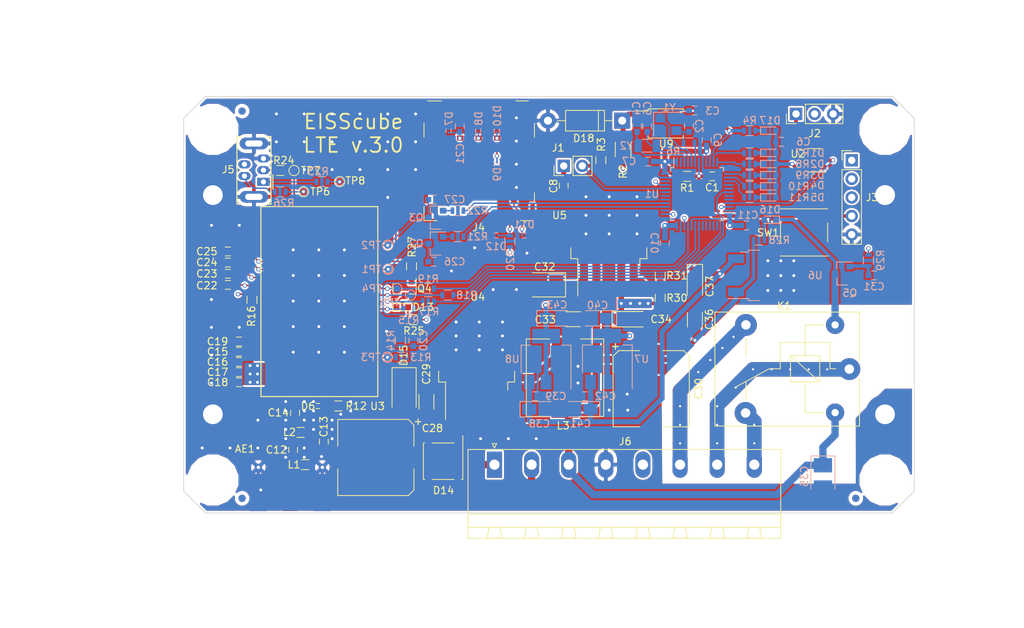
<source format=kicad_pcb>
(kicad_pcb (version 4) (host pcbnew 4.0.7)
  (title_block (title "EISScube v.3.0 LTE") (date 2018-03-15) (rev 1.0) (company "IPKeys Technologies, LLC") (comment 1 "Yuriy Kozhynov (ykozhynov@ipkeys.com)"))
  (layers (0 F.Cu mixed) (1 In1.Cu mixed) (2 In2.Cu mixed) (31 B.Cu mixed) (34 B.Paste user) (35 F.Paste user) (36 B.SilkS user) (37 F.SilkS user) (38 B.Mask user) (39 F.Mask user) (44 Edge.Cuts user))
  (net 0 "")
  (net 1 "Net-(AE1-Pad1)")
  (net 2 GND)
  (net 3 NRST)
  (net 4 "Net-(C2-Pad1)")
  (net 5 "Net-(C3-Pad1)")
  (net 6 "Net-(C4-Pad1)")
  (net 7 "Net-(C5-Pad1)")
  (net 8 +3V3)
  (net 9 +1V8)
  (net 10 "Net-(C12-Pad2)")
  (net 11 "Net-(C13-Pad2)")
  (net 12 "Net-(C14-Pad2)")
  (net 13 +3V8)
  (net 14 CL_V_INT)
  (net 15 /EISScube-cl/PWR_ON)
  (net 16 /EISScube-cl/RESET_N)
  (net 17 "Net-(C28-Pad1)")
  (net 18 +12V)
  (net 19 "Net-(D1-Pad1)")
  (net 20 "Net-(D2-Pad1)")
  (net 21 "Net-(D3-Pad1)")
  (net 22 "Net-(D4-Pad1)")
  (net 23 "Net-(D5-Pad1)")
  (net 24 "Net-(D12-Pad2)")
  (net 25 "Net-(D13-Pad2)")
  (net 26 "Net-(D13-Pad1)")
  (net 27 24VAC-2)
  (net 28 24VAC-1)
  (net 29 "Net-(D15-Pad1)")
  (net 30 "Net-(D16-Pad2)")
  (net 31 "Net-(D16-Pad1)")
  (net 32 /EISScube-mc/TX_H)
  (net 33 /EISScube-mc/RX_H)
  (net 34 /EISScube-mc/SWDIO)
  (net 35 /EISScube-mc/SWCLK)
  (net 36 "Net-(J5-Pad1)")
  (net 37 "Net-(J5-Pad2)")
  (net 38 "Net-(J5-Pad3)")
  (net 39 /EISScube-pw/NC)
  (net 40 /EISScube-pw/NO)
  (net 41 /EISScube-pw/COM)
  (net 42 INPUT)
  (net 43 "Net-(Q2-Pad1)")
  (net 44 "Net-(Q3-Pad1)")
  (net 45 "Net-(Q4-Pad1)")
  (net 46 "Net-(R6-Pad1)")
  (net 47 "Net-(R7-Pad2)")
  (net 48 "Net-(R8-Pad2)")
  (net 49 "Net-(R9-Pad2)")
  (net 50 "Net-(R10-Pad2)")
  (net 51 "Net-(R11-Pad2)")
  (net 52 "Net-(R12-Pad2)")
  (net 53 /EISScube-cl/V_INT)
  (net 54 CL_RTS)
  (net 55 CL_CTS)
  (net 56 CL_TXD)
  (net 57 CL_RXD)
  (net 58 CL_POWER)
  (net 59 CL_RESET)
  (net 60 /EISScube-cl/VUSB)
  (net 61 "Net-(R24-Pad2)")
  (net 62 "Net-(R26-Pad2)")
  (net 63 /EISScube-cl/GPIO1)
  (net 64 RELAY)
  (net 65 "Net-(R30-Pad1)")
  (net 66 /EISScube-mc/UART1_TX)
  (net 67 "Net-(C31-Pad1)")
  (net 68 /EISScube-pw/+5V)
  (net 69 /EISScube-mc/BOOT0)
  (net 70 /EISScube-cl/VSIM)
  (net 71 /EISScube-cl/SIM_RST)
  (net 72 /EISScube-cl/SIM_IO)
  (net 73 /EISScube-cl/SIM_CLK)
  (net 74 /EISScube-cl/SIM_DTK)
  (net 75 /EISScube-cl/RST)
  (net 76 /EISScube-cl/CTS)
  (net 77 /EISScube-cl/TXD)
  (net 78 /EISScube-cl/RXD)
  (net 79 "Net-(D17-Pad1)")
  (net 80 "Net-(D18-Pad1)")
  (net 81 "Net-(J4-PadC6)")
  (net 82 "Net-(J5-Pad4)")
  (net 83 "Net-(U1-Pad2)")
  (net 84 "Net-(U1-Pad16)")
  (net 85 "Net-(U1-Pad17)")
  (net 86 "Net-(U1-Pad19)")
  (net 87 "Net-(U1-Pad20)")
  (net 88 "Net-(U1-Pad25)")
  (net 89 "Net-(U1-Pad26)")
  (net 90 "Net-(U1-Pad27)")
  (net 91 "Net-(U1-Pad28)")
  (net 92 "Net-(U1-Pad29)")
  (net 93 "Net-(U1-Pad38)")
  (net 94 "Net-(U1-Pad41)")
  (net 95 "Net-(U1-Pad42)")
  (net 96 "Net-(U1-Pad43)")
  (net 97 "Net-(U1-Pad46)")
  (net 98 "Net-(U2-Pad1)")
  (net 99 "Net-(U3-Pad2)")
  (net 100 "Net-(U3-Pad6)")
  (net 101 "Net-(U3-Pad7)")
  (net 102 "Net-(U3-Pad8)")
  (net 103 "Net-(U3-Pad9)")
  (net 104 "Net-(U3-Pad19)")
  (net 105 "Net-(U3-Pad23)")
  (net 106 "Net-(U3-Pad24)")
  (net 107 "Net-(U3-Pad25)")
  (net 108 "Net-(U3-Pad26)")
  (net 109 "Net-(U3-Pad27)")
  (net 110 "Net-(U3-Pad31)")
  (net 111 "Net-(U3-Pad33)")
  (net 112 "Net-(U3-Pad34)")
  (net 113 "Net-(U3-Pad35)")
  (net 114 "Net-(U3-Pad36)")
  (net 115 "Net-(U3-Pad37)")
  (net 116 "Net-(U3-Pad44)")
  (net 117 "Net-(U3-Pad45)")
  (net 118 "Net-(U3-Pad46)")
  (net 119 "Net-(U3-Pad47)")
  (net 120 "Net-(U3-Pad48)")
  (net 121 "Net-(U3-Pad49)")
  (net 122 "Net-(R4-Pad1)")
  (module EISScube_LTE:VIA-0.6mm (layer F.Cu) (at 162.735 120.745)
    (fp_text reference REF** hide)
    (fp_text value VIA-0.6mm hide)
    (pad 1 thru_hole circle (at 0 0) (size 0.6 0.6) (drill 0.3) (layers *.Cu) (net 39 /EISScube-pw/NC))
  )
  (module EISScube_LTE:VIA-0.6mm (layer F.Cu) (at 104.95 122.65)
    (fp_text reference REF** hide)
    (fp_text value VIA-0.6mm hide)
    (pad 1 thru_hole circle (at 0 0) (size 0.6 0.6) (drill 0.4) (layers *.Cu) (net 2 GND))
  )
  (module Resistors_SMD:R_0603 (layer F.Cu) (at 108.01 88.487)
    (fp_text reference R24 (at 0.496 -1.397 180) (layer F.SilkS))
    (fp_text value 0R)
    (pad 1 smd rect (at -0.75 0) (size 0.5 0.9) (layers F.Cu F.Paste F.Mask) (net 38 "Net-(J5-Pad3)"))
    (pad 2 smd rect (at 0.75 0) (size 0.5 0.9) (layers F.Cu F.Paste F.Mask) (net 61 "Net-(R24-Pad2)"))
  )
  (module Mounting_Holes:MountingHole_2.7mm_M2.5_Pad (layer F.Cu) (at 190.79 91.85)
    (fp_text reference REF** hide)
    (fp_text value MountingHole_3.2mm_M3_Pad_Via hide)
    (pad 1 thru_hole circle (at 0 0) (size 5.4 5.4) (drill 2.7) (layers *.Cu *.Mask) (net 2 GND))
  )
  (module Capacitors_SMD:C_0603 (layer F.Cu) (at 110.0455 121.666 90)
    (fp_text reference C14 (at 0.032 -2.3015 180) (layer F.SilkS))
    (fp_text value 150J)
    (pad 2 smd rect (at 0.75 0 90) (size 0.8 0.75) (layers F.Cu F.Paste F.Mask) (net 12 "Net-(C14-Pad2)"))
    (pad 1 smd rect (at -0.75 0 90) (size 0.8 0.75) (layers F.Cu F.Paste F.Mask) (net 10 "Net-(C12-Pad2)"))
  )
  (module Capacitors_SMD:C_1206 (layer F.Cu) (at 148.106 108.839 180)
    (fp_text reference C33 (at 3.81 -0.0635 180) (layer F.SilkS))
    (fp_text value 105K)
    (pad 1 smd rect (at -1.5 0 180) (size 1 1.6) (layers F.Cu F.Paste F.Mask) (net 18 +12V))
    (pad 2 smd rect (at 1.5 0 180) (size 1 1.6) (layers F.Cu F.Paste F.Mask) (net 2 GND))
  )
  (module Capacitors_Tantalum_SMD:CP_Tantalum_Case-A_EIA-3216-18_Reflow (layer B.Cu) (at 151.384 108.712 180)
    (fp_text reference C40 (at -0.0635 1.778 180) (layer B.SilkS) (effects (justify mirror)))
    (fp_text value "106K 6V3")
    (pad 1 smd rect (at -1.375 0 180) (size 1.95 1.5) (layers B.Cu B.Paste B.Mask) (net 8 +3V3))
    (pad 2 smd rect (at 1.375 0 180) (size 1.95 1.5) (layers B.Cu B.Paste B.Mask) (net 2 GND))
  )
  (module EISScube_LTE:VIA-0.6mm (layer F.Cu) (at 143.05 125.19 90)
    (fp_text reference REF** hide)
    (fp_text value VIA-0.6mm hide)
    (pad 1 thru_hole circle (at 0 0 90) (size 0.6 0.6) (drill 0.4) (layers *.Cu) (net 2 GND))
  )
  (module EISScube_LTE:VIA-0.6mm (layer F.Cu) (at 139.24 125.19 90)
    (fp_text reference REF** hide)
    (fp_text value VIA-0.6mm hide)
    (pad 1 thru_hole circle (at 0 0 90) (size 0.6 0.6) (drill 0.4) (layers *.Cu) (net 2 GND))
  )
  (module EISScube_LTE:VIA-0.6mm (layer F.Cu) (at 135.43 125.19 90)
    (fp_text reference REF** hide)
    (fp_text value VIA-0.6mm hide)
    (pad 1 thru_hole circle (at 0 0 90) (size 0.6 0.6) (drill 0.4) (layers *.Cu) (net 2 GND))
  )
  (module EISScube_LTE:VIA-0.6mm (layer F.Cu) (at 148.765 117.57 90)
    (fp_text reference REF** hide)
    (fp_text value VIA-0.6mm hide)
    (pad 1 thru_hole circle (at 0 0 90) (size 0.6 0.6) (drill 0.4) (layers *.Cu) (net 2 GND))
  )
  (module EISScube_LTE:VIA-0.6mm (layer F.Cu) (at 148.765 115.284 90)
    (fp_text reference REF** hide)
    (fp_text value VIA-0.6mm hide)
    (pad 1 thru_hole circle (at 0 0 90) (size 0.6 0.6) (drill 0.4) (layers *.Cu) (net 2 GND))
  )
  (module EISScube_LTE:VIA-0.6mm (layer F.Cu) (at 155.496 119.094 90)
    (fp_text reference REF** hide)
    (fp_text value VIA-0.6mm hide)
    (pad 1 thru_hole circle (at 0 0 90) (size 0.6 0.6) (drill 0.4) (layers *.Cu) (net 2 GND))
  )
  (module EISScube_LTE:VIA-0.6mm (layer F.Cu) (at 155.575 121.285 90)
    (fp_text reference REF** hide)
    (fp_text value VIA-0.6mm hide)
    (pad 1 thru_hole circle (at 0 0 90) (size 0.6 0.6) (drill 0.4) (layers *.Cu) (net 2 GND))
  )
  (module EISScube_LTE:VIA-0.6mm (layer F.Cu) (at 153.035 121.285 90)
    (fp_text reference REF** hide)
    (fp_text value VIA-0.6mm hide)
    (pad 1 thru_hole circle (at 0 0 90) (size 0.6 0.6) (drill 0.4) (layers *.Cu) (net 2 GND))
  )
  (module EISScube_LTE:VIA-0.6mm (layer F.Cu) (at 104.902 116.332)
    (fp_text reference REF** hide)
    (fp_text value VIA-0.6mm hide)
    (pad 1 thru_hole circle (at 0 0) (size 0.6 0.6) (drill 0.4) (layers *.Cu) (net 13 +3V8))
  )
  (module EISScube_LTE:VIA-0.6mm (layer F.Cu) (at 170.053 111.252)
    (fp_text reference REF** hide)
    (fp_text value VIA-0.6mm hide)
    (pad 1 thru_hole circle (at 0 0) (size 0.6 0.6) (drill 0.3) (layers *.Cu) (net 39 /EISScube-pw/NC))
  )
  (module EISScube_LTE:VIA-0.6mm (layer F.Cu) (at 168.529 112.776)
    (fp_text reference REF** hide)
    (fp_text value VIA-0.6mm hide)
    (pad 1 thru_hole circle (at 0 0) (size 0.6 0.6) (drill 0.3) (layers *.Cu) (net 39 /EISScube-pw/NC))
  )
  (module EISScube_LTE:VIA-0.6mm (layer F.Cu) (at 166.878 114.427)
    (fp_text reference REF** hide)
    (fp_text value VIA-0.6mm hide)
    (pad 1 thru_hole circle (at 0 0) (size 0.6 0.6) (drill 0.3) (layers *.Cu) (net 39 /EISScube-pw/NC))
  )
  (module EISScube_LTE:VIA-0.6mm (layer F.Cu) (at 165.227 116.078)
    (fp_text reference REF** hide)
    (fp_text value VIA-0.6mm hide)
    (pad 1 thru_hole circle (at 0 0) (size 0.6 0.6) (drill 0.3) (layers *.Cu) (net 39 /EISScube-pw/NC))
  )
  (module EISScube_LTE:VIA-0.6mm (layer F.Cu) (at 162.735 123.285)
    (fp_text reference REF** hide)
    (fp_text value VIA-0.6mm hide)
    (pad 1 thru_hole circle (at 0 0) (size 0.6 0.6) (drill 0.3) (layers *.Cu) (net 39 /EISScube-pw/NC))
  )
  (module EISScube_LTE:VIA-0.6mm (layer F.Cu) (at 162.735 125.825)
    (fp_text reference REF** hide)
    (fp_text value VIA-0.6mm hide)
    (pad 1 thru_hole circle (at 0 0) (size 0.6 0.6) (drill 0.3) (layers *.Cu) (net 39 /EISScube-pw/NC))
  )
  (module EISScube_LTE:VIA-0.6mm (layer F.Cu) (at 167.815 125.825)
    (fp_text reference REF** hide)
    (fp_text value VIA-0.6mm hide)
    (pad 1 thru_hole circle (at 0 0) (size 0.6 0.6) (drill 0.3) (layers *.Cu) (net 41 /EISScube-pw/COM))
  )
  (module EISScube_LTE:VIA-0.6mm (layer F.Cu) (at 175.26 115.697)
    (fp_text reference REF** hide)
    (fp_text value VIA-0.6mm hide)
    (pad 1 thru_hole circle (at 0 0) (size 0.6 0.6) (drill 0.3) (layers *.Cu) (net 41 /EISScube-pw/COM))
  )
  (module EISScube_LTE:VIA-0.6mm (layer F.Cu) (at 177.8 115.697)
    (fp_text reference REF** hide)
    (fp_text value VIA-0.6mm hide)
    (pad 1 thru_hole circle (at 0 0) (size 0.6 0.6) (drill 0.3) (layers *.Cu) (net 41 /EISScube-pw/COM))
  )
  (module EISScube_LTE:VIA-0.6mm (layer F.Cu) (at 167.815 123.285)
    (fp_text reference REF** hide)
    (fp_text value VIA-0.6mm hide)
    (pad 1 thru_hole circle (at 0 0) (size 0.6 0.6) (drill 0.3) (layers *.Cu) (net 41 /EISScube-pw/COM))
  )
  (module EISScube_LTE:VIA-0.6mm (layer F.Cu) (at 167.815 120.745)
    (fp_text reference REF** hide)
    (fp_text value VIA-0.6mm hide)
    (pad 1 thru_hole circle (at 0 0) (size 0.6 0.6) (drill 0.3) (layers *.Cu) (net 41 /EISScube-pw/COM))
  )
  (module EISScube_LTE:VIA-0.6mm (layer F.Cu) (at 170.355 118.205)
    (fp_text reference REF** hide)
    (fp_text value VIA-0.6mm hide)
    (pad 1 thru_hole circle (at 0 0) (size 0.6 0.6) (drill 0.3) (layers *.Cu) (net 41 /EISScube-pw/COM))
  )
  (module EISScube_LTE:VIA-0.6mm (layer F.Cu) (at 172.72 115.697)
    (fp_text reference REF** hide)
    (fp_text value VIA-0.6mm hide)
    (pad 1 thru_hole circle (at 0 0) (size 0.6 0.6) (drill 0.3) (layers *.Cu) (net 41 /EISScube-pw/COM))
  )
  (module EISScube_LTE:VIA-0.6mm (layer F.Cu) (at 180.34 115.697)
    (fp_text reference REF** hide)
    (fp_text value VIA-0.6mm hide)
    (pad 1 thru_hole circle (at 0 0) (size 0.6 0.6) (drill 0.3) (layers *.Cu) (net 41 /EISScube-pw/COM))
  )
  (module EISScube_LTE:VIA-0.6mm (layer F.Cu) (at 182.88 115.697)
    (fp_text reference REF** hide)
    (fp_text value VIA-0.6mm hide)
    (pad 1 thru_hole circle (at 0 0) (size 0.6 0.6) (drill 0.3) (layers *.Cu) (net 41 /EISScube-pw/COM))
  )
  (module Relays_THT:Relay_SPDT_SANYOU_SRD_Series_Form_C (layer F.Cu) (at 185.904 115.666 180)
    (fp_text reference K1 (at 8.9295 8.6685 360) (layer F.SilkS))
    (fp_text value SANYOU_SRD_Form_C)
    (pad 2 thru_hole circle (at 1.95 6.05 270) (size 2.5 2.5) (drill 1) (layers *.Cu *.Mask) (net 31 "Net-(D16-Pad1)"))
    (pad 3 thru_hole circle (at 14.15 6.05 270) (size 3 3) (drill 1.3) (layers *.Cu *.Mask) (net 39 /EISScube-pw/NC))
    (pad 4 thru_hole circle (at 14.2 -6 270) (size 3 3) (drill 1.3) (layers *.Cu *.Mask) (net 40 /EISScube-pw/NO))
    (pad 5 thru_hole circle (at 1.95 -5.95 270) (size 2.5 2.5) (drill 1) (layers *.Cu *.Mask) (net 18 +12V))
    (pad 1 thru_hole circle (at 0 0 270) (size 3 3) (drill 1.3) (layers *.Cu *.Mask) (net 41 /EISScube-pw/COM))
  )
  (module Capacitors_SMD:C_1206 (layer F.Cu) (at 164.767 108.91 90)
    (fp_text reference C36 (at 0.0635 1.9685 90) (layer F.SilkS))
    (fp_text value 105K)
    (pad 1 smd rect (at -1.5 0 90) (size 1 1.6) (layers F.Cu F.Paste F.Mask) (net 18 +12V))
    (pad 2 smd rect (at 1.5 0 90) (size 1 1.6) (layers F.Cu F.Paste F.Mask) (net 2 GND))
  )
  (module EISScube_LTE:VIA-0.6mm (layer F.Cu) (at 109.79 99.35)
    (fp_text reference REF** hide)
    (fp_text value VIA-0.6mm hide)
    (pad 1 thru_hole circle (at 0 0) (size 0.6 0.6) (drill 0.4) (layers *.Cu) (net 2 GND))
  )
  (module EISScube_LTE:VIA-0.6mm (layer F.Cu) (at 116.79 99.35)
    (fp_text reference REF** hide)
    (fp_text value VIA-0.6mm hide)
    (pad 1 thru_hole circle (at 0 0) (size 0.6 0.6) (drill 0.4) (layers *.Cu) (net 2 GND))
  )
  (module EISScube_LTE:VIA-0.6mm (layer F.Cu) (at 113.29 99.35)
    (fp_text reference REF** hide)
    (fp_text value VIA-0.6mm hide)
    (pad 1 thru_hole circle (at 0 0) (size 0.6 0.6) (drill 0.4) (layers *.Cu) (net 2 GND))
  )
  (module EISScube_LTE:VIA-0.6mm (layer F.Cu) (at 109.79 102.85)
    (fp_text reference REF** hide)
    (fp_text value VIA-0.6mm hide)
    (pad 1 thru_hole circle (at 0 0) (size 0.6 0.6) (drill 0.4) (layers *.Cu) (net 2 GND))
  )
  (module EISScube_LTE:VIA-0.6mm (layer F.Cu) (at 116.79 102.85)
    (fp_text reference REF** hide)
    (fp_text value VIA-0.6mm hide)
    (pad 1 thru_hole circle (at 0 0) (size 0.6 0.6) (drill 0.4) (layers *.Cu) (net 2 GND))
  )
  (module EISScube_LTE:VIA-0.6mm (layer F.Cu) (at 116.79 113.35)
    (fp_text reference REF** hide)
    (fp_text value VIA-0.6mm hide)
    (pad 1 thru_hole circle (at 0 0) (size 0.6 0.6) (drill 0.4) (layers *.Cu) (net 2 GND))
  )
  (module EISScube_LTE:VIA-0.6mm (layer F.Cu) (at 116.79 109.85)
    (fp_text reference REF** hide)
    (fp_text value VIA-0.6mm hide)
    (pad 1 thru_hole circle (at 0 0) (size 0.6 0.6) (drill 0.4) (layers *.Cu) (net 2 GND))
  )
  (module EISScube_LTE:VIA-0.6mm (layer F.Cu) (at 109.79 109.85)
    (fp_text reference REF** hide)
    (fp_text value VIA-0.6mm hide)
    (pad 1 thru_hole circle (at 0 0) (size 0.6 0.6) (drill 0.4) (layers *.Cu) (net 2 GND))
  )
  (module EISScube_LTE:VIA-0.6mm (layer F.Cu) (at 109.79 113.35)
    (fp_text reference REF** hide)
    (fp_text value VIA-0.6mm hide)
    (pad 1 thru_hole circle (at 0 0) (size 0.6 0.6) (drill 0.4) (layers *.Cu) (net 2 GND))
  )
  (module EISScube_LTE:VIA-0.6mm (layer F.Cu) (at 113.29 113.35)
    (fp_text reference REF** hide)
    (fp_text value VIA-0.6mm hide)
    (pad 1 thru_hole circle (at 0 0) (size 0.6 0.6) (drill 0.4) (layers *.Cu) (net 2 GND))
  )
  (module EISScube_LTE:VIA-0.6mm (layer F.Cu) (at 113.29 109.85)
    (fp_text reference REF** hide)
    (fp_text value VIA-0.6mm hide)
    (pad 1 thru_hole circle (at 0 0) (size 0.6 0.6) (drill 0.4) (layers *.Cu) (net 2 GND))
  )
  (module EISScube_LTE:VIA-0.6mm (layer F.Cu) (at 113.29 102.85)
    (fp_text reference REF** hide)
    (fp_text value VIA-0.6mm hide)
    (pad 1 thru_hole circle (at 0 0) (size 0.6 0.6) (drill 0.4) (layers *.Cu) (net 2 GND))
  )
  (module EISScube_LTE:VIA-0.6mm (layer F.Cu) (at 116.79 106.35)
    (fp_text reference REF** hide)
    (fp_text value VIA-0.6mm hide)
    (pad 1 thru_hole circle (at 0 0) (size 0.6 0.6) (drill 0.4) (layers *.Cu) (net 2 GND))
  )
  (module EISScube_LTE:VIA-0.6mm (layer F.Cu) (at 109.79 106.35)
    (fp_text reference REF** hide)
    (fp_text value VIA-0.6mm hide)
    (pad 1 thru_hole circle (at 0 0) (size 0.6 0.6) (drill 0.4) (layers *.Cu) (net 2 GND))
  )
  (module EISScube_LTE:VIA-0.6mm (layer F.Cu) (at 113.29 106.35)
    (fp_text reference REF** hide)
    (fp_text value VIA-0.6mm hide)
    (pad 1 thru_hole circle (at 0 0) (size 0.6 0.6) (drill 0.4) (layers *.Cu) (net 2 GND))
  )
  (module EISScube_LTE:VIA-0.6mm (layer F.Cu) (at 140.335 84.455)
    (fp_text reference REF** hide)
    (fp_text value VIA-0.6mm hide)
    (pad 1 thru_hole circle (at 0 0) (size 0.6 0.6) (drill 0.4) (layers *.Cu) (net 2 GND))
  )
  (module EISScube_LTE:VIA-0.6mm (layer F.Cu) (at 140.335 87.63)
    (fp_text reference REF** hide)
    (fp_text value VIA-0.6mm hide)
    (pad 1 thru_hole circle (at 0 0) (size 0.6 0.6) (drill 0.4) (layers *.Cu) (net 2 GND))
  )
  (module EISScube_LTE:VIA-0.6mm (layer F.Cu) (at 107.49 80.74)
    (fp_text reference REF** hide)
    (fp_text value VIA-0.6mm hide)
    (pad 1 thru_hole circle (at 0 0) (size 0.6 0.6) (drill 0.4) (layers *.Cu) (net 2 GND))
  )
  (module EISScube_LTE:VIA-0.6mm (layer F.Cu) (at 118.92 80.74)
    (fp_text reference REF** hide)
    (fp_text value VIA-0.6mm hide)
    (pad 1 thru_hole circle (at 0 0) (size 0.6 0.6) (drill 0.4) (layers *.Cu) (net 2 GND))
  )
  (module EISScube_LTE:VIA-0.6mm (layer F.Cu) (at 131.445 102.235)
    (fp_text reference REF** hide)
    (fp_text value VIA-0.6mm hide)
    (pad 1 thru_hole circle (at 0 0) (size 0.6 0.6) (drill 0.4) (layers *.Cu) (net 2 GND))
  )
  (module EISScube_LTE:VIA-0.6mm (layer F.Cu) (at 134.62 99.06)
    (fp_text reference REF** hide)
    (fp_text value VIA-0.6mm hide)
    (pad 1 thru_hole circle (at 0 0) (size 0.6 0.6) (drill 0.4) (layers *.Cu) (net 2 GND))
  )
  (module EISScube_LTE:VIA-0.6mm (layer F.Cu) (at 98.6 109.95)
    (fp_text reference REF** hide)
    (fp_text value VIA-0.6mm hide)
    (pad 1 thru_hole circle (at 0 0) (size 0.6 0.6) (drill 0.4) (layers *.Cu) (net 2 GND))
  )
  (module "EISScube v3.0 LTE:VIA-0.6mm" (layer F.Cu) (at 156.845 97.155)
    (fp_text reference REF** hide)
    (fp_text value VIA-0.6mm hide)
    (pad 1 thru_hole circle (at 0 0) (size 0.6 0.6) (drill 0.4) (layers *.Cu) (net 2 GND))
  )
  (module "EISScube v3.0 LTE:VIA-0.6mm" (layer F.Cu) (at 153.035 97.155)
    (fp_text reference REF** hide)
    (fp_text value VIA-0.6mm hide)
    (pad 1 thru_hole circle (at 0 0) (size 0.6 0.6) (drill 0.4) (layers *.Cu) (net 2 GND))
  )
  (module "EISScube v3.0 LTE:VIA-0.6mm" (layer F.Cu) (at 149.86 97.155)
    (fp_text reference REF** hide)
    (fp_text value VIA-0.6mm hide)
    (pad 1 thru_hole circle (at 0 0) (size 0.6 0.6) (drill 0.4) (layers *.Cu) (net 2 GND))
  )
  (module "EISScube v3.0 LTE:VIA-0.6mm" (layer F.Cu) (at 156.845 94.615)
    (fp_text reference REF** hide)
    (fp_text value VIA-0.6mm hide)
    (pad 1 thru_hole circle (at 0 0) (size 0.6 0.6) (drill 0.4) (layers *.Cu) (net 2 GND))
  )
  (module "EISScube v3.0 LTE:VIA-0.6mm" (layer F.Cu) (at 153.035 94.615)
    (fp_text reference REF** hide)
    (fp_text value VIA-0.6mm hide)
    (pad 1 thru_hole circle (at 0 0) (size 0.6 0.6) (drill 0.4) (layers *.Cu) (net 2 GND))
  )
  (module "EISScube v3.0 LTE:VIA-0.6mm" (layer F.Cu) (at 149.86 94.615)
    (fp_text reference REF** hide)
    (fp_text value VIA-0.6mm hide)
    (pad 1 thru_hole circle (at 0 0) (size 0.6 0.6) (drill 0.4) (layers *.Cu) (net 2 GND))
  )
  (module "EISScube v3.0 LTE:VIA-0.6mm" (layer F.Cu) (at 156.845 92.075)
    (fp_text reference REF** hide)
    (fp_text value VIA-0.6mm hide)
    (pad 1 thru_hole circle (at 0 0) (size 0.6 0.6) (drill 0.4) (layers *.Cu) (net 2 GND))
  )
  (module "EISScube v3.0 LTE:VIA-0.6mm" (layer F.Cu) (at 153.035 92.075)
    (fp_text reference REF** hide)
    (fp_text value VIA-0.6mm hide)
    (pad 1 thru_hole circle (at 0 0) (size 0.6 0.6) (drill 0.4) (layers *.Cu) (net 2 GND))
  )
  (module EISScube_LTE:VIA-0.6mm (layer F.Cu) (at 138.43 109.22 90)
    (fp_text reference REF** hide)
    (fp_text value VIA-0.6mm hide)
    (pad 1 thru_hole circle (at 0 0 90) (size 0.6 0.6) (drill 0.4) (layers *.Cu) (net 2 GND))
  )
  (module EISScube_LTE:VIA-0.6mm (layer F.Cu) (at 138.43 111.125 90)
    (fp_text reference REF** hide)
    (fp_text value VIA-0.6mm hide)
    (pad 1 thru_hole circle (at 0 0 90) (size 0.6 0.6) (drill 0.4) (layers *.Cu) (net 2 GND))
  )
  (module EISScube_LTE:VIA-0.6mm (layer F.Cu) (at 138.43 113.03 90)
    (fp_text reference REF** hide)
    (fp_text value VIA-0.6mm hide)
    (pad 1 thru_hole circle (at 0 0 90) (size 0.6 0.6) (drill 0.4) (layers *.Cu) (net 2 GND))
  )
  (module EISScube_LTE:VIA-0.6mm (layer F.Cu) (at 135.255 109.22 90)
    (fp_text reference REF** hide)
    (fp_text value VIA-0.6mm hide)
    (pad 1 thru_hole circle (at 0 0 90) (size 0.6 0.6) (drill 0.4) (layers *.Cu) (net 2 GND))
  )
  (module EISScube_LTE:VIA-0.6mm (layer F.Cu) (at 135.255 111.125 90)
    (fp_text reference REF** hide)
    (fp_text value VIA-0.6mm hide)
    (pad 1 thru_hole circle (at 0 0 90) (size 0.6 0.6) (drill 0.4) (layers *.Cu) (net 2 GND))
  )
  (module EISScube_LTE:VIA-0.6mm (layer F.Cu) (at 135.255 113.03 90)
    (fp_text reference REF** hide)
    (fp_text value VIA-0.6mm hide)
    (pad 1 thru_hole circle (at 0 0 90) (size 0.6 0.6) (drill 0.4) (layers *.Cu) (net 2 GND))
  )
  (module EISScube_LTE:VIA-0.6mm (layer F.Cu) (at 132.08 109.22 90)
    (fp_text reference REF** hide)
    (fp_text value VIA-0.6mm hide)
    (pad 1 thru_hole circle (at 0 0 90) (size 0.6 0.6) (drill 0.4) (layers *.Cu) (net 2 GND))
  )
  (module EISScube_LTE:VIA-0.6mm (layer F.Cu) (at 132.08 111.125 90)
    (fp_text reference REF** hide)
    (fp_text value VIA-0.6mm hide)
    (pad 1 thru_hole circle (at 0 0 90) (size 0.6 0.6) (drill 0.4) (layers *.Cu) (net 2 GND))
  )
  (module EISScube_LTE:VIA-0.6mm (layer F.Cu) (at 132.08 113.03 90)
    (fp_text reference REF** hide)
    (fp_text value VIA-0.6mm hide)
    (pad 1 thru_hole circle (at 0 0 90) (size 0.6 0.6) (drill 0.4) (layers *.Cu) (net 2 GND))
  )
  (module EISScube_LTE:VIA-0.6mm (layer F.Cu) (at 122.73 88.36)
    (fp_text reference REF** hide)
    (fp_text value VIA-0.6mm hide)
    (pad 1 thru_hole circle (at 0 0) (size 0.6 0.6) (drill 0.4) (layers *.Cu) (net 2 GND))
  )
  (module EISScube_LTE:VIA-0.6mm (layer F.Cu) (at 126.54 84.55)
    (fp_text reference REF** hide)
    (fp_text value VIA-0.6mm hide)
    (pad 1 thru_hole circle (at 0 0) (size 0.6 0.6) (drill 0.4) (layers *.Cu) (net 2 GND))
  )
  (module EISScube_LTE:VIA-0.6mm (layer F.Cu) (at 122.73 84.55)
    (fp_text reference REF** hide)
    (fp_text value VIA-0.6mm hide)
    (pad 1 thru_hole circle (at 0 0) (size 0.6 0.6) (drill 0.4) (layers *.Cu) (net 2 GND))
  )
  (module EISScube_LTE:VIA-0.6mm (layer F.Cu) (at 118.92 84.55)
    (fp_text reference REF** hide)
    (fp_text value VIA-0.6mm hide)
    (pad 1 thru_hole circle (at 0 0) (size 0.6 0.6) (drill 0.4) (layers *.Cu) (net 2 GND))
  )
  (module EISScube_LTE:VIA-0.6mm (layer F.Cu) (at 137.16 104.775)
    (fp_text reference REF** hide)
    (fp_text value VIA-0.6mm hide)
    (pad 1 thru_hole circle (at 0 0) (size 0.6 0.6) (drill 0.4) (layers *.Cu) (net 2 GND))
  )
  (module EISScube_LTE:VIA-0.6mm (layer F.Cu) (at 140.335 104.775)
    (fp_text reference REF** hide)
    (fp_text value VIA-0.6mm hide)
    (pad 1 thru_hole circle (at 0 0) (size 0.6 0.6) (drill 0.4) (layers *.Cu) (net 2 GND))
  )
  (module EISScube_LTE:VIA-0.6mm (layer F.Cu) (at 122.555 110.49)
    (fp_text reference REF** hide)
    (fp_text value VIA-0.6mm hide)
    (pad 1 thru_hole circle (at 0 0) (size 0.6 0.6) (drill 0.4) (layers *.Cu) (net 2 GND))
  )
  (module EISScube_LTE:VIA-0.6mm (layer F.Cu) (at 141.78 99.79)
    (fp_text reference REF** hide)
    (fp_text value VIA-0.6mm hide)
    (pad 1 thru_hole circle (at 0 0) (size 0.6 0.6) (drill 0.4) (layers *.Cu) (net 2 GND))
  )
  (module EISScube_LTE:VIA-0.6mm (layer F.Cu) (at 126.54 88.36)
    (fp_text reference REF** hide)
    (fp_text value VIA-0.6mm hide)
    (pad 1 thru_hole circle (at 0 0) (size 0.6 0.6) (drill 0.4) (layers *.Cu) (net 2 GND))
  )
  (module EISScube_LTE:VIA-0.6mm (layer F.Cu) (at 115.11 84.55)
    (fp_text reference REF** hide)
    (fp_text value VIA-0.6mm hide)
    (pad 1 thru_hole circle (at 0 0) (size 0.6 0.6) (drill 0.4) (layers *.Cu) (net 2 GND))
  )
  (module EISScube_LTE:VIA-0.6mm (layer F.Cu) (at 126.54 80.74)
    (fp_text reference REF** hide)
    (fp_text value VIA-0.6mm hide)
    (pad 1 thru_hole circle (at 0 0) (size 0.6 0.6) (drill 0.4) (layers *.Cu) (net 2 GND))
  )
  (module EISScube_LTE:VIA-0.6mm (layer F.Cu) (at 122.73 80.74)
    (fp_text reference REF** hide)
    (fp_text value VIA-0.6mm hide)
    (pad 1 thru_hole circle (at 0 0) (size 0.6 0.6) (drill 0.4) (layers *.Cu) (net 2 GND))
  )
  (module EISScube_LTE:VIA-0.6mm (layer F.Cu) (at 111.3 88.36)
    (fp_text reference REF** hide)
    (fp_text value VIA-0.6mm hide)
    (pad 1 thru_hole circle (at 0 0) (size 0.6 0.6) (drill 0.4) (layers *.Cu) (net 2 GND))
  )
  (module EISScube_LTE:VIA-0.6mm (layer F.Cu) (at 122.73 92.17)
    (fp_text reference REF** hide)
    (fp_text value VIA-0.6mm hide)
    (pad 1 thru_hole circle (at 0 0) (size 0.6 0.6) (drill 0.4) (layers *.Cu) (net 2 GND))
  )
  (module EISScube_LTE:VIA-0.6mm (layer F.Cu) (at 115.11 88.36)
    (fp_text reference REF** hide)
    (fp_text value VIA-0.6mm hide)
    (pad 1 thru_hole circle (at 0 0) (size 0.6 0.6) (drill 0.4) (layers *.Cu) (net 2 GND))
  )
  (module EISScube_LTE:VIA-0.6mm (layer F.Cu) (at 118.92 88.36)
    (fp_text reference REF** hide)
    (fp_text value VIA-0.6mm hide)
    (pad 1 thru_hole circle (at 0 0) (size 0.6 0.6) (drill 0.4) (layers *.Cu) (net 2 GND))
  )
  (module EISScube_LTE:VIA-0.6mm (layer F.Cu) (at 115.11 80.74)
    (fp_text reference REF** hide)
    (fp_text value VIA-0.6mm hide)
    (pad 1 thru_hole circle (at 0 0) (size 0.6 0.6) (drill 0.4) (layers *.Cu) (net 2 GND))
  )
  (module EISScube_LTE:VIA-0.6mm (layer F.Cu) (at 98.6 113.76)
    (fp_text reference REF** hide)
    (fp_text value VIA-0.6mm hide)
    (pad 1 thru_hole circle (at 0 0) (size 0.6 0.6) (drill 0.4) (layers *.Cu) (net 2 GND))
  )
  (module EISScube_LTE:VIA-0.6mm (layer F.Cu) (at 98.6 117.57)
    (fp_text reference REF** hide)
    (fp_text value VIA-0.6mm hide)
    (pad 1 thru_hole circle (at 0 0) (size 0.6 0.6) (drill 0.4) (layers *.Cu) (net 2 GND))
  )
  (module EISScube_LTE:VIA-0.6mm (layer F.Cu) (at 97.33 126.46)
    (fp_text reference REF** hide)
    (fp_text value VIA-0.6mm hide)
    (pad 1 thru_hole circle (at 0 0) (size 0.6 0.6) (drill 0.4) (layers *.Cu) (net 2 GND))
  )
  (module EISScube_LTE:VIA-0.6mm (layer F.Cu) (at 140.335 90.805)
    (fp_text reference REF** hide)
    (fp_text value VIA-0.6mm hide)
    (pad 1 thru_hole circle (at 0 0) (size 0.6 0.6) (drill 0.4) (layers *.Cu) (net 2 GND))
  )
  (module EISScube_LTE:VIA-0.6mm (layer F.Cu) (at 140.335 81.28)
    (fp_text reference REF** hide)
    (fp_text value VIA-0.6mm hide)
    (pad 1 thru_hole circle (at 0 0) (size 0.6 0.6) (drill 0.4) (layers *.Cu) (net 2 GND))
  )
  (module EISScube_LTE:VIA-0.6mm (layer F.Cu) (at 107.49 84.55)
    (fp_text reference REF** hide)
    (fp_text value VIA-0.6mm hide)
    (pad 1 thru_hole circle (at 0 0) (size 0.6 0.6) (drill 0.4) (layers *.Cu) (net 2 GND))
  )
  (module EISScube_LTE:VIA-0.6mm (layer F.Cu) (at 111.3 84.55)
    (fp_text reference REF** hide)
    (fp_text value VIA-0.6mm hide)
    (pad 1 thru_hole circle (at 0 0) (size 0.6 0.6) (drill 0.4) (layers *.Cu) (net 2 GND))
  )
  (module EISScube_LTE:VIA-0.6mm (layer F.Cu) (at 111.3 80.74)
    (fp_text reference REF** hide)
    (fp_text value VIA-0.6mm hide)
    (pad 1 thru_hole circle (at 0 0) (size 0.6 0.6) (drill 0.4) (layers *.Cu) (net 2 GND))
  )
  (module EISScube_LTE:VIA-0.6mm (layer F.Cu) (at 102.41 109.95)
    (fp_text reference REF** hide)
    (fp_text value VIA-0.6mm hide)
    (pad 1 thru_hole circle (at 0 0) (size 0.6 0.6) (drill 0.4) (layers *.Cu) (net 2 GND))
  )
  (module EISScube_LTE:VIA-0.6mm (layer F.Cu) (at 98.6 106.14)
    (fp_text reference REF** hide)
    (fp_text value VIA-0.6mm hide)
    (pad 1 thru_hole circle (at 0 0) (size 0.6 0.6) (drill 0.4) (layers *.Cu) (net 2 GND))
  )
  (module EISScube_LTE:VIA-0.6mm (layer F.Cu) (at 116.29 121.85)
    (fp_text reference REF** hide)
    (fp_text value VIA-0.6mm hide)
    (pad 1 thru_hole circle (at 0 0) (size 0.6 0.6) (drill 0.4) (layers *.Cu) (net 2 GND))
  )
  (module EISScube_LTE:VIA-0.6mm (layer F.Cu) (at 117.65 120.11)
    (fp_text reference REF** hide)
    (fp_text value VIA-0.6mm hide)
    (pad 1 thru_hole circle (at 0 0) (size 0.6 0.6) (drill 0.4) (layers *.Cu) (net 2 GND))
  )
  (module EISScube_LTE:VIA-0.6mm (layer F.Cu) (at 112.57 120.11)
    (fp_text reference REF** hide)
    (fp_text value VIA-0.6mm hide)
    (pad 1 thru_hole circle (at 0 0) (size 0.6 0.6) (drill 0.4) (layers *.Cu) (net 2 GND))
  )
  (module EISScube_LTE:VIA-0.6mm (layer F.Cu) (at 112.57 121.38)
    (fp_text reference REF** hide)
    (fp_text value VIA-0.6mm hide)
    (pad 1 thru_hole circle (at 0 0) (size 0.6 0.6) (drill 0.4) (layers *.Cu) (net 2 GND))
  )
  (module EISScube_LTE:VIA-0.6mm (layer F.Cu) (at 115.11 122.65)
    (fp_text reference REF** hide)
    (fp_text value VIA-0.6mm hide)
    (pad 1 thru_hole circle (at 0 0) (size 0.6 0.6) (drill 0.4) (layers *.Cu) (net 2 GND))
  )
  (module EISScube_LTE:VIA-0.6mm (layer F.Cu) (at 115.11 125.19)
    (fp_text reference REF** hide)
    (fp_text value VIA-0.6mm hide)
    (pad 1 thru_hole circle (at 0 0) (size 0.6 0.6) (drill 0.4) (layers *.Cu) (net 2 GND))
  )
  (module EISScube_LTE:VIA-0.6mm (layer F.Cu) (at 113.665 127.635)
    (fp_text reference REF** hide)
    (fp_text value VIA-0.6mm hide)
    (pad 1 thru_hole circle (at 0 0) (size 0.6 0.6) (drill 0.4) (layers *.Cu) (net 2 GND))
  )
  (module EISScube_LTE:VIA-0.6mm (layer F.Cu) (at 111.3 126.46)
    (fp_text reference REF** hide)
    (fp_text value VIA-0.6mm hide)
    (pad 1 thru_hole circle (at 0 0) (size 0.6 0.6) (drill 0.4) (layers *.Cu) (net 2 GND))
  )
  (module EISScube_LTE:VIA-0.6mm (layer F.Cu) (at 101.14 126.46)
    (fp_text reference REF** hide)
    (fp_text value VIA-0.6mm hide)
    (pad 1 thru_hole circle (at 0 0) (size 0.6 0.6) (drill 0.4) (layers *.Cu) (net 2 GND))
  )
  (module EISScube_LTE:VIA-0.6mm (layer F.Cu) (at 112.57 123.92)
    (fp_text reference REF** hide)
    (fp_text value VIA-0.6mm hide)
    (pad 1 thru_hole circle (at 0 0) (size 0.6 0.6) (drill 0.4) (layers *.Cu) (net 2 GND))
  )
  (module EISScube_LTE:VIA-0.6mm (layer F.Cu) (at 104.95 126.46)
    (fp_text reference REF** hide)
    (fp_text value VIA-0.6mm hide)
    (pad 1 thru_hole circle (at 0 0) (size 0.6 0.6) (drill 0.4) (layers *.Cu) (net 2 GND))
  )
  (module EISScube_LTE:VIA-0.6mm (layer F.Cu) (at 117.65 121.38)
    (fp_text reference REF** hide)
    (fp_text value VIA-0.6mm hide)
    (pad 1 thru_hole circle (at 0 0) (size 0.6 0.6) (drill 0.4) (layers *.Cu) (net 2 GND))
  )
  (module EISScube_LTE:VIA-0.6mm (layer F.Cu) (at 112.57 122.65)
    (fp_text reference REF** hide)
    (fp_text value VIA-0.6mm hide)
    (pad 1 thru_hole circle (at 0 0) (size 0.6 0.6) (drill 0.4) (layers *.Cu) (net 2 GND))
  )
  (module EISScube_LTE:VIA-0.6mm (layer F.Cu) (at 111.3 122.65)
    (fp_text reference REF** hide)
    (fp_text value VIA-0.6mm hide)
    (pad 1 thru_hole circle (at 0 0) (size 0.6 0.6) (drill 0.4) (layers *.Cu) (net 2 GND))
  )
  (module EISScube_LTE:VIA-0.6mm (layer F.Cu) (at 111.3 120.11)
    (fp_text reference REF** hide)
    (fp_text value VIA-0.6mm hide)
    (pad 1 thru_hole circle (at 0 0) (size 0.6 0.6) (drill 0.4) (layers *.Cu) (net 2 GND))
  )
  (module EISScube_LTE:VIA-0.6mm (layer F.Cu) (at 111.3 121.38)
    (fp_text reference REF** hide)
    (fp_text value VIA-0.6mm hide)
    (pad 1 thru_hole circle (at 0 0) (size 0.6 0.6) (drill 0.4) (layers *.Cu) (net 2 GND))
  )
  (module EISScube_LTE:VIA-0.6mm (layer F.Cu) (at 111.3 127.73)
    (fp_text reference REF** hide)
    (fp_text value VIA-0.6mm hide)
    (pad 1 thru_hole circle (at 0 0) (size 0.6 0.6) (drill 0.4) (layers *.Cu) (net 2 GND))
  )
  (module EISScube_LTE:VIA-0.6mm (layer F.Cu) (at 108.76 127.73)
    (fp_text reference REF** hide)
    (fp_text value VIA-0.6mm hide)
    (pad 1 thru_hole circle (at 0 0) (size 0.6 0.6) (drill 0.4) (layers *.Cu) (net 2 GND))
  )
  (module EISScube_LTE:VIA-0.6mm (layer F.Cu) (at 108.76 126.46)
    (fp_text reference REF** hide)
    (fp_text value VIA-0.6mm hide)
    (pad 1 thru_hole circle (at 0 0) (size 0.6 0.6) (drill 0.4) (layers *.Cu) (net 2 GND))
  )
  (module EISScube_LTE:VIA-0.6mm (layer F.Cu) (at 108.76 125.19)
    (fp_text reference REF** hide)
    (fp_text value VIA-0.6mm hide)
    (pad 1 thru_hole circle (at 0 0) (size 0.6 0.6) (drill 0.4) (layers *.Cu) (net 2 GND))
  )
  (module EISScube_LTE:VIA-0.6mm (layer F.Cu) (at 108.76 123.92)
    (fp_text reference REF** hide)
    (fp_text value VIA-0.6mm hide)
    (pad 1 thru_hole circle (at 0 0) (size 0.6 0.6) (drill 0.4) (layers *.Cu) (net 2 GND))
  )
  (module EISScube_LTE:VIA-0.6mm (layer F.Cu) (at 108.76 122.65)
    (fp_text reference REF** hide)
    (fp_text value VIA-0.6mm hide)
    (pad 1 thru_hole circle (at 0 0) (size 0.6 0.6) (drill 0.4) (layers *.Cu) (net 2 GND))
  )
  (module EISScube_LTE:VIA-0.6mm (layer F.Cu) (at 108.76 121.38)
    (fp_text reference REF** hide)
    (fp_text value VIA-0.6mm hide)
    (pad 1 thru_hole circle (at 0 0) (size 0.6 0.6) (drill 0.4) (layers *.Cu) (net 2 GND))
  )
  (module EISScube_LTE:VIA-0.6mm (layer F.Cu) (at 108.76 120.11)
    (fp_text reference REF** hide)
    (fp_text value VIA-0.6mm hide)
    (pad 1 thru_hole circle (at 0 0) (size 0.6 0.6) (drill 0.4) (layers *.Cu) (net 2 GND))
  )
  (module EISScube_LTE:VIA-0.6mm (layer F.Cu) (at 115.11 123.92)
    (fp_text reference REF** hide)
    (fp_text value VIA-0.6mm hide)
    (pad 1 thru_hole circle (at 0 0) (size 0.6 0.6) (drill 0.4) (layers *.Cu) (net 2 GND))
  )
  (module EISScube_LTE:VIA-0.6mm (layer F.Cu) (at 104.902 115.189)
    (fp_text reference REF** hide)
    (fp_text value VIA-0.6mm hide)
    (pad 1 thru_hole circle (at 0 0) (size 0.6 0.6) (drill 0.4) (layers *.Cu) (net 13 +3V8))
  )
  (module EISScube_LTE:VIA-0.6mm (layer F.Cu) (at 103.886 115.189)
    (fp_text reference REF** hide)
    (fp_text value VIA-0.6mm hide)
    (pad 1 thru_hole circle (at 0 0) (size 0.6 0.6) (drill 0.4) (layers *.Cu) (net 13 +3V8))
  )
  (module EISScube_LTE:VIA-0.6mm (layer F.Cu) (at 103.886 116.332)
    (fp_text reference REF** hide)
    (fp_text value VIA-0.6mm hide)
    (pad 1 thru_hole circle (at 0 0) (size 0.6 0.6) (drill 0.4) (layers *.Cu) (net 13 +3V8))
  )
  (module EISScube_LTE:VIA-0.6mm (layer F.Cu) (at 104.902 117.475)
    (fp_text reference REF** hide)
    (fp_text value VIA-0.6mm hide)
    (pad 1 thru_hole circle (at 0 0) (size 0.6 0.6) (drill 0.4) (layers *.Cu) (net 13 +3V8))
  )
  (module EISScube_LTE:VIA-0.6mm (layer F.Cu) (at 103.886 117.475)
    (fp_text reference REF** hide)
    (fp_text value VIA-0.6mm hide)
    (pad 1 thru_hole circle (at 0 0) (size 0.6 0.6) (drill 0.4) (layers *.Cu) (net 13 +3V8))
  )
  (module "EISScube v3.0 LTE:VIA-0.6mm" (layer F.Cu) (at 157.226 106.68)
    (fp_text reference REF** hide)
    (fp_text value VIA-0.6mm hide)
    (pad 1 thru_hole circle (at 0 0) (size 0.6 0.6) (drill 0.4) (layers *.Cu) (net 13 +3V8))
  )
  (module "EISScube v3.0 LTE:VIA-0.6mm" (layer F.Cu) (at 155.956 106.68)
    (fp_text reference REF** hide)
    (fp_text value VIA-0.6mm hide)
    (pad 1 thru_hole circle (at 0 0) (size 0.6 0.6) (drill 0.4) (layers *.Cu) (net 13 +3V8))
  )
  (module EISScube_LTE:VIA-0.6mm (layer F.Cu) (at 102.41 95.98)
    (fp_text reference REF** hide)
    (fp_text value VIA-0.6mm hide)
    (pad 1 thru_hole circle (at 0 0) (size 0.6 0.6) (drill 0.4) (layers *.Cu) (net 2 GND))
  )
  (module EISScube_LTE:VIA-0.6mm (layer F.Cu) (at 98.6 95.98)
    (fp_text reference REF** hide)
    (fp_text value VIA-0.6mm hide)
    (pad 1 thru_hole circle (at 0 0) (size 0.6 0.6) (drill 0.4) (layers *.Cu) (net 2 GND))
  )
  (module EISScube_LTE:VIA-0.6mm (layer F.Cu) (at 105.3465 132.207)
    (fp_text reference REF** hide)
    (fp_text value VIA-0.6mm hide)
    (pad 1 thru_hole circle (at 0 0) (size 0.6 0.6) (drill 0.4) (layers *.Cu) (net 2 GND))
  )
  (module Connectors_Phoenix:PhoenixContact_MSTBA-G_08x5.08mm_Angled (layer F.Cu) (at 137.335 128.746)
    (fp_text reference J6 (at 17.907 -3.175) (layer F.SilkS))
    (fp_text value Screw_Terminal_01x08)
    (pad 1 thru_hole rect (at 0 0) (size 2.08 3.6) (drill 1.4) (layers *.Cu *.Mask) (net 28 24VAC-1))
    (pad 2 thru_hole oval (at 5.08 0) (size 2.08 3.6) (drill 1.4) (layers *.Cu *.Mask) (net 27 24VAC-2))
    (pad 3 thru_hole oval (at 10.16 0) (size 2.08 3.6) (drill 1.4) (layers *.Cu *.Mask) (net 18 +12V))
    (pad 4 thru_hole oval (at 15.24 0) (size 2.08 3.6) (drill 1.4) (layers *.Cu *.Mask) (net 2 GND))
    (pad 5 thru_hole oval (at 20.32 0) (size 2.08 3.6) (drill 1.4) (layers *.Cu *.Mask) (net 42 INPUT))
    (pad 6 thru_hole oval (at 25.4 0) (size 2.08 3.6) (drill 1.4) (layers *.Cu *.Mask) (net 39 /EISScube-pw/NC))
    (pad 7 thru_hole oval (at 30.48 0) (size 2.08 3.6) (drill 1.4) (layers *.Cu *.Mask) (net 41 /EISScube-pw/COM))
    (pad 8 thru_hole oval (at 35.56 0) (size 2.08 3.6) (drill 1.4) (layers *.Cu *.Mask) (net 40 /EISScube-pw/NO))
  )
  (module Connectors_Molex:Molex_SMA_Jack_Edge_Mount (layer F.Cu) (at 109.395 130.836 90)
    (fp_text reference AE1 (at 4.249 -6.223 360) (layer F.SilkS))
    (fp_text value Antenna_Shield)
    (pad 1 smd rect (at -1.72 0 90) (size 5.08 2.29) (layers F.Cu F.Paste F.Mask) (net 1 "Net-(AE1-Pad1)"))
    (pad 2 smd rect (at -1.72 -4.38 90) (size 5.08 2.42) (layers F.Cu F.Paste F.Mask) (net 2 GND))
    (pad 2 smd rect (at -1.72 4.38 90) (size 5.08 2.42) (layers F.Cu F.Paste F.Mask) (net 2 GND))
    (pad 2 smd rect (at -1.72 -4.38 90) (size 5.08 2.42) (layers B.Cu B.Paste B.Mask) (net 2 GND))
    (pad 2 smd rect (at -1.72 4.38 90) (size 5.08 2.42) (layers B.Cu B.Paste B.Mask) (net 2 GND))
    (pad 2 thru_hole circle (at 1.72 -4.38 90) (size 0.97 0.97) (drill 0.46) (layers *.Cu) (net 2 GND))
    (pad 2 thru_hole circle (at 1.72 4.38 90) (size 0.97 0.97) (drill 0.46) (layers *.Cu) (net 2 GND))
    (pad 2 smd rect (at 1.27 -4.38 90) (size 0.89 0.46) (layers F.Cu) (net 2 GND))
    (pad 2 smd rect (at 1.27 4.38 90) (size 0.89 0.46) (layers F.Cu) (net 2 GND))
    (pad 2 smd rect (at 1.27 -4.38 90) (size 0.89 0.46) (layers B.Cu) (net 2 GND))
    (pad 2 smd rect (at 1.27 4.38 90) (size 0.89 0.46) (layers B.Cu) (net 2 GND))
  )
  (module Capacitors_SMD:C_0603 (layer F.Cu) (at 167.12 89.281 180)
    (fp_text reference C1 (at -0.012 -1.524 180) (layer F.SilkS))
    (fp_text value 104K)
    (pad 2 smd rect (at 0.75 0 180) (size 0.8 0.75) (layers F.Cu F.Paste F.Mask) (net 3 NRST))
    (pad 1 smd rect (at -0.75 0 180) (size 0.8 0.75) (layers F.Cu F.Paste F.Mask) (net 2 GND))
  )
  (module Capacitors_SMD:C_0603 (layer B.Cu) (at 163.957 82.423 90)
    (fp_text reference C2 (at 0.032 1.445 90) (layer B.SilkS) (effects (justify mirror)))
    (fp_text value 220J)
    (pad 2 smd rect (at 0.75 0 90) (size 0.8 0.75) (layers B.Cu B.Paste B.Mask) (net 2 GND))
    (pad 1 smd rect (at -0.75 0 90) (size 0.8 0.75) (layers B.Cu B.Paste B.Mask) (net 4 "Net-(C2-Pad1)"))
  )
  (module Capacitors_SMD:C_0603 (layer B.Cu) (at 164.719 80.264)
    (fp_text reference C3 (at 2.461 0.0635) (layer B.SilkS) (effects (justify mirror)))
    (fp_text value 220J)
    (pad 2 smd rect (at 0.75 0) (size 0.8 0.75) (layers B.Cu B.Paste B.Mask) (net 2 GND))
    (pad 1 smd rect (at -0.75 0) (size 0.8 0.75) (layers B.Cu B.Paste B.Mask) (net 5 "Net-(C3-Pad1)"))
  )
  (module Capacitors_SMD:C_0603 (layer B.Cu) (at 156.845 82.435 90)
    (fp_text reference C4 (at 2.457 -0.0635 90) (layer B.SilkS) (effects (justify mirror)))
    (fp_text value 220J)
    (pad 2 smd rect (at 0.75 0 90) (size 0.8 0.75) (layers B.Cu B.Paste B.Mask) (net 2 GND))
    (pad 1 smd rect (at -0.75 0 90) (size 0.8 0.75) (layers B.Cu B.Paste B.Mask) (net 6 "Net-(C4-Pad1)"))
  )
  (module Capacitors_SMD:C_0603 (layer B.Cu) (at 158.242 82.435 90)
    (fp_text reference C5 (at 2.457 0.048 90) (layer B.SilkS) (effects (justify mirror)))
    (fp_text value 220J)
    (pad 2 smd rect (at 0.75 0 90) (size 0.8 0.75) (layers B.Cu B.Paste B.Mask) (net 2 GND))
    (pad 1 smd rect (at -0.75 0 90) (size 0.8 0.75) (layers B.Cu B.Paste B.Mask) (net 7 "Net-(C5-Pad1)"))
  )
  (module Capacitors_SMD:C_0603 (layer B.Cu) (at 176.578 84.55)
    (fp_text reference C6 (at 3.048 0) (layer B.SilkS) (effects (justify mirror)))
    (fp_text value 104K)
    (pad 2 smd rect (at 0.75 0) (size 0.8 0.75) (layers B.Cu B.Paste B.Mask) (net 2 GND))
    (pad 1 smd rect (at -0.75 0) (size 0.8 0.75) (layers B.Cu B.Paste B.Mask) (net 8 +3V3))
  )
  (module Capacitors_SMD:C_0603 (layer B.Cu) (at 158.369 87.249 180)
    (fp_text reference C7 (at 2.619 0.032 180) (layer B.SilkS) (effects (justify mirror)))
    (fp_text value 104K)
    (pad 2 smd rect (at 0.75 0 180) (size 0.8 0.75) (layers B.Cu B.Paste B.Mask) (net 2 GND))
    (pad 1 smd rect (at -0.75 0 180) (size 0.8 0.75) (layers B.Cu B.Paste B.Mask) (net 9 +1V8))
  )
  (module Capacitors_SMD:C_0603 (layer F.Cu) (at 146.812 90.551 270)
    (fp_text reference C8 (at 0.0635 1.397 270) (layer F.SilkS))
    (fp_text value 104K)
    (pad 2 smd rect (at 0.75 0 270) (size 0.8 0.75) (layers F.Cu F.Paste F.Mask) (net 2 GND))
    (pad 1 smd rect (at -0.75 0 270) (size 0.8 0.75) (layers F.Cu F.Paste F.Mask) (net 9 +1V8))
  )
  (module Capacitors_SMD:C_0603 (layer B.Cu) (at 166.37 84.328 90)
    (fp_text reference C9 (at 0.032 1.572 90) (layer B.SilkS) (effects (justify mirror)))
    (fp_text value 104K)
    (pad 2 smd rect (at 0.75 0 90) (size 0.8 0.75) (layers B.Cu B.Paste B.Mask) (net 2 GND))
    (pad 1 smd rect (at -0.75 0 90) (size 0.8 0.75) (layers B.Cu B.Paste B.Mask) (net 9 +1V8))
  )
  (module Capacitors_SMD:C_0603 (layer B.Cu) (at 160.655 98.425 270)
    (fp_text reference C10 (at -0.032 1.349 270) (layer B.SilkS) (effects (justify mirror)))
    (fp_text value 104K)
    (pad 2 smd rect (at 0.75 0 270) (size 0.8 0.75) (layers B.Cu B.Paste B.Mask) (net 2 GND))
    (pad 1 smd rect (at -0.75 0 270) (size 0.8 0.75) (layers B.Cu B.Paste B.Mask) (net 9 +1V8))
  )
  (module Capacitors_SMD:C_0603 (layer B.Cu) (at 171.831 96.012)
    (fp_text reference C11 (at 0.175 -1.429) (layer B.SilkS) (effects (justify mirror)))
    (fp_text value 104K)
    (pad 2 smd rect (at 0.75 0) (size 0.8 0.75) (layers B.Cu B.Paste B.Mask) (net 2 GND))
    (pad 1 smd rect (at -0.75 0) (size 0.8 0.75) (layers B.Cu B.Paste B.Mask) (net 9 +1V8))
  )
  (module Capacitors_SMD:C_0603 (layer F.Cu) (at 109.776 126.714 90)
    (fp_text reference C12 (at 0 -2.286 360) (layer F.SilkS))
    (fp_text value 330J)
    (pad 2 smd rect (at 0.75 0 90) (size 0.8 0.75) (layers F.Cu F.Paste F.Mask) (net 10 "Net-(C12-Pad2)"))
    (pad 1 smd rect (at -0.75 0 90) (size 0.8 0.75) (layers F.Cu F.Paste F.Mask) (net 1 "Net-(AE1-Pad1)"))
  )
  (module Capacitors_SMD:C_0603 (layer F.Cu) (at 113.9825 125.603 90)
    (fp_text reference C13 (at 2.064 -0.0155 90) (layer F.SilkS))
    (fp_text value 270J)
    (pad 2 smd rect (at 0.75 0 90) (size 0.8 0.75) (layers F.Cu F.Paste F.Mask) (net 11 "Net-(C13-Pad2)"))
    (pad 1 smd rect (at -0.75 0 90) (size 0.8 0.75) (layers F.Cu F.Paste F.Mask) (net 2 GND))
  )
  (module Capacitors_SMD:C_0603 (layer F.Cu) (at 102.362 113.284 180)
    (fp_text reference C15 (at 2.921 0 180) (layer F.SilkS))
    (fp_text value 150J)
    (pad 2 smd rect (at 0.75 0 180) (size 0.8 0.75) (layers F.Cu F.Paste F.Mask) (net 2 GND))
    (pad 1 smd rect (at -0.75 0 180) (size 0.8 0.75) (layers F.Cu F.Paste F.Mask) (net 13 +3V8))
  )
  (module Capacitors_SMD:C_0603 (layer F.Cu) (at 102.362 114.681 180)
    (fp_text reference C16 (at 2.933 0 180) (layer F.SilkS))
    (fp_text value 680J)
    (pad 2 smd rect (at 0.75 0 180) (size 0.8 0.75) (layers F.Cu F.Paste F.Mask) (net 2 GND))
    (pad 1 smd rect (at -0.75 0 180) (size 0.8 0.75) (layers F.Cu F.Paste F.Mask) (net 13 +3V8))
  )
  (module Capacitors_SMD:C_0603 (layer F.Cu) (at 102.362 116.078 180)
    (fp_text reference C17 (at 2.921 0 180) (layer F.SilkS))
    (fp_text value 103K)
    (pad 2 smd rect (at 0.75 0 180) (size 0.8 0.75) (layers F.Cu F.Paste F.Mask) (net 2 GND))
    (pad 1 smd rect (at -0.75 0 180) (size 0.8 0.75) (layers F.Cu F.Paste F.Mask) (net 13 +3V8))
  )
  (module Capacitors_SMD:C_0603 (layer F.Cu) (at 102.374 117.475 180)
    (fp_text reference C18 (at 2.933 0 180) (layer F.SilkS))
    (fp_text value 104K)
    (pad 2 smd rect (at 0.75 0 180) (size 0.8 0.75) (layers F.Cu F.Paste F.Mask) (net 2 GND))
    (pad 1 smd rect (at -0.75 0 180) (size 0.8 0.75) (layers F.Cu F.Paste F.Mask) (net 13 +3V8))
  )
  (module Capacitors_SMD:C_0603 (layer F.Cu) (at 102.362 111.887 180)
    (fp_text reference C19 (at 2.933 0 180) (layer F.SilkS))
    (fp_text value 105K)
    (pad 2 smd rect (at 0.75 0 180) (size 0.8 0.75) (layers F.Cu F.Paste F.Mask) (net 2 GND))
    (pad 1 smd rect (at -0.75 0 180) (size 0.8 0.75) (layers F.Cu F.Paste F.Mask) (net 13 +3V8))
  )
  (module Capacitors_SMD:C_0603 (layer B.Cu) (at 126.238 111.76 90)
    (fp_text reference C20 (at 0 1.397 90) (layer B.SilkS) (effects (justify mirror)))
    (fp_text value 104K)
    (pad 2 smd rect (at 0.75 0 90) (size 0.8 0.75) (layers B.Cu B.Paste B.Mask) (net 2 GND))
    (pad 1 smd rect (at -0.75 0 90) (size 0.8 0.75) (layers B.Cu B.Paste B.Mask) (net 14 CL_V_INT))
  )
  (module Capacitors_SMD:C_0603 (layer B.Cu) (at 132.588 82.435 90)
    (fp_text reference C21 (at -3.766 0.048 90) (layer B.SilkS) (effects (justify mirror)))
    (fp_text value 104K)
    (pad 2 smd rect (at 0.75 0 90) (size 0.8 0.75) (layers B.Cu B.Paste B.Mask) (net 2 GND))
    (pad 1 smd rect (at -0.75 0 90) (size 0.8 0.75) (layers B.Cu B.Paste B.Mask) (net 70 /EISScube-cl/VSIM))
  )
  (module Capacitors_SMD:C_0603 (layer F.Cu) (at 100.838 104.14 180)
    (fp_text reference C22 (at 2.873 -0.095 180) (layer F.SilkS))
    (fp_text value 470J)
    (pad 2 smd rect (at 0.75 0 180) (size 0.8 0.75) (layers F.Cu F.Paste F.Mask) (net 2 GND))
    (pad 1 smd rect (at -0.75 0 180) (size 0.8 0.75) (layers F.Cu F.Paste F.Mask) (net 70 /EISScube-cl/VSIM))
  )
  (module Capacitors_SMD:C_0603 (layer F.Cu) (at 100.838 102.616 180)
    (fp_text reference C23 (at 2.873 0 180) (layer F.SilkS))
    (fp_text value 470J)
    (pad 2 smd rect (at 0.75 0 180) (size 0.8 0.75) (layers F.Cu F.Paste F.Mask) (net 2 GND))
    (pad 1 smd rect (at -0.75 0 180) (size 0.8 0.75) (layers F.Cu F.Paste F.Mask) (net 71 /EISScube-cl/SIM_RST))
  )
  (module Capacitors_SMD:C_0603 (layer F.Cu) (at 100.838 101.092 180)
    (fp_text reference C24 (at 2.873 0.032 180) (layer F.SilkS))
    (fp_text value 470J)
    (pad 2 smd rect (at 0.75 0 180) (size 0.8 0.75) (layers F.Cu F.Paste F.Mask) (net 2 GND))
    (pad 1 smd rect (at -0.75 0 180) (size 0.8 0.75) (layers F.Cu F.Paste F.Mask) (net 72 /EISScube-cl/SIM_IO))
  )
  (module Capacitors_SMD:C_0603 (layer F.Cu) (at 100.838 99.568 180)
    (fp_text reference C25 (at 2.873 0 180) (layer F.SilkS))
    (fp_text value 470J)
    (pad 2 smd rect (at 0.75 0 180) (size 0.8 0.75) (layers F.Cu F.Paste F.Mask) (net 2 GND))
    (pad 1 smd rect (at -0.75 0 180) (size 0.8 0.75) (layers F.Cu F.Paste F.Mask) (net 73 /EISScube-cl/SIM_CLK))
  )
  (module Capacitors_SMD:C_0603 (layer B.Cu) (at 129.032 100.965)
    (fp_text reference C26 (at 2.8575 0) (layer B.SilkS) (effects (justify mirror)))
    (fp_text value 470J)
    (pad 2 smd rect (at 0.75 0) (size 0.8 0.75) (layers B.Cu B.Paste B.Mask) (net 2 GND))
    (pad 1 smd rect (at -0.75 0) (size 0.8 0.75) (layers B.Cu B.Paste B.Mask) (net 15 /EISScube-cl/PWR_ON))
  )
  (module Capacitors_SMD:C_0603 (layer B.Cu) (at 129.032 92.456)
    (fp_text reference C27 (at 2.8575 0) (layer B.SilkS) (effects (justify mirror)))
    (fp_text value 470J)
    (pad 2 smd rect (at 0.75 0) (size 0.8 0.75) (layers B.Cu B.Paste B.Mask) (net 2 GND))
    (pad 1 smd rect (at -0.75 0) (size 0.8 0.75) (layers B.Cu B.Paste B.Mask) (net 16 /EISScube-cl/RESET_N))
  )
  (module LEDs:LED_0603 (layer B.Cu) (at 175.054 86.074)
    (fp_text reference D1 (at 6.477 0) (layer B.SilkS) (effects (justify mirror)))
    (fp_text value blue hide)
    (pad 2 smd rect (at 0.8 0 180) (size 0.8 0.8) (layers B.Cu B.Paste B.Mask) (net 8 +3V3))
    (pad 1 smd rect (at -0.8 0 180) (size 0.8 0.8) (layers B.Cu B.Paste B.Mask) (net 19 "Net-(D1-Pad1)"))
  )
  (module LEDs:LED_0603 (layer B.Cu) (at 175.054 87.598)
    (fp_text reference D2 (at 6.477 0) (layer B.SilkS) (effects (justify mirror)))
    (fp_text value blue hide)
    (pad 2 smd rect (at 0.8 0 180) (size 0.8 0.8) (layers B.Cu B.Paste B.Mask) (net 8 +3V3))
    (pad 1 smd rect (at -0.8 0 180) (size 0.8 0.8) (layers B.Cu B.Paste B.Mask) (net 20 "Net-(D2-Pad1)"))
  )
  (module LEDs:LED_0603 (layer B.Cu) (at 175.054 89.122)
    (fp_text reference D3 (at 6.477 0) (layer B.SilkS) (effects (justify mirror)))
    (fp_text value blue hide)
    (pad 2 smd rect (at 0.8 0 180) (size 0.8 0.8) (layers B.Cu B.Paste B.Mask) (net 8 +3V3))
    (pad 1 smd rect (at -0.8 0 180) (size 0.8 0.8) (layers B.Cu B.Paste B.Mask) (net 21 "Net-(D3-Pad1)"))
  )
  (module LEDs:LED_0603 (layer B.Cu) (at 175.054 90.646)
    (fp_text reference D4 (at 6.477 -0.127) (layer B.SilkS) (effects (justify mirror)))
    (fp_text value blue hide)
    (pad 2 smd rect (at 0.8 0 180) (size 0.8 0.8) (layers B.Cu B.Paste B.Mask) (net 8 +3V3))
    (pad 1 smd rect (at -0.8 0 180) (size 0.8 0.8) (layers B.Cu B.Paste B.Mask) (net 22 "Net-(D4-Pad1)"))
  )
  (module LEDs:LED_0603 (layer B.Cu) (at 175.054 92.17)
    (fp_text reference D5 (at 6.477 0) (layer B.SilkS) (effects (justify mirror)))
    (fp_text value blue)
    (pad 2 smd rect (at 0.8 0 180) (size 0.8 0.8) (layers B.Cu B.Paste B.Mask) (net 8 +3V3))
    (pad 1 smd rect (at -0.8 0 180) (size 0.8 0.8) (layers B.Cu B.Paste B.Mask) (net 23 "Net-(D5-Pad1)"))
  )
  (module LEDs:LED_0603 (layer F.Cu) (at 124.714 107.188)
    (fp_text reference D13 (at 2.8575 0) (layer F.SilkS))
    (fp_text value red)
    (pad 2 smd rect (at 0.8 0 180) (size 0.8 0.8) (layers F.Cu F.Paste F.Mask) (net 25 "Net-(D13-Pad2)"))
    (pad 1 smd rect (at -0.8 0 180) (size 0.8 0.8) (layers F.Cu F.Paste F.Mask) (net 26 "Net-(D13-Pad1)"))
  )
  (module Diodes_SMD:Diode_Bridge_MBLS (layer F.Cu) (at 130.302 128.27 270)
    (fp_text reference D14 (at 4.0005 -0.0635 360) (layer F.SilkS))
    (fp_text value MBL104S)
    (pad 1 smd rect (at -2.975 -2 270) (size 1 0.7) (layers F.Cu F.Paste F.Mask) (net 17 "Net-(C28-Pad1)"))
    (pad 2 smd rect (at -2.975 2 270) (size 1 0.7) (layers F.Cu F.Paste F.Mask) (net 2 GND))
    (pad 3 smd rect (at 2.975 2 270) (size 1 0.7) (layers F.Cu F.Paste F.Mask) (net 28 24VAC-1))
    (pad 4 smd rect (at 2.975 -2 270) (size 1 0.7) (layers F.Cu F.Paste F.Mask) (net 27 24VAC-2))
  )
  (module Diodes_SMD:D_SMA (layer F.Cu) (at 124.968 118.872 270)
    (fp_text reference D15 (at -5.08 0.0635 270) (layer F.SilkS))
    (fp_text value B120-E3)
    (pad 1 smd rect (at -2 0 270) (size 2.5 1.8) (layers F.Cu F.Paste F.Mask) (net 29 "Net-(D15-Pad1)"))
    (pad 2 smd rect (at 2 0 270) (size 2.5 1.8) (layers F.Cu F.Paste F.Mask) (net 2 GND))
  )
  (module LEDs:LED_0603 (layer B.Cu) (at 175.054 95.218 180)
    (fp_text reference D16 (at 0 1.397 360) (layer B.SilkS) (effects (justify mirror)))
    (fp_text value red)
    (pad 2 smd rect (at 0.8 0) (size 0.8 0.8) (layers B.Cu B.Paste B.Mask) (net 30 "Net-(D16-Pad2)"))
    (pad 1 smd rect (at -0.8 0) (size 0.8 0.8) (layers B.Cu B.Paste B.Mask) (net 31 "Net-(D16-Pad1)"))
  )
  (module Inductors_SMD:L_0603 (layer F.Cu) (at 111.415 128.746 180)
    (fp_text reference L1 (at 1.512 0 180) (layer F.SilkS))
    (fp_text value 68nH)
    (pad 1 smd rect (at -0.75 0 180) (size 0.5 0.9) (layers F.Cu F.Paste F.Mask) (net 11 "Net-(C13-Pad2)"))
    (pad 2 smd rect (at 0.75 0 180) (size 0.5 0.9) (layers F.Cu F.Paste F.Mask) (net 1 "Net-(AE1-Pad1)"))
  )
  (module Inductors_SMD:L_0603 (layer F.Cu) (at 110.8075 124.333)
    (fp_text reference L2 (at -1.5395 -0.032) (layer F.SilkS))
    (fp_text value 39nH)
    (pad 1 smd rect (at -0.75 0) (size 0.5 0.9) (layers F.Cu F.Paste F.Mask) (net 10 "Net-(C12-Pad2)"))
    (pad 2 smd rect (at 0.75 0) (size 0.5 0.9) (layers F.Cu F.Paste F.Mask) (net 2 GND))
  )
  (module TO_SOT_Packages_SMD:SOT-23 (layer B.Cu) (at 129.302 98.486 180)
    (fp_text reference Q2 (at 2.683 -0.0025 180) (layer B.SilkS) (effects (justify mirror)))
    (fp_text value GSM3612PJZF hide)
    (pad 1 smd rect (at -1 0.95 180) (size 0.9 0.8) (layers B.Cu B.Paste B.Mask) (net 43 "Net-(Q2-Pad1)"))
    (pad 2 smd rect (at -1 -0.95 180) (size 0.9 0.8) (layers B.Cu B.Paste B.Mask) (net 2 GND))
    (pad 3 smd rect (at 1 0 180) (size 0.9 0.8) (layers B.Cu B.Paste B.Mask) (net 15 /EISScube-cl/PWR_ON))
  )
  (module TO_SOT_Packages_SMD:SOT-23 (layer B.Cu) (at 129.302 94.935 180)
    (fp_text reference Q3 (at 2.683 0.0025 180) (layer B.SilkS) (effects (justify mirror)))
    (fp_text value GSM3612PJZF)
    (pad 1 smd rect (at -1 0.95 180) (size 0.9 0.8) (layers B.Cu B.Paste B.Mask) (net 44 "Net-(Q3-Pad1)"))
    (pad 2 smd rect (at -1 -0.95 180) (size 0.9 0.8) (layers B.Cu B.Paste B.Mask) (net 2 GND))
    (pad 3 smd rect (at 1 0 180) (size 0.9 0.8) (layers B.Cu B.Paste B.Mask) (net 16 /EISScube-cl/RESET_N))
  )
  (module TO_SOT_Packages_SMD:SOT-23 (layer F.Cu) (at 125.034 104.632 270)
    (fp_text reference Q4 (at 0.016 -2.728 360) (layer F.SilkS))
    (fp_text value GSM3612PJZF)
    (pad 1 smd rect (at -1 -0.95 270) (size 0.9 0.8) (layers F.Cu F.Paste F.Mask) (net 45 "Net-(Q4-Pad1)"))
    (pad 2 smd rect (at -1 0.95 270) (size 0.9 0.8) (layers F.Cu F.Paste F.Mask) (net 2 GND))
    (pad 3 smd rect (at 1 0 270) (size 0.9 0.8) (layers F.Cu F.Paste F.Mask) (net 26 "Net-(D13-Pad1)"))
  )
  (module TO_SOT_Packages_SMD:SOT-23 (layer B.Cu) (at 184.96 102.584 180)
    (fp_text reference Q5 (at -1.016 -2.667 180) (layer B.SilkS) (effects (justify mirror)))
    (fp_text value GSM3612PJZF)
    (pad 1 smd rect (at -1 0.95 180) (size 0.9 0.8) (layers B.Cu B.Paste B.Mask) (net 67 "Net-(C31-Pad1)"))
    (pad 2 smd rect (at -1 -0.95 180) (size 0.9 0.8) (layers B.Cu B.Paste B.Mask) (net 2 GND))
    (pad 3 smd rect (at 1 0 180) (size 0.9 0.8) (layers B.Cu B.Paste B.Mask) (net 31 "Net-(D16-Pad1)"))
  )
  (module Resistors_SMD:R_0603 (layer F.Cu) (at 163.703 89.281)
    (fp_text reference R1 (at 0 1.5875) (layer F.SilkS))
    (fp_text value 100K)
    (pad 1 smd rect (at -0.75 0) (size 0.5 0.9) (layers F.Cu F.Paste F.Mask) (net 9 +1V8))
    (pad 2 smd rect (at 0.75 0) (size 0.5 0.9) (layers F.Cu F.Paste F.Mask) (net 3 NRST))
  )
  (module Resistors_SMD:R_0603 (layer F.Cu) (at 151.892 87.09 90)
    (fp_text reference R3 (at 2.159 0.0635 90) (layer F.SilkS))
    (fp_text value 510R)
    (pad 1 smd rect (at -0.75 0 90) (size 0.5 0.9) (layers F.Cu F.Paste F.Mask) (net 69 /EISScube-mc/BOOT0))
    (pad 2 smd rect (at 0.75 0 90) (size 0.5 0.9) (layers F.Cu F.Paste F.Mask) (net 2 GND))
  )
  (module Resistors_SMD:R_0603 (layer B.Cu) (at 172.26 83.026)
    (fp_text reference R4 (at 0 -1.397) (layer B.SilkS) (effects (justify mirror)))
    (fp_text value 1K)
    (pad 1 smd rect (at -0.75 0) (size 0.5 0.9) (layers B.Cu B.Paste B.Mask) (net 122 "Net-(R4-Pad1)"))
    (pad 2 smd rect (at 0.75 0) (size 0.5 0.9) (layers B.Cu B.Paste B.Mask) (net 79 "Net-(D17-Pad1)"))
  )
  (module Resistors_SMD:R_0603 (layer B.Cu) (at 163.957 84.709 180)
    (fp_text reference R6 (at 2.159 -1.143 180) (layer B.SilkS) (effects (justify mirror)))
    (fp_text value 240R)
    (pad 1 smd rect (at -0.75 0 180) (size 0.5 0.9) (layers B.Cu B.Paste B.Mask) (net 46 "Net-(R6-Pad1)"))
    (pad 2 smd rect (at 0.75 0 180) (size 0.5 0.9) (layers B.Cu B.Paste B.Mask) (net 4 "Net-(C2-Pad1)"))
  )
  (module Resistors_SMD:R_0603 (layer B.Cu) (at 172.26 86.074 180)
    (fp_text reference R7 (at -7.239 0 180) (layer B.SilkS) (effects (justify mirror)))
    (fp_text value 1K)
    (pad 1 smd rect (at -0.75 0 180) (size 0.5 0.9) (layers B.Cu B.Paste B.Mask) (net 19 "Net-(D1-Pad1)"))
    (pad 2 smd rect (at 0.75 0 180) (size 0.5 0.9) (layers B.Cu B.Paste B.Mask) (net 47 "Net-(R7-Pad2)"))
  )
  (module Resistors_SMD:R_0603 (layer B.Cu) (at 172.26 87.598 180)
    (fp_text reference R8 (at -7.239 0 180) (layer B.SilkS) (effects (justify mirror)))
    (fp_text value 1K)
    (pad 1 smd rect (at -0.75 0 180) (size 0.5 0.9) (layers B.Cu B.Paste B.Mask) (net 20 "Net-(D2-Pad1)"))
    (pad 2 smd rect (at 0.75 0 180) (size 0.5 0.9) (layers B.Cu B.Paste B.Mask) (net 48 "Net-(R8-Pad2)"))
  )
  (module Resistors_SMD:R_0603 (layer B.Cu) (at 172.26 89.122 180)
    (fp_text reference R9 (at -7.239 0 180) (layer B.SilkS) (effects (justify mirror)))
    (fp_text value 1K)
    (pad 1 smd rect (at -0.75 0 180) (size 0.5 0.9) (layers B.Cu B.Paste B.Mask) (net 21 "Net-(D3-Pad1)"))
    (pad 2 smd rect (at 0.75 0 180) (size 0.5 0.9) (layers B.Cu B.Paste B.Mask) (net 49 "Net-(R9-Pad2)"))
  )
  (module Resistors_SMD:R_0603 (layer B.Cu) (at 172.26 90.646 180)
    (fp_text reference R10 (at -6.731 0 180) (layer B.SilkS) (effects (justify mirror)))
    (fp_text value 1K)
    (pad 1 smd rect (at -0.75 0 180) (size 0.5 0.9) (layers B.Cu B.Paste B.Mask) (net 22 "Net-(D4-Pad1)"))
    (pad 2 smd rect (at 0.75 0 180) (size 0.5 0.9) (layers B.Cu B.Paste B.Mask) (net 50 "Net-(R10-Pad2)"))
  )
  (module Resistors_SMD:R_0603 (layer B.Cu) (at 172.26 92.17 180)
    (fp_text reference R11 (at -6.731 0 180) (layer B.SilkS) (effects (justify mirror)))
    (fp_text value 1K)
    (pad 1 smd rect (at -0.75 0 180) (size 0.5 0.9) (layers B.Cu B.Paste B.Mask) (net 23 "Net-(D5-Pad1)"))
    (pad 2 smd rect (at 0.75 0 180) (size 0.5 0.9) (layers B.Cu B.Paste B.Mask) (net 51 "Net-(R11-Pad2)"))
  )
  (module Resistors_SMD:R_0603 (layer F.Cu) (at 115.951 120.7135)
    (fp_text reference R12 (at 2.461 0) (layer F.SilkS))
    (fp_text value 10K)
    (pad 1 smd rect (at -0.75 0) (size 0.5 0.9) (layers F.Cu F.Paste F.Mask) (net 11 "Net-(C13-Pad2)"))
    (pad 2 smd rect (at 0.75 0) (size 0.5 0.9) (layers F.Cu F.Paste F.Mask) (net 52 "Net-(R12-Pad2)"))
  )
  (module Resistors_SMD:R_0603 (layer B.Cu) (at 124.575 114.046)
    (fp_text reference R13 (at 2.679 0) (layer B.SilkS) (effects (justify mirror)))
    (fp_text value 10K)
    (pad 1 smd rect (at -0.75 0) (size 0.5 0.9) (layers B.Cu B.Paste B.Mask) (net 53 /EISScube-cl/V_INT))
    (pad 2 smd rect (at 0.75 0) (size 0.5 0.9) (layers B.Cu B.Paste B.Mask) (net 14 CL_V_INT))
  )
  (module Resistors_SMD:R_0603 (layer B.Cu) (at 124.46 111.772 90)
    (fp_text reference R14 (at 0.012 -1.3335 90) (layer B.SilkS) (effects (justify mirror)))
    (fp_text value 10K)
    (pad 1 smd rect (at -0.75 0 90) (size 0.5 0.9) (layers B.Cu B.Paste B.Mask) (net 14 CL_V_INT))
    (pad 2 smd rect (at 0.75 0 90) (size 0.5 0.9) (layers B.Cu B.Paste B.Mask) (net 2 GND))
  )
  (module Resistors_SMD:R_0603 (layer B.Cu) (at 125.615 107.442)
    (fp_text reference R15 (at -0.012 1.524) (layer B.SilkS) (effects (justify mirror)))
    (fp_text value 0R)
    (pad 1 smd rect (at -0.75 0) (size 0.5 0.9) (layers B.Cu B.Paste B.Mask) (net 75 /EISScube-cl/RST))
    (pad 2 smd rect (at 0.75 0) (size 0.5 0.9) (layers B.Cu B.Paste B.Mask) (net 54 CL_RTS))
  )
  (module Resistors_SMD:R_0603 (layer F.Cu) (at 104.14 106.172 270)
    (fp_text reference R16 (at 2.254 0.079 450) (layer F.SilkS))
    (fp_text value 470K)
    (pad 1 smd rect (at -0.75 0 270) (size 0.5 0.9) (layers F.Cu F.Paste F.Mask) (net 74 /EISScube-cl/SIM_DTK))
    (pad 2 smd rect (at 0.75 0 270) (size 0.5 0.9) (layers F.Cu F.Paste F.Mask) (net 2 GND))
  )
  (module Resistors_SMD:R_0603 (layer B.Cu) (at 128.282 106.426)
    (fp_text reference R17 (at 0.0515 1.397) (layer B.SilkS) (effects (justify mirror)))
    (fp_text value 0R)
    (pad 1 smd rect (at -0.75 0) (size 0.5 0.9) (layers B.Cu B.Paste B.Mask) (net 76 /EISScube-cl/CTS))
    (pad 2 smd rect (at 0.75 0) (size 0.5 0.9) (layers B.Cu B.Paste B.Mask) (net 55 CL_CTS))
  )
  (module Resistors_SMD:R_0603 (layer B.Cu) (at 130.949 105.537)
    (fp_text reference R18 (at 2.5915 0) (layer B.SilkS) (effects (justify mirror)))
    (fp_text value 0R)
    (pad 1 smd rect (at -0.75 0) (size 0.5 0.9) (layers B.Cu B.Paste B.Mask) (net 77 /EISScube-cl/TXD))
    (pad 2 smd rect (at 0.75 0) (size 0.5 0.9) (layers B.Cu B.Paste B.Mask) (net 56 CL_TXD))
  )
  (module Resistors_SMD:R_0603 (layer B.Cu) (at 128.282 104.648)
    (fp_text reference R19 (at -0.012 -1.3335) (layer B.SilkS) (effects (justify mirror)))
    (fp_text value 0R)
    (pad 1 smd rect (at -0.75 0) (size 0.5 0.9) (layers B.Cu B.Paste B.Mask) (net 78 /EISScube-cl/RXD))
    (pad 2 smd rect (at 0.75 0) (size 0.5 0.9) (layers B.Cu B.Paste B.Mask) (net 57 CL_RXD))
  )
  (module Resistors_SMD:R_0603 (layer B.Cu) (at 139.446 98.171 270)
    (fp_text reference R20 (at 2.6035 -0.0635 270) (layer B.SilkS) (effects (justify mirror)))
    (fp_text value 1K)
    (pad 1 smd rect (at -0.75 0 270) (size 0.5 0.9) (layers B.Cu B.Paste B.Mask) (net 24 "Net-(D12-Pad2)"))
    (pad 2 smd rect (at 0.75 0 270) (size 0.5 0.9) (layers B.Cu B.Paste B.Mask) (net 53 /EISScube-cl/V_INT))
  )
  (module Resistors_SMD:R_0603 (layer B.Cu) (at 132.334 97.536 180)
    (fp_text reference R21 (at -2.667 0 180) (layer B.SilkS) (effects (justify mirror)))
    (fp_text value 1K)
    (pad 1 smd rect (at -0.75 0 180) (size 0.5 0.9) (layers B.Cu B.Paste B.Mask) (net 58 CL_POWER))
    (pad 2 smd rect (at 0.75 0 180) (size 0.5 0.9) (layers B.Cu B.Paste B.Mask) (net 43 "Net-(Q2-Pad1)"))
  )
  (module Resistors_SMD:R_0603 (layer B.Cu) (at 132.334 93.98 180)
    (fp_text reference R22 (at -2.667 0 180) (layer B.SilkS) (effects (justify mirror)))
    (fp_text value 1K)
    (pad 1 smd rect (at -0.75 0 180) (size 0.5 0.9) (layers B.Cu B.Paste B.Mask) (net 59 CL_RESET))
    (pad 2 smd rect (at 0.75 0 180) (size 0.5 0.9) (layers B.Cu B.Paste B.Mask) (net 44 "Net-(Q3-Pad1)"))
  )
  (module Resistors_SMD:R_0603 (layer B.Cu) (at 113.713 90.011)
    (fp_text reference R23 (at -0.508 -1.397) (layer B.SilkS) (effects (justify mirror)))
    (fp_text value 0R)
    (pad 1 smd rect (at -0.75 0) (size 0.5 0.9) (layers B.Cu B.Paste B.Mask) (net 36 "Net-(J5-Pad1)"))
    (pad 2 smd rect (at 0.75 0) (size 0.5 0.9) (layers B.Cu B.Paste B.Mask) (net 60 /EISScube-cl/VUSB))
  )
  (module Resistors_SMD:R_0603 (layer F.Cu) (at 126.238 108.9025)
    (fp_text reference R25 (at 0.0635 1.524) (layer F.SilkS))
    (fp_text value 1K)
    (pad 1 smd rect (at -0.75 0) (size 0.5 0.9) (layers F.Cu F.Paste F.Mask) (net 25 "Net-(D13-Pad2)"))
    (pad 2 smd rect (at 0.75 0) (size 0.5 0.9) (layers F.Cu F.Paste F.Mask) (net 13 +3V8))
  )
  (module Resistors_SMD:R_0603 (layer B.Cu) (at 107.998 91.408)
    (fp_text reference R26 (at 0.508 1.524) (layer B.SilkS) (effects (justify mirror)))
    (fp_text value 0R)
    (pad 1 smd rect (at -0.75 0) (size 0.5 0.9) (layers B.Cu B.Paste B.Mask) (net 37 "Net-(J5-Pad2)"))
    (pad 2 smd rect (at 0.75 0) (size 0.5 0.9) (layers B.Cu B.Paste B.Mask) (net 62 "Net-(R26-Pad2)"))
  )
  (module Resistors_SMD:R_0603 (layer F.Cu) (at 125.984 101.6 270)
    (fp_text reference R27 (at -2.667 -0.0635 270) (layer F.SilkS))
    (fp_text value 1K)
    (pad 1 smd rect (at -0.75 0 270) (size 0.5 0.9) (layers F.Cu F.Paste F.Mask) (net 63 /EISScube-cl/GPIO1))
    (pad 2 smd rect (at 0.75 0 270) (size 0.5 0.9) (layers F.Cu F.Paste F.Mask) (net 45 "Net-(Q4-Pad1)"))
  )
  (module Resistors_SMD:R_0603 (layer B.Cu) (at 173.53 98.012 180)
    (fp_text reference R28 (at -2.794 0 180) (layer B.SilkS) (effects (justify mirror)))
    (fp_text value 1K)
    (pad 1 smd rect (at -0.75 0 180) (size 0.5 0.9) (layers B.Cu B.Paste B.Mask) (net 30 "Net-(D16-Pad2)"))
    (pad 2 smd rect (at 0.75 0 180) (size 0.5 0.9) (layers B.Cu B.Paste B.Mask) (net 18 +12V))
  )
  (module Resistors_SMD:R_0603 (layer B.Cu) (at 188.516 100.806 90)
    (fp_text reference R29 (at 0.032 1.651 90) (layer B.SilkS) (effects (justify mirror)))
    (fp_text value 1K)
    (pad 1 smd rect (at -0.75 0 90) (size 0.5 0.9) (layers B.Cu B.Paste B.Mask) (net 67 "Net-(C31-Pad1)"))
    (pad 2 smd rect (at 0.75 0 90) (size 0.5 0.9) (layers B.Cu B.Paste B.Mask) (net 64 RELAY))
  )
  (module Resistors_SMD:R_0603 (layer F.Cu) (at 160.02 105.918 270)
    (fp_text reference R30 (at 0.012 -2.286 360) (layer F.SilkS))
    (fp_text value 30K)
    (pad 1 smd rect (at -0.75 0 270) (size 0.5 0.9) (layers F.Cu F.Paste F.Mask) (net 65 "Net-(R30-Pad1)"))
    (pad 2 smd rect (at 0.75 0 270) (size 0.5 0.9) (layers F.Cu F.Paste F.Mask) (net 13 +3V8))
  )
  (module Resistors_SMD:R_0603 (layer F.Cu) (at 160.02 102.87 270)
    (fp_text reference R31 (at 0 -2.286 360) (layer F.SilkS))
    (fp_text value 15K)
    (pad 1 smd rect (at -0.75 0 270) (size 0.5 0.9) (layers F.Cu F.Paste F.Mask) (net 2 GND))
    (pad 2 smd rect (at 0.75 0 270) (size 0.5 0.9) (layers F.Cu F.Paste F.Mask) (net 65 "Net-(R30-Pad1)"))
  )
  (module Buttons_Switches_SMD:SW_SPST_PTS645 (layer F.Cu) (at 179.71 96.96 180)
    (fp_text reference SW1 (at 4.91 -0.036 180) (layer F.SilkS))
    (fp_text value Reset)
    (pad 2 smd rect (at -3.98 2.25 180) (size 1.55 1.3) (layers F.Cu F.Paste F.Mask) (net 3 NRST))
    (pad 1 smd rect (at -3.98 -2.25 180) (size 1.55 1.3) (layers F.Cu F.Paste F.Mask) (net 2 GND))
    (pad 1 smd rect (at 3.98 -2.25 180) (size 1.55 1.3) (layers F.Cu F.Paste F.Mask) (net 2 GND))
    (pad 2 smd rect (at 3.98 2.25 180) (size 1.55 1.3) (layers F.Cu F.Paste F.Mask) (net 3 NRST))
  )
  (module Housings_QFP:LQFP-48_7x7mm_Pitch0.5mm (layer B.Cu) (at 165.068 91.706 270)
    (fp_text reference U1 (at -0.012 6.191 360) (layer B.SilkS) (effects (justify mirror)))
    (fp_text value STM32L051C8Tx)
    (pad 1 smd rect (at -4.35 2.75 270) (size 1.3 0.25) (layers B.Cu B.Paste B.Mask) (net 9 +1V8))
    (pad 2 smd rect (at -4.35 2.25 270) (size 1.3 0.25) (layers B.Cu B.Paste B.Mask) (net 83 "Net-(U1-Pad2)"))
    (pad 3 smd rect (at -4.35 1.75 270) (size 1.3 0.25) (layers B.Cu B.Paste B.Mask) (net 6 "Net-(C4-Pad1)"))
    (pad 4 smd rect (at -4.35 1.25 270) (size 1.3 0.25) (layers B.Cu B.Paste B.Mask) (net 7 "Net-(C5-Pad1)"))
    (pad 5 smd rect (at -4.35 0.75 270) (size 1.3 0.25) (layers B.Cu B.Paste B.Mask) (net 5 "Net-(C3-Pad1)"))
    (pad 6 smd rect (at -4.35 0.25 270) (size 1.3 0.25) (layers B.Cu B.Paste B.Mask) (net 46 "Net-(R6-Pad1)"))
    (pad 7 smd rect (at -4.35 -0.25 270) (size 1.3 0.25) (layers B.Cu B.Paste B.Mask) (net 3 NRST))
    (pad 8 smd rect (at -4.35 -0.75 270) (size 1.3 0.25) (layers B.Cu B.Paste B.Mask) (net 2 GND))
    (pad 9 smd rect (at -4.35 -1.25 270) (size 1.3 0.25) (layers B.Cu B.Paste B.Mask) (net 9 +1V8))
    (pad 10 smd rect (at -4.35 -1.75 270) (size 1.3 0.25) (layers B.Cu B.Paste B.Mask) (net 122 "Net-(R4-Pad1)"))
    (pad 11 smd rect (at -4.35 -2.25 270) (size 1.3 0.25) (layers B.Cu B.Paste B.Mask) (net 47 "Net-(R7-Pad2)"))
    (pad 12 smd rect (at -4.35 -2.75 270) (size 1.3 0.25) (layers B.Cu B.Paste B.Mask) (net 48 "Net-(R8-Pad2)"))
    (pad 13 smd rect (at -2.75 -4.35 180) (size 1.3 0.25) (layers B.Cu B.Paste B.Mask) (net 49 "Net-(R9-Pad2)"))
    (pad 14 smd rect (at -2.25 -4.35 180) (size 1.3 0.25) (layers B.Cu B.Paste B.Mask) (net 50 "Net-(R10-Pad2)"))
    (pad 15 smd rect (at -1.75 -4.35 180) (size 1.3 0.25) (layers B.Cu B.Paste B.Mask) (net 51 "Net-(R11-Pad2)"))
    (pad 16 smd rect (at -1.25 -4.35 180) (size 1.3 0.25) (layers B.Cu B.Paste B.Mask) (net 84 "Net-(U1-Pad16)"))
    (pad 17 smd rect (at -0.75 -4.35 180) (size 1.3 0.25) (layers B.Cu B.Paste B.Mask) (net 85 "Net-(U1-Pad17)"))
    (pad 18 smd rect (at -0.25 -4.35 180) (size 1.3 0.25) (layers B.Cu B.Paste B.Mask) (net 14 CL_V_INT))
    (pad 19 smd rect (at 0.25 -4.35 180) (size 1.3 0.25) (layers B.Cu B.Paste B.Mask) (net 86 "Net-(U1-Pad19)"))
    (pad 20 smd rect (at 0.75 -4.35 180) (size 1.3 0.25) (layers B.Cu B.Paste B.Mask) (net 87 "Net-(U1-Pad20)"))
    (pad 21 smd rect (at 1.25 -4.35 180) (size 1.3 0.25) (layers B.Cu B.Paste B.Mask) (net 66 /EISScube-mc/UART1_TX))
    (pad 22 smd rect (at 1.75 -4.35 180) (size 1.3 0.25) (layers B.Cu B.Paste B.Mask) (net 33 /EISScube-mc/RX_H))
    (pad 23 smd rect (at 2.25 -4.35 180) (size 1.3 0.25) (layers B.Cu B.Paste B.Mask) (net 2 GND))
    (pad 24 smd rect (at 2.75 -4.35 180) (size 1.3 0.25) (layers B.Cu B.Paste B.Mask) (net 9 +1V8))
    (pad 25 smd rect (at 4.35 -2.75 270) (size 1.3 0.25) (layers B.Cu B.Paste B.Mask) (net 88 "Net-(U1-Pad25)"))
    (pad 26 smd rect (at 4.35 -2.25 270) (size 1.3 0.25) (layers B.Cu B.Paste B.Mask) (net 89 "Net-(U1-Pad26)"))
    (pad 27 smd rect (at 4.35 -1.75 270) (size 1.3 0.25) (layers B.Cu B.Paste B.Mask) (net 90 "Net-(U1-Pad27)"))
    (pad 28 smd rect (at 4.35 -1.25 270) (size 1.3 0.25) (layers B.Cu B.Paste B.Mask) (net 91 "Net-(U1-Pad28)"))
    (pad 29 smd rect (at 4.35 -0.75 270) (size 1.3 0.25) (layers B.Cu B.Paste B.Mask) (net 92 "Net-(U1-Pad29)"))
    (pad 30 smd rect (at 4.35 -0.25 270) (size 1.3 0.25) (layers B.Cu B.Paste B.Mask) (net 56 CL_TXD))
    (pad 31 smd rect (at 4.35 0.25 270) (size 1.3 0.25) (layers B.Cu B.Paste B.Mask) (net 57 CL_RXD))
    (pad 32 smd rect (at 4.35 0.75 270) (size 1.3 0.25) (layers B.Cu B.Paste B.Mask) (net 55 CL_CTS))
    (pad 33 smd rect (at 4.35 1.25 270) (size 1.3 0.25) (layers B.Cu B.Paste B.Mask) (net 54 CL_RTS))
    (pad 34 smd rect (at 4.35 1.75 270) (size 1.3 0.25) (layers B.Cu B.Paste B.Mask) (net 34 /EISScube-mc/SWDIO))
    (pad 35 smd rect (at 4.35 2.25 270) (size 1.3 0.25) (layers B.Cu B.Paste B.Mask) (net 2 GND))
    (pad 36 smd rect (at 4.35 2.75 270) (size 1.3 0.25) (layers B.Cu B.Paste B.Mask) (net 9 +1V8))
    (pad 37 smd rect (at 2.75 4.35 180) (size 1.3 0.25) (layers B.Cu B.Paste B.Mask) (net 35 /EISScube-mc/SWCLK))
    (pad 38 smd rect (at 2.25 4.35 180) (size 1.3 0.25) (layers B.Cu B.Paste B.Mask) (net 93 "Net-(U1-Pad38)"))
    (pad 39 smd rect (at 1.75 4.35 180) (size 1.3 0.25) (layers B.Cu B.Paste B.Mask) (net 58 CL_POWER))
    (pad 40 smd rect (at 1.25 4.35 180) (size 1.3 0.25) (layers B.Cu B.Paste B.Mask) (net 59 CL_RESET))
    (pad 41 smd rect (at 0.75 4.35 180) (size 1.3 0.25) (layers B.Cu B.Paste B.Mask) (net 94 "Net-(U1-Pad41)"))
    (pad 42 smd rect (at 0.25 4.35 180) (size 1.3 0.25) (layers B.Cu B.Paste B.Mask) (net 95 "Net-(U1-Pad42)"))
    (pad 43 smd rect (at -0.25 4.35 180) (size 1.3 0.25) (layers B.Cu B.Paste B.Mask) (net 96 "Net-(U1-Pad43)"))
    (pad 44 smd rect (at -0.75 4.35 180) (size 1.3 0.25) (layers B.Cu B.Paste B.Mask) (net 69 /EISScube-mc/BOOT0))
    (pad 45 smd rect (at -1.25 4.35 180) (size 1.3 0.25) (layers B.Cu B.Paste B.Mask) (net 64 RELAY))
    (pad 46 smd rect (at -1.75 4.35 180) (size 1.3 0.25) (layers B.Cu B.Paste B.Mask) (net 97 "Net-(U1-Pad46)"))
    (pad 47 smd rect (at -2.25 4.35 180) (size 1.3 0.25) (layers B.Cu B.Paste B.Mask) (net 2 GND))
    (pad 48 smd rect (at -2.75 4.35 180) (size 1.3 0.25) (layers B.Cu B.Paste B.Mask) (net 9 +1V8))
  )
  (module TO_SOT_Packages_SMD:SOT-23-5 (layer F.Cu) (at 181.15 87.09 180)
    (fp_text reference U2 (at 2.286 0.889 180) (layer F.SilkS))
    (fp_text value SN74LV1T34DBVR)
    (pad 1 smd rect (at -1.1 -0.95 180) (size 1.06 0.65) (layers F.Cu F.Paste F.Mask) (net 98 "Net-(U2-Pad1)"))
    (pad 2 smd rect (at -1.1 0 180) (size 1.06 0.65) (layers F.Cu F.Paste F.Mask) (net 66 /EISScube-mc/UART1_TX))
    (pad 3 smd rect (at -1.1 0.95 180) (size 1.06 0.65) (layers F.Cu F.Paste F.Mask) (net 2 GND))
    (pad 4 smd rect (at 1.1 0.95 180) (size 1.06 0.65) (layers F.Cu F.Paste F.Mask) (net 32 /EISScube-mc/TX_H))
    (pad 5 smd rect (at 1.1 -0.95 180) (size 1.06 0.65) (layers F.Cu F.Paste F.Mask) (net 8 +3V3))
  )
  (module TO_SOT_Packages_SMD:TO-263-5_TabPin3 (layer F.Cu) (at 134.893 114.488 90)
    (fp_text reference U4 (at 8.703 0.156 180) (layer F.SilkS))
    (fp_text value LM2576HVS-12)
    (pad 1 smd rect (at -5.775 -3.4 90) (size 4.6 1.1) (layers F.Cu F.Paste F.Mask) (net 17 "Net-(C28-Pad1)"))
    (pad 2 smd rect (at -5.775 -1.7 90) (size 4.6 1.1) (layers F.Cu F.Paste F.Mask) (net 29 "Net-(D15-Pad1)"))
    (pad 3 smd rect (at -5.775 0 90) (size 4.6 1.1) (layers F.Cu F.Paste F.Mask) (net 2 GND))
    (pad 4 smd rect (at -5.775 1.7 90) (size 4.6 1.1) (layers F.Cu F.Paste F.Mask) (net 18 +12V))
    (pad 5 smd rect (at -5.775 3.4 90) (size 4.6 1.1) (layers F.Cu F.Paste F.Mask) (net 2 GND))
    (pad 3 smd rect (at 3.375 0 90) (size 9.4 10.8) (layers F.Cu F.Mask) (net 2 GND))
    (pad 3 smd rect (at 5.8 2.775 90) (size 4.55 5.25) (layers F.Cu F.Paste) (net 2 GND))
    (pad 3 smd rect (at 0.95 -2.775 90) (size 4.55 5.25) (layers F.Cu F.Paste) (net 2 GND))
    (pad 3 smd rect (at 5.8 -2.775 90) (size 4.55 5.25) (layers F.Cu F.Paste) (net 2 GND))
    (pad 3 smd rect (at 0.95 2.775 90) (size 4.55 5.25) (layers F.Cu F.Paste) (net 2 GND))
  )
  (module TO_SOT_Packages_SMD:TO-263-5_TabPin6 (layer F.Cu) (at 152.986 97.603 90)
    (fp_text reference U5 (at 2.988 -6.7455 180) (layer F.SilkS))
    (fp_text value MIC29302WU-TR)
    (pad 1 smd rect (at -5.775 -3.4 90) (size 4.6 1.1) (layers F.Cu F.Paste F.Mask) (net 18 +12V))
    (pad 2 smd rect (at -5.775 -1.7 90) (size 4.6 1.1) (layers F.Cu F.Paste F.Mask) (net 18 +12V))
    (pad 3 smd rect (at -5.775 0 90) (size 4.6 1.1) (layers F.Cu F.Paste F.Mask) (net 2 GND))
    (pad 4 smd rect (at -5.775 1.7 90) (size 4.6 1.1) (layers F.Cu F.Paste F.Mask) (net 13 +3V8))
    (pad 5 smd rect (at -5.775 3.4 90) (size 4.6 1.1) (layers F.Cu F.Paste F.Mask) (net 65 "Net-(R30-Pad1)"))
    (pad 6 smd rect (at 3.375 0 90) (size 9.4 10.8) (layers F.Cu F.Mask) (net 2 GND))
    (pad 6 smd rect (at 5.8 2.775 90) (size 4.55 5.25) (layers F.Cu F.Paste) (net 2 GND))
    (pad 6 smd rect (at 0.95 -2.775 90) (size 4.55 5.25) (layers F.Cu F.Paste) (net 2 GND))
    (pad 6 smd rect (at 5.8 -2.775 90) (size 4.55 5.25) (layers F.Cu F.Paste) (net 2 GND))
    (pad 6 smd rect (at 0.95 2.775 90) (size 4.55 5.25) (layers F.Cu F.Paste) (net 2 GND))
  )
  (module TO_SOT_Packages_SMD:TO-252-2 (layer B.Cu) (at 174.581 102.837)
    (fp_text reference U6 (at 6.6585 0 180) (layer B.SilkS) (effects (justify mirror)))
    (fp_text value L7805)
    (pad 1 smd rect (at -4.2 2.28) (size 2.2 1.2) (layers B.Cu B.Paste B.Mask) (net 18 +12V))
    (pad 3 smd rect (at -4.2 -2.28) (size 2.2 1.2) (layers B.Cu B.Paste B.Mask) (net 68 /EISScube-pw/+5V))
    (pad 2 smd rect (at 2.1 0) (size 6.4 5.8) (layers B.Cu B.Mask) (net 2 GND))
    (pad 2 smd rect (at 3.775 -1.525) (size 3.05 2.75) (layers B.Cu B.Paste) (net 2 GND))
    (pad 2 smd rect (at 0.425 1.525) (size 3.05 2.75) (layers B.Cu B.Paste) (net 2 GND))
    (pad 2 smd rect (at 3.775 1.525) (size 3.05 2.75) (layers B.Cu B.Paste) (net 2 GND))
    (pad 2 smd rect (at 0.425 -1.525) (size 3.05 2.75) (layers B.Cu B.Paste) (net 2 GND))
  )
  (module Crystals:Crystal_SMD_3225-4pin_3.2x2.5mm (layer B.Cu) (at 161.12 82.169)
    (fp_text reference Y1 (at 0.1065 -2.318 180) (layer B.SilkS) (effects (justify mirror)))
    (fp_text value 12MHz)
    (pad 1 smd rect (at -1.1 -0.85) (size 1.4 1.2) (layers B.Cu B.Paste B.Mask) (net 5 "Net-(C3-Pad1)"))
    (pad 2 smd rect (at 1.1 -0.85) (size 1.4 1.2) (layers B.Cu B.Paste B.Mask) (net 2 GND))
    (pad 3 smd rect (at 1.1 0.85) (size 1.4 1.2) (layers B.Cu B.Paste B.Mask) (net 4 "Net-(C2-Pad1)"))
    (pad 4 smd rect (at -1.1 0.85) (size 1.4 1.2) (layers B.Cu B.Paste B.Mask) (net 2 GND))
  )
  (module Crystals:Crystal_SMD_3215-2pin_3.2x1.5mm (layer B.Cu) (at 158.242 85.09 180)
    (fp_text reference Y2 (at 2.873 0 180) (layer B.SilkS) (effects (justify mirror)))
    (fp_text value 32.768KHz)
    (pad 1 smd rect (at 1.25 0 180) (size 1 1.8) (layers B.Cu B.Paste B.Mask) (net 6 "Net-(C4-Pad1)"))
    (pad 2 smd rect (at -1.25 0 180) (size 1 1.8) (layers B.Cu B.Paste B.Mask) (net 7 "Net-(C5-Pad1)"))
  )
  (module TO_SOT_Packages_SMD:SOT-223-3_TabPin2 (layer B.Cu) (at 152.781 114.275 90)
    (fp_text reference U7 (at -0.025 4.699 180) (layer B.SilkS) (effects (justify mirror)))
    (fp_text value LM1117-3.3)
    (pad 2 smd rect (at 3.15 0 90) (size 2 3.8) (layers B.Cu B.Paste B.Mask) (net 8 +3V3))
    (pad 2 smd rect (at -3.15 0 90) (size 2 1.5) (layers B.Cu B.Paste B.Mask) (net 8 +3V3))
    (pad 3 smd rect (at -3.15 -2.3 90) (size 2 1.5) (layers B.Cu B.Paste B.Mask) (net 68 /EISScube-pw/+5V))
    (pad 1 smd rect (at -3.15 2.3 90) (size 2 1.5) (layers B.Cu B.Paste B.Mask) (net 2 GND))
  )
  (module TO_SOT_Packages_SMD:SOT-223-3_TabPin2 (layer B.Cu) (at 144.399 114.3 90)
    (fp_text reference U8 (at 0 -4.6355 180) (layer B.SilkS) (effects (justify mirror)))
    (fp_text value LM1117-1.8)
    (pad 2 smd rect (at 3.15 0 90) (size 2 3.8) (layers B.Cu B.Paste B.Mask) (net 9 +1V8))
    (pad 2 smd rect (at -3.15 0 90) (size 2 1.5) (layers B.Cu B.Paste B.Mask) (net 9 +1V8))
    (pad 3 smd rect (at -3.15 -2.3 90) (size 2 1.5) (layers B.Cu B.Paste B.Mask) (net 68 /EISScube-pw/+5V))
    (pad 1 smd rect (at -3.15 2.3 90) (size 2 1.5) (layers B.Cu B.Paste B.Mask) (net 2 GND))
  )
  (module Capacitors_SMD:CP_Elec_10x10.5 (layer F.Cu) (at 121.094 127.762 180)
    (fp_text reference C28 (at -7.7475 4.0005 180) (layer F.SilkS))
    (fp_text value "220uF 35V")
    (fp_text user + (at -5.78 4.97 180) (layer F.SilkS))
    (pad 1 smd rect (at -4 0) (size 4 2.5) (layers F.Cu F.Paste F.Mask) (net 17 "Net-(C28-Pad1)"))
    (pad 2 smd rect (at 4 0) (size 4 2.5) (layers F.Cu F.Paste F.Mask) (net 2 GND))
  )
  (module Capacitors_SMD:CP_Elec_10x10.5 (layer F.Cu) (at 158.79 118.35 270)
    (fp_text reference C30 (at -0.018 -6.485 270) (layer F.SilkS))
    (fp_text value "680uF 16V")
    (fp_text user + (at -5.78 4.97 270) (layer F.SilkS))
    (pad 1 smd rect (at -4 0 90) (size 4 2.5) (layers F.Cu F.Paste F.Mask) (net 18 +12V))
    (pad 2 smd rect (at 4 0 90) (size 4 2.5) (layers F.Cu F.Paste F.Mask) (net 2 GND))
  )
  (module Capacitors_SMD:C_0603 (layer B.Cu) (at 189.278 102.838)
    (fp_text reference C31 (at 0 1.524 180) (layer B.SilkS) (effects (justify mirror)))
    (fp_text value 104K)
    (pad 2 smd rect (at 0.75 0) (size 0.8 0.75) (layers B.Cu B.Paste B.Mask) (net 2 GND))
    (pad 1 smd rect (at -0.75 0) (size 0.8 0.75) (layers B.Cu B.Paste B.Mask) (net 67 "Net-(C31-Pad1)"))
  )
  (module Capacitors_Tantalum_SMD:CP_Tantalum_Case-A_EIA-3216-18_Reflow (layer F.Cu) (at 156.083 108.839)
    (fp_text reference C34 (at 4.064 0) (layer F.SilkS))
    (fp_text value "106K 6V3")
    (pad 1 smd rect (at -1.375 0) (size 1.95 1.5) (layers F.Cu F.Paste F.Mask) (net 13 +3V8))
    (pad 2 smd rect (at 1.375 0) (size 1.95 1.5) (layers F.Cu F.Paste F.Mask) (net 2 GND))
  )
  (module Capacitors_Tantalum_SMD:CP_Tantalum_Case-A_EIA-3216-18_Reflow (layer F.Cu) (at 164.767 103.981 270)
    (fp_text reference C37 (at 0.381 -2.032 270) (layer F.SilkS))
    (fp_text value "106K 6V3")
    (pad 1 smd rect (at -1.375 0 270) (size 1.95 1.5) (layers F.Cu F.Paste F.Mask) (net 68 /EISScube-pw/+5V))
    (pad 2 smd rect (at 1.375 0 270) (size 1.95 1.5) (layers F.Cu F.Paste F.Mask) (net 2 GND))
  )
  (module Capacitors_Tantalum_SMD:CP_Tantalum_Case-A_EIA-3216-18_Reflow (layer B.Cu) (at 143.488 121.158)
    (fp_text reference C38 (at 0 1.9685) (layer B.SilkS) (effects (justify mirror)))
    (fp_text value "106K 6V3")
    (pad 1 smd rect (at -1.375 0) (size 1.95 1.5) (layers B.Cu B.Paste B.Mask) (net 68 /EISScube-pw/+5V))
    (pad 2 smd rect (at 1.375 0) (size 1.95 1.5) (layers B.Cu B.Paste B.Mask) (net 2 GND))
  )
  (module Capacitors_SMD:C_0603 (layer B.Cu) (at 142.875 119.38)
    (fp_text reference C39 (at 2.8575 0) (layer B.SilkS) (effects (justify mirror)))
    (fp_text value 105K)
    (pad 2 smd rect (at 0.75 0) (size 0.8 0.75) (layers B.Cu B.Paste B.Mask) (net 2 GND))
    (pad 1 smd rect (at -0.75 0) (size 0.8 0.75) (layers B.Cu B.Paste B.Mask) (net 68 /EISScube-pw/+5V))
  )
  (module Capacitors_Tantalum_SMD:CP_Tantalum_Case-A_EIA-3216-18_Reflow (layer B.Cu) (at 149.098 121.158 180)
    (fp_text reference C41 (at 0 -1.9685 180) (layer B.SilkS) (effects (justify mirror)))
    (fp_text value "106K 6V3")
    (pad 1 smd rect (at -1.375 0 180) (size 1.95 1.5) (layers B.Cu B.Paste B.Mask) (net 68 /EISScube-pw/+5V))
    (pad 2 smd rect (at 1.375 0 180) (size 1.95 1.5) (layers B.Cu B.Paste B.Mask) (net 2 GND))
  )
  (module Capacitors_SMD:C_0603 (layer B.Cu) (at 149.733 119.38 180)
    (fp_text reference C42 (at -2.794 0 180) (layer B.SilkS) (effects (justify mirror)))
    (fp_text value 105K)
    (pad 2 smd rect (at 0.75 0 180) (size 0.8 0.75) (layers B.Cu B.Paste B.Mask) (net 2 GND))
    (pad 1 smd rect (at -0.75 0 180) (size 0.8 0.75) (layers B.Cu B.Paste B.Mask) (net 68 /EISScube-pw/+5V))
  )
  (module Pin_Headers:Pin_Header_Straight_1x02_Pitch2.54mm (layer F.Cu) (at 146.812 87.852 90)
    (fp_text reference J1 (at 2.4765 -0.762 180) (layer F.SilkS))
    (fp_text value Boot)
    (pad 1 thru_hole rect (at 0 0 90) (size 1.7 1.7) (drill 1) (layers *.Cu *.Mask) (net 9 +1V8))
    (pad 2 thru_hole oval (at 0 2.54 90) (size 1.7 1.7) (drill 1) (layers *.Cu *.Mask) (net 69 /EISScube-mc/BOOT0))
  )
  (module Pin_Headers:Pin_Header_Straight_1x03_Pitch2.54mm (layer F.Cu) (at 178.61 80.74 90)
    (fp_text reference J2 (at -2.667 2.54 180) (layer F.SilkS))
    (fp_text value UART)
    (pad 1 thru_hole rect (at 0 0 90) (size 1.7 1.7) (drill 1) (layers *.Cu *.Mask) (net 32 /EISScube-mc/TX_H))
    (pad 2 thru_hole oval (at 0 2.54 90) (size 1.7 1.7) (drill 1) (layers *.Cu *.Mask) (net 33 /EISScube-mc/RX_H))
    (pad 3 thru_hole oval (at 0 5.08 90) (size 1.7 1.7) (drill 1) (layers *.Cu *.Mask) (net 2 GND))
  )
  (module Socket_Strips:Socket_Strip_Straight_1x05_Pitch2.54mm (layer F.Cu) (at 186.23 87.09)
    (fp_text reference J3 (at 2.794 5.08) (layer F.SilkS))
    (fp_text value JTag)
    (pad 1 thru_hole rect (at 0 0) (size 1.7 1.7) (drill 1) (layers *.Cu *.Mask) (net 9 +1V8))
    (pad 2 thru_hole oval (at 0 2.54) (size 1.7 1.7) (drill 1) (layers *.Cu *.Mask) (net 34 /EISScube-mc/SWDIO))
    (pad 3 thru_hole oval (at 0 5.08) (size 1.7 1.7) (drill 1) (layers *.Cu *.Mask) (net 35 /EISScube-mc/SWCLK))
    (pad 4 thru_hole oval (at 0 7.62) (size 1.7 1.7) (drill 1) (layers *.Cu *.Mask) (net 3 NRST))
    (pad 5 thru_hole oval (at 0 10.16) (size 1.7 1.7) (drill 1) (layers *.Cu *.Mask) (net 2 GND))
  )
  (module Connectors_TestPoints:Test_Point_Pad_d1.0mm (layer B.Cu) (at 122.785598 102.002193)
    (fp_text reference TP1 (at -2.286 0) (layer B.SilkS) (effects (justify mirror)))
    (fp_text value Test_Point hide)
    (pad 1 smd circle (at 0 0) (size 1 1) (layers B.Cu B.Mask) (net 15 /EISScube-cl/PWR_ON))
  )
  (module Connectors_TestPoints:Test_Point_Pad_d1.0mm (layer B.Cu) (at 122.728574 98.717709)
    (fp_text reference TP2 (at -2.286 0) (layer B.SilkS) (effects (justify mirror)))
    (fp_text value Test_Point hide)
    (pad 1 smd circle (at 0 0) (size 1 1) (layers B.Cu B.Mask) (net 16 /EISScube-cl/RESET_N))
  )
  (module Connectors_TestPoints:Test_Point_Pad_d1.0mm (layer B.Cu) (at 122.682 114.046)
    (fp_text reference TP3 (at -2.286 0) (layer B.SilkS) (effects (justify mirror)))
    (fp_text value Test_Point hide)
    (pad 1 smd circle (at 0 0) (size 1 1) (layers B.Cu B.Mask) (net 53 /EISScube-cl/V_INT))
  )
  (module Connectors_TestPoints:Test_Point_Pad_d1.0mm (layer B.Cu) (at 123.964 104.648)
    (fp_text reference TP4 (at -3.441 0) (layer B.SilkS) (effects (justify mirror)))
    (fp_text value Test_Point hide)
    (pad 1 smd circle (at 0 0) (size 1 1) (layers B.Cu B.Mask) (net 78 /EISScube-cl/RXD))
  )
  (module Connectors_TestPoints:Test_Point_Pad_d1.0mm (layer B.Cu) (at 125.857 105.537)
    (fp_text reference TP5 (at -2.8575 1.016) (layer B.SilkS) (effects (justify mirror)))
    (fp_text value Test_Point hide)
    (pad 1 smd circle (at 0 0) (size 1 1) (layers B.Cu B.Mask) (net 77 /EISScube-cl/TXD))
  )
  (module Connectors_TestPoints:Test_Point_Pad_d1.0mm (layer F.Cu) (at 111.1885 91.3765)
    (fp_text reference TP6 (at 2.286 0) (layer F.SilkS))
    (fp_text value Test_Point hide)
    (pad 1 smd circle (at 0 0) (size 1 1) (layers F.Cu F.Mask) (net 62 "Net-(R26-Pad2)"))
  )
  (module Connectors_TestPoints:Test_Point_Pad_d1.0mm (layer F.Cu) (at 109.903 88.487)
    (fp_text reference TP7 (at 2.286 0) (layer F.SilkS))
    (fp_text value Test_Point hide)
    (pad 1 smd circle (at 0 0) (size 1 1) (layers F.Cu F.Mask) (net 61 "Net-(R24-Pad2)"))
  )
  (module Connectors_TestPoints:Test_Point_Pad_d1.0mm (layer F.Cu) (at 116.1415 90.011)
    (fp_text reference TP8 (at 2.1435 -0.127) (layer F.SilkS))
    (fp_text value Test_Point hide)
    (pad 1 smd circle (at 0 0) (size 1 1) (layers F.Cu F.Mask) (net 60 /EISScube-cl/VUSB))
  )
  (module "EISScube v3.0 LTE:VIA-0.6mm" (layer F.Cu) (at 149.86 92.075)
    (fp_text reference REF** hide)
    (fp_text value VIA-0.6mm hide)
    (pad 1 thru_hole circle (at 0 0) (size 0.6 0.6) (drill 0.4) (layers *.Cu) (net 2 GND))
  )
  (module "EISScube v3.0 LTE:VIA-0.6mm" (layer F.Cu) (at 176.53 102.87)
    (fp_text reference REF** hide)
    (fp_text value VIA-0.6mm hide)
    (pad 1 thru_hole circle (at 0 0) (size 0.6 0.6) (drill 0.4) (layers *.Cu) (net 2 GND))
  )
  (module "EISScube v3.0 LTE:VIA-0.6mm" (layer F.Cu) (at 176.53 100.838)
    (fp_text reference REF** hide)
    (fp_text value VIA-0.6mm hide)
    (pad 1 thru_hole circle (at 0 0) (size 0.6 0.6) (drill 0.4) (layers *.Cu) (net 2 GND))
  )
  (module "EISScube v3.0 LTE:VIA-0.6mm" (layer F.Cu) (at 176.53 104.902)
    (fp_text reference REF** hide)
    (fp_text value VIA-0.6mm hide)
    (pad 1 thru_hole circle (at 0 0) (size 0.6 0.6) (drill 0.4) (layers *.Cu) (net 2 GND))
  )
  (module "EISScube v3.0 LTE:VIA-0.6mm" (layer F.Cu) (at 174.752 100.838)
    (fp_text reference REF** hide)
    (fp_text value VIA-0.6mm hide)
    (pad 1 thru_hole circle (at 0 0) (size 0.6 0.6) (drill 0.4) (layers *.Cu) (net 2 GND))
  )
  (module "EISScube v3.0 LTE:VIA-0.6mm" (layer F.Cu) (at 174.752 102.87)
    (fp_text reference REF** hide)
    (fp_text value VIA-0.6mm hide)
    (pad 1 thru_hole circle (at 0 0) (size 0.6 0.6) (drill 0.4) (layers *.Cu) (net 2 GND))
  )
  (module "EISScube v3.0 LTE:VIA-0.6mm" (layer F.Cu) (at 174.752 104.902)
    (fp_text reference REF** hide)
    (fp_text value VIA-0.6mm hide)
    (pad 1 thru_hole circle (at 0 0) (size 0.6 0.6) (drill 0.4) (layers *.Cu) (net 2 GND))
  )
  (module "EISScube v3.0 LTE:VIA-0.6mm" (layer F.Cu) (at 178.308 100.838)
    (fp_text reference REF** hide)
    (fp_text value VIA-0.6mm hide)
    (pad 1 thru_hole circle (at 0 0) (size 0.6 0.6) (drill 0.4) (layers *.Cu) (net 2 GND))
  )
  (module "EISScube v3.0 LTE:VIA-0.6mm" (layer F.Cu) (at 178.308 102.87)
    (fp_text reference REF** hide)
    (fp_text value VIA-0.6mm hide)
    (pad 1 thru_hole circle (at 0 0) (size 0.6 0.6) (drill 0.4) (layers *.Cu) (net 2 GND))
  )
  (module "EISScube v3.0 LTE:VIA-0.6mm" (layer F.Cu) (at 178.308 104.902)
    (fp_text reference REF** hide)
    (fp_text value VIA-0.6mm hide)
    (pad 1 thru_hole circle (at 0 0) (size 0.6 0.6) (drill 0.4) (layers *.Cu) (net 2 GND))
  )
  (module Capacitors_Tantalum_SMD:CP_Tantalum_Case-B_EIA-3528-21_Reflow (layer F.Cu) (at 144.272 104.14 180)
    (fp_text reference C32 (at 0.0635 2.4765 180) (layer F.SilkS))
    (fp_text value "106K 16V")
    (pad 1 smd rect (at -1.525 0 180) (size 1.95 2.5) (layers F.Cu F.Paste F.Mask) (net 18 +12V))
    (pad 2 smd rect (at 1.525 0 180) (size 1.95 2.5) (layers F.Cu F.Paste F.Mask) (net 2 GND))
  )
  (module Capacitors_Tantalum_SMD:CP_Tantalum_Case-A_EIA-3216-18_Reflow (layer B.Cu) (at 145.796 108.712)
    (fp_text reference C43 (at 0.0635 -1.8415) (layer B.SilkS) (effects (justify mirror)))
    (fp_text value "106K 6V3")
    (pad 1 smd rect (at -1.375 0) (size 1.95 1.5) (layers B.Cu B.Paste B.Mask) (net 9 +1V8))
    (pad 2 smd rect (at 1.375 0) (size 1.95 1.5) (layers B.Cu B.Paste B.Mask) (net 2 GND))
  )
  (module LEDs:LED_0603 (layer B.Cu) (at 175.054 83.026)
    (fp_text reference D17 (at 0 -1.397) (layer B.SilkS) (effects (justify mirror)))
    (fp_text value red)
    (pad 2 smd rect (at 0.8 0 180) (size 0.8 0.8) (layers B.Cu B.Paste B.Mask) (net 8 +3V3))
    (pad 1 smd rect (at -0.8 0 180) (size 0.8 0.8) (layers B.Cu B.Paste B.Mask) (net 79 "Net-(D17-Pad1)"))
  )
  (module Diodes_THT:D_DO-41_SOD81_P10.16mm_Horizontal (layer F.Cu) (at 154.813 81.661 180)
    (fp_text reference D18 (at 5.2705 -2.413 180) (layer F.SilkS))
    (fp_text value 1N4001)
    (pad 1 thru_hole rect (at 0 0 180) (size 2.2 2.2) (drill 1.1) (layers *.Cu *.Mask) (net 80 "Net-(D18-Pad1)"))
    (pad 2 thru_hole oval (at 10.16 0 180) (size 2.2 2.2) (drill 1.1) (layers *.Cu *.Mask) (net 2 GND))
  )
  (module Housings_SOIC:SO-4_4.4x3.6mm_Pitch2.54mm (layer F.Cu) (at 160.782 82.042)
    (fp_text reference U9 (at 0.0635 2.794) (layer F.SilkS))
    (fp_text value LTV-357T)
    (pad 1 smd rect (at -3.15 -1.27) (size 2 0.64) (layers F.Cu F.Paste F.Mask) (net 80 "Net-(D18-Pad1)"))
    (pad 2 smd rect (at -3.15 1.27) (size 2 0.64) (layers F.Cu F.Paste F.Mask) (net 2 GND))
    (pad 3 smd rect (at 3.15 1.27) (size 2 0.64) (layers F.Cu F.Paste F.Mask) (net 2 GND))
    (pad 4 smd rect (at 3.15 -1.27) (size 2 0.64) (layers F.Cu F.Paste F.Mask) (net 122 "Net-(R4-Pad1)"))
  )
  (module Resistors_SMD:R_1206 (layer F.Cu) (at 154.94 85.598 90)
    (fp_text reference R2 (at -3.048 0 270) (layer F.SilkS))
    (fp_text value 1K)
    (pad 1 smd rect (at -1.45 0 90) (size 0.9 1.7) (layers F.Cu F.Paste F.Mask) (net 42 INPUT))
    (pad 2 smd rect (at 1.45 0 90) (size 0.9 1.7) (layers F.Cu F.Paste F.Mask) (net 80 "Net-(D18-Pad1)"))
  )
  (module EISScube_LTE:USB_Micro-B_Molex-5022370517_Vertical (layer F.Cu) (at 104.412 92.086 90)
    (fp_text reference J5 (at 3.726 -3.526 360) (layer F.SilkS))
    (fp_text value USB_B_Mini)
    (pad 1 thru_hole rect (at 2.05 1.3 90) (size 1.1 1.7) (drill 0.7) (layers *.Cu *.Mask) (net 36 "Net-(J5-Pad1)"))
    (pad 2 thru_hole oval (at 2.85 -1.3 90) (size 1.1 1.7) (drill 0.7) (layers *.Cu *.Mask) (net 37 "Net-(J5-Pad2)"))
    (pad 3 thru_hole oval (at 3.65 1.3 90) (size 1.1 1.7) (drill 0.7) (layers *.Cu *.Mask) (net 38 "Net-(J5-Pad3)"))
    (pad 4 thru_hole oval (at 4.45 -1.3 90) (size 1.1 1.7) (drill 0.7) (layers *.Cu *.Mask) (net 82 "Net-(J5-Pad4)"))
    (pad 5 thru_hole oval (at 5.25 1.3 90) (size 1.1 1.7) (drill 0.7) (layers *.Cu *.Mask) (net 2 GND))
    (pad 6 thru_hole oval (at 0 0 90) (size 1.6 3.9) (drill oval 0.85 2.4) (layers *.Cu *.Mask) (net 2 GND))
    (pad 6 thru_hole oval (at 7.3 0 90) (size 1.6 3.9) (drill oval 0.85 2.4) (layers *.Cu *.Mask) (net 2 GND))
  )
  (module EISScube_LTE:SIM_Card_Hirose_KP10S-SF-PEJ-812 (layer F.Cu) (at 135.1125 87.7885 180)
    (fp_text reference J4 (at -0.0635 -8.509 360) (layer F.SilkS))
    (fp_text value SIM_Card_w_det_sw)
    (pad S2 smd rect (at -4.3815 -7.1755 180) (size 0.9 0.7) (layers F.Cu F.Paste F.Mask) (net 24 "Net-(D12-Pad2)"))
    (pad S1 smd rect (at -4.8895 -4.826 180) (size 0.8 0.7) (layers F.Cu F.Paste F.Mask) (net 74 /EISScube-cl/SIM_DTK))
    (pad C3 smd rect (at -2.6035 3.7465 180) (size 0.9 0.7) (layers F.Cu F.Paste F.Mask) (net 73 /EISScube-cl/SIM_CLK))
    (pad C2 smd rect (at -0.0635 3.7465 180) (size 0.9 0.7) (layers F.Cu F.Paste F.Mask) (net 71 /EISScube-cl/SIM_RST))
    (pad C1 smd rect (at 2.4765 3.7465 180) (size 0.9 0.7) (layers F.Cu F.Paste F.Mask) (net 70 /EISScube-cl/VSIM))
    (pad C7 smd rect (at -2.6035 2.7305 180) (size 0.9 0.7) (layers F.Cu F.Paste F.Mask) (net 72 /EISScube-cl/SIM_IO))
    (pad C6 smd rect (at -0.0635 2.7305 180) (size 0.9 0.7) (layers F.Cu F.Paste F.Mask) (net 81 "Net-(J4-PadC6)"))
    (pad C5 smd rect (at 2.4765 2.7305 180) (size 0.9 0.7) (layers F.Cu F.Paste F.Mask) (net 2 GND))
    (pad 7 smd rect (at 7.1755 -4.2545 180) (size 0.6 1.9) (layers F.Cu F.Paste F.Mask))
    (pad 11 smd rect (at 7.1755 1.4605 180) (size 0.6 1.9) (layers F.Cu F.Paste F.Mask))
    (pad 11 smd rect (at -7.4295 -6.4135 180) (size 0.6 2.4) (layers F.Cu F.Paste F.Mask))
    (pad 10 smd rect (at -7.4295 0.1905 180) (size 0.6 2) (layers F.Cu F.Paste F.Mask))
    (pad 11 smd rect (at -7.5 8 180) (size 1.05 2.2) (layers F.Cu F.Paste F.Mask))
    (pad 11 smd rect (at 7.1755 7.1755 180) (size 0.6 2.2) (layers F.Cu F.Paste F.Mask))
  )
  (module EISScube_LTE:SARA-R4-96 (layer F.Cu) (at 113.368 106.424 180)
    (fp_text reference U3 (at -7.965 -14.321 180) (layer F.SilkS))
    (fp_text value U-Blox-SARA-R4)
    (pad 1 smd rect (at -6.95 -11 180) (size 1.5 0.8) (layers F.Cu F.Paste F.Mask) (net 2 GND))
    (pad 2 smd rect (at -6.95 -9.9 180) (size 1.5 0.8) (layers F.Cu F.Paste F.Mask) (net 99 "Net-(U3-Pad2)"))
    (pad 3 smd rect (at -6.95 -8.8 180) (size 1.5 0.8) (layers F.Cu F.Paste F.Mask) (net 2 GND))
    (pad 4 smd rect (at -6.95 -7.7 180) (size 1.5 0.8) (layers F.Cu F.Paste F.Mask) (net 53 /EISScube-cl/V_INT))
    (pad 5 smd rect (at -6.95 -6.6 180) (size 1.5 0.8) (layers F.Cu F.Paste F.Mask) (net 2 GND))
    (pad 6 smd rect (at -6.95 -5.5 180) (size 1.5 0.8) (layers F.Cu F.Paste F.Mask) (net 100 "Net-(U3-Pad6)"))
    (pad 7 smd rect (at -6.95 -4.4 180) (size 1.5 0.8) (layers F.Cu F.Paste F.Mask) (net 101 "Net-(U3-Pad7)"))
    (pad 8 smd rect (at -6.95 -3.3 180) (size 1.5 0.8) (layers F.Cu F.Paste F.Mask) (net 102 "Net-(U3-Pad8)"))
    (pad 9 smd rect (at -6.95 -2.2 180) (size 1.5 0.8) (layers F.Cu F.Paste F.Mask) (net 103 "Net-(U3-Pad9)"))
    (pad 10 smd rect (at -6.95 -1.1 180) (size 1.5 0.8) (layers F.Cu F.Paste F.Mask) (net 75 /EISScube-cl/RST))
    (pad 11 smd rect (at -6.95 0 180) (size 1.5 0.8) (layers F.Cu F.Paste F.Mask) (net 76 /EISScube-cl/CTS))
    (pad 12 smd rect (at -6.95 1.1 180) (size 1.5 0.8) (layers F.Cu F.Paste F.Mask) (net 77 /EISScube-cl/TXD))
    (pad 13 smd rect (at -6.95 2.2 180) (size 1.5 0.8) (layers F.Cu F.Paste F.Mask) (net 78 /EISScube-cl/RXD))
    (pad 14 smd rect (at -6.95 3.3 180) (size 1.5 0.8) (layers F.Cu F.Paste F.Mask) (net 2 GND))
    (pad 15 smd rect (at -6.95 4.4 180) (size 1.5 0.8) (layers F.Cu F.Paste F.Mask) (net 15 /EISScube-cl/PWR_ON))
    (pad 16 smd rect (at -6.95 5.5 180) (size 1.5 0.8) (layers F.Cu F.Paste F.Mask) (net 63 /EISScube-cl/GPIO1))
    (pad 17 smd rect (at -6.95 6.6 180) (size 1.5 0.8) (layers F.Cu F.Paste F.Mask) (net 60 /EISScube-cl/VUSB))
    (pad 18 smd rect (at -6.95 7.7 180) (size 1.5 0.8) (layers F.Cu F.Paste F.Mask) (net 16 /EISScube-cl/RESET_N))
    (pad 19 smd rect (at -6.95 8.8 180) (size 1.5 0.8) (layers F.Cu F.Paste F.Mask) (net 104 "Net-(U3-Pad19)"))
    (pad 20 smd rect (at -6.95 9.9 180) (size 1.5 0.8) (layers F.Cu F.Paste F.Mask) (net 2 GND))
    (pad 21 smd rect (at -6.95 11 180) (size 1.5 0.8) (layers F.Cu F.Paste F.Mask) (net 2 GND))
    (pad 22 smd rect (at -5.5 11.95 180) (size 0.8 1.5) (layers F.Cu F.Paste F.Mask) (net 2 GND))
    (pad 23 smd rect (at -4.4 11.95 180) (size 0.8 1.5) (layers F.Cu F.Paste F.Mask) (net 105 "Net-(U3-Pad23)"))
    (pad 24 smd rect (at -3.3 11.95 180) (size 0.8 1.5) (layers F.Cu F.Paste F.Mask) (net 106 "Net-(U3-Pad24)"))
    (pad 25 smd rect (at -2.2 11.95 180) (size 0.8 1.5) (layers F.Cu F.Paste F.Mask) (net 107 "Net-(U3-Pad25)"))
    (pad 26 smd rect (at -1.1 11.95 180) (size 0.8 1.5) (layers F.Cu F.Paste F.Mask) (net 108 "Net-(U3-Pad26)"))
    (pad 27 smd rect (at 0 11.95 180) (size 0.8 1.5) (layers F.Cu F.Paste F.Mask) (net 109 "Net-(U3-Pad27)"))
    (pad 28 smd rect (at 1.1 11.95 180) (size 0.8 1.5) (layers F.Cu F.Paste F.Mask) (net 62 "Net-(R26-Pad2)"))
    (pad 29 smd rect (at 2.2 11.95 180) (size 0.8 1.5) (layers F.Cu F.Paste F.Mask) (net 61 "Net-(R24-Pad2)"))
    (pad 30 smd rect (at 3.3 11.95 180) (size 0.8 1.5) (layers F.Cu F.Paste F.Mask) (net 2 GND))
    (pad 31 smd rect (at 4.4 11.95 180) (size 0.8 1.5) (layers F.Cu F.Paste F.Mask) (net 110 "Net-(U3-Pad31)"))
    (pad 32 smd rect (at 5.5 11.95 180) (size 0.8 1.5) (layers F.Cu F.Paste F.Mask) (net 2 GND))
    (pad 33 smd rect (at 6.95 11 180) (size 1.5 0.8) (layers F.Cu F.Paste F.Mask) (net 111 "Net-(U3-Pad33)"))
    (pad 34 smd rect (at 6.95 9.9 180) (size 1.5 0.8) (layers F.Cu F.Paste F.Mask) (net 112 "Net-(U3-Pad34)"))
    (pad 35 smd rect (at 6.95 8.8 180) (size 1.5 0.8) (layers F.Cu F.Paste F.Mask) (net 113 "Net-(U3-Pad35)"))
    (pad 36 smd rect (at 6.95 7.7 180) (size 1.5 0.8) (layers F.Cu F.Paste F.Mask) (net 114 "Net-(U3-Pad36)"))
    (pad 37 smd rect (at 6.95 6.6 180) (size 1.5 0.8) (layers F.Cu F.Paste F.Mask) (net 115 "Net-(U3-Pad37)"))
    (pad 38 smd rect (at 6.95 5.5 180) (size 1.5 0.8) (layers F.Cu F.Paste F.Mask) (net 73 /EISScube-cl/SIM_CLK))
    (pad 39 smd rect (at 6.95 4.4 180) (size 1.5 0.8) (layers F.Cu F.Paste F.Mask) (net 72 /EISScube-cl/SIM_IO))
    (pad 40 smd rect (at 6.95 3.3 180) (size 1.5 0.8) (layers F.Cu F.Paste F.Mask) (net 71 /EISScube-cl/SIM_RST))
    (pad 41 smd rect (at 6.95 2.2 180) (size 1.5 0.8) (layers F.Cu F.Paste F.Mask) (net 70 /EISScube-cl/VSIM))
    (pad 42 smd rect (at 6.95 1.1 180) (size 1.5 0.8) (layers F.Cu F.Paste F.Mask) (net 74 /EISScube-cl/SIM_DTK))
    (pad 43 smd rect (at 6.95 0 180) (size 1.5 0.8) (layers F.Cu F.Paste F.Mask) (net 2 GND))
    (pad 44 smd rect (at 6.95 -1.1 180) (size 1.5 0.8) (layers F.Cu F.Paste F.Mask) (net 116 "Net-(U3-Pad44)"))
    (pad 45 smd rect (at 6.95 -2.2 180) (size 1.5 0.8) (layers F.Cu F.Paste F.Mask) (net 117 "Net-(U3-Pad45)"))
    (pad 46 smd rect (at 6.95 -3.3 180) (size 1.5 0.8) (layers F.Cu F.Paste F.Mask) (net 118 "Net-(U3-Pad46)"))
    (pad 47 smd rect (at 6.95 -4.4 180) (size 1.5 0.8) (layers F.Cu F.Paste F.Mask) (net 119 "Net-(U3-Pad47)"))
    (pad 48 smd rect (at 6.95 -5.5 180) (size 1.5 0.8) (layers F.Cu F.Paste F.Mask) (net 120 "Net-(U3-Pad48)"))
    (pad 49 smd rect (at 6.95 -6.6 180) (size 1.5 0.8) (layers F.Cu F.Paste F.Mask) (net 121 "Net-(U3-Pad49)"))
    (pad 50 smd rect (at 6.95 -7.7 180) (size 1.5 0.8) (layers F.Cu F.Paste F.Mask) (net 2 GND))
    (pad 51 smd rect (at 6.95 -8.8 180) (size 1.5 0.8) (layers F.Cu F.Paste F.Mask) (net 13 +3V8))
    (pad 52 smd rect (at 6.95 -9.9 180) (size 1.5 0.8) (layers F.Cu F.Paste F.Mask) (net 13 +3V8))
    (pad 53 smd rect (at 6.95 -11 180) (size 1.5 0.8) (layers F.Cu F.Paste F.Mask) (net 13 +3V8))
    (pad 54 smd rect (at 5.5 -11.95 180) (size 0.8 1.5) (layers F.Cu F.Paste F.Mask) (net 2 GND))
    (pad 55 smd rect (at 4.4 -11.95 180) (size 0.8 1.5) (layers F.Cu F.Paste F.Mask) (net 2 GND))
    (pad 56 smd rect (at 3.3 -11.95 180) (size 0.8 1.5) (layers F.Cu F.Paste F.Mask) (net 12 "Net-(C14-Pad2)"))
    (pad 57 smd rect (at 2.2 -11.95 180) (size 0.8 1.5) (layers F.Cu F.Paste F.Mask) (net 2 GND))
    (pad 58 smd rect (at 1.1 -11.95 180) (size 0.8 1.5) (layers F.Cu F.Paste F.Mask) (net 2 GND))
    (pad 59 smd rect (at 0 -11.95 180) (size 0.8 1.5) (layers F.Cu F.Paste F.Mask) (net 2 GND))
    (pad 60 smd rect (at -1.1 -11.95 180) (size 0.8 1.5) (layers F.Cu F.Paste F.Mask) (net 2 GND))
    (pad 61 smd rect (at -2.2 -11.95 180) (size 0.8 1.5) (layers F.Cu F.Paste F.Mask) (net 2 GND))
    (pad 62 smd rect (at -3.3 -11.95 180) (size 0.8 1.5) (layers F.Cu F.Paste F.Mask) (net 52 "Net-(R12-Pad2)"))
    (pad 63 smd rect (at -4.4 -11.95 180) (size 0.8 1.5) (layers F.Cu F.Paste F.Mask) (net 2 GND))
    (pad 64 smd rect (at -5.5 -11.95 180) (size 0.8 1.5) (layers F.Cu F.Paste F.Mask) (net 2 GND))
    (pad 65 smd rect (at -5.25 -10.25 180) (size 1.1 1.1) (layers F.Cu F.Paste F.Mask) (net 2 GND))
    (pad 66 smd rect (at -3.15 -10.25 180) (size 1.1 1.1) (layers F.Cu F.Paste F.Mask) (net 2 GND))
    (pad 67 smd rect (at -1.05 -10.25 180) (size 1.1 1.1) (layers F.Cu F.Paste F.Mask) (net 2 GND))
    (pad 68 smd rect (at 1.05 -10.25 180) (size 1.1 1.1) (layers F.Cu F.Paste F.Mask) (net 2 GND))
    (pad 69 smd rect (at 3.15 -10.25 180) (size 1.1 1.1) (layers F.Cu F.Paste F.Mask) (net 2 GND))
    (pad 70 smd rect (at 5.25 -10.25 180) (size 1.1 1.1) (layers F.Cu F.Paste F.Mask) (net 2 GND))
    (pad 71 smd rect (at -5.25 -8.45 180) (size 1.1 1.1) (layers F.Cu F.Paste F.Mask) (net 2 GND))
    (pad 72 smd rect (at -3.15 -8.45 180) (size 1.1 1.1) (layers F.Cu F.Paste F.Mask) (net 2 GND))
    (pad 73 smd rect (at -1.05 -8.45 180) (size 1.1 1.1) (layers F.Cu F.Paste F.Mask) (net 2 GND))
    (pad 74 smd rect (at 1.05 -8.45 180) (size 1.1 1.1) (layers F.Cu F.Paste F.Mask) (net 2 GND))
    (pad 75 smd rect (at 3.15 -8.45 180) (size 1.1 1.1) (layers F.Cu F.Paste F.Mask) (net 2 GND))
    (pad 76 smd rect (at 5.25 -8.45 180) (size 1.1 1.1) (layers F.Cu F.Paste F.Mask) (net 2 GND))
    (pad 77 smd rect (at -5.25 -6.65 180) (size 1.1 1.1) (layers F.Cu F.Paste F.Mask) (net 2 GND))
    (pad 78 smd rect (at 5.25 -6.65 180) (size 1.1 1.1) (layers F.Cu F.Paste F.Mask) (net 2 GND))
    (pad 79 smd rect (at -5.25 -3.05 180) (size 1.1 1.1) (layers F.Cu F.Paste F.Mask) (net 2 GND))
    (pad 80 smd rect (at 5.25 -3.05 180) (size 1.1 1.1) (layers F.Cu F.Paste F.Mask) (net 2 GND))
    (pad 81 smd rect (at -5.25 3.05 180) (size 1.1 1.1) (layers F.Cu F.Paste F.Mask) (net 2 GND))
    (pad 82 smd rect (at 5.25 3.05 180) (size 1.1 1.1) (layers F.Cu F.Paste F.Mask) (net 2 GND))
    (pad 83 smd rect (at -5.25 6.65 180) (size 1.1 1.1) (layers F.Cu F.Paste F.Mask) (net 2 GND))
    (pad 84 smd rect (at 5.25 6.65 180) (size 1.1 1.1) (layers F.Cu F.Paste F.Mask) (net 2 GND))
    (pad 85 smd rect (at -5.25 8.25 180) (size 1.1 1.1) (layers F.Cu F.Paste F.Mask) (net 2 GND))
    (pad 86 smd rect (at -3.15 8.25 180) (size 1.1 1.1) (layers F.Cu F.Paste F.Mask) (net 2 GND))
    (pad 87 smd rect (at -1.05 8.25 180) (size 1.1 1.1) (layers F.Cu F.Paste F.Mask) (net 2 GND))
    (pad 88 smd rect (at 1.05 8.25 180) (size 1.1 1.1) (layers F.Cu F.Paste F.Mask) (net 2 GND))
    (pad 89 smd rect (at 3.15 8.25 180) (size 1.1 1.1) (layers F.Cu F.Paste F.Mask) (net 2 GND))
    (pad 90 smd rect (at 5.25 8.25 180) (size 1.1 1.1) (layers F.Cu F.Paste F.Mask) (net 2 GND))
    (pad 91 smd rect (at -5.25 10.05 180) (size 1.1 1.1) (layers F.Cu F.Paste F.Mask) (net 2 GND))
    (pad 92 smd rect (at -3.3 10.05 180) (size 1.1 1.1) (layers F.Cu F.Paste F.Mask) (net 2 GND))
    (pad 93 smd rect (at -1.15 10.05 180) (size 1.1 1.1) (layers F.Cu F.Paste F.Mask) (net 2 GND))
    (pad 94 smd rect (at 1.05 10.05 180) (size 1.1 1.1) (layers F.Cu F.Paste F.Mask) (net 2 GND))
    (pad 95 smd rect (at 3.15 10.05 180) (size 1.1 1.1) (layers F.Cu F.Paste F.Mask) (net 2 GND))
    (pad 96 smd rect (at 5.25 10.05 180) (size 1.1 1.1) (layers F.Cu F.Paste F.Mask) (net 2 GND))
  )
  (module Capacitors_SMD:C_1206 (layer F.Cu) (at 128.016 120.142 270)
    (fp_text reference C29 (at -3.81 0 270) (layer F.SilkS))
    (fp_text value 105K)
    (pad 1 smd rect (at -1.5 0 270) (size 1 1.6) (layers F.Cu F.Paste F.Mask) (net 17 "Net-(C28-Pad1)"))
    (pad 2 smd rect (at 1.5 0 270) (size 1 1.6) (layers F.Cu F.Paste F.Mask) (net 2 GND))
  )
  (module Capacitors_Tantalum_SMD:CP_Tantalum_Case-B_EIA-3528-21_Reflow (layer B.Cu) (at 182.29 130.35 270)
    (fp_text reference C35 (at 0 2.54 450) (layer B.SilkS) (effects (justify mirror)))
    (fp_text value "106K 16V")
    (pad 1 smd rect (at -1.525 0 270) (size 1.95 2.5) (layers B.Cu B.Paste B.Mask) (net 18 +12V))
    (pad 2 smd rect (at 1.525 0 270) (size 1.95 2.5) (layers B.Cu B.Paste B.Mask) (net 2 GND))
  )
  (module Mounting_Holes:MountingHole_2.7mm_Pad (layer F.Cu) (at 98.79 121.85)
    (fp_text reference REF** hide)
    (fp_text value MountingHole_3.2mm_M3_Pad_Via hide)
    (pad 1 thru_hole circle (at 0 0) (size 5.4 5.4) (drill 2.7) (layers *.Cu *.Mask) (net 2 GND))
  )
  (module Mounting_Holes:MountingHole_2.7mm_M2.5_Pad (layer F.Cu) (at 190.79 121.85)
    (fp_text reference REF** hide)
    (fp_text value MountingHole_3.2mm_M3_Pad_Via hide)
    (pad 1 thru_hole circle (at 0 0) (size 5.4 5.4) (drill 2.7) (layers *.Cu *.Mask) (net 2 GND))
  )
  (module Mounting_Holes:MountingHole_2.7mm_M2.5_Pad (layer F.Cu) (at 190.79 91.85)
    (fp_text reference REF** hide)
    (fp_text value MountingHole_3.2mm_M3_Pad_Via hide)
    (pad 1 thru_hole circle (at 0 0) (size 5.4 5.4) (drill 2.7) (layers *.Cu *.Mask) (net 2 GND))
  )
  (module Mounting_Holes:MountingHole_2.7mm_M2.5_Pad (layer F.Cu) (at 98.79 91.85)
    (fp_text reference REF** hide)
    (fp_text value MountingHole_3.2mm_M3_Pad_Via hide)
    (pad 1 thru_hole circle (at 0 0) (size 5.4 5.4) (drill 2.7) (layers *.Cu *.Mask) (net 2 GND))
  )
  (module EISScube_LTE:VIA-0.6mm (layer F.Cu) (at 172.895 125.825)
    (fp_text reference REF** hide)
    (fp_text value VIA-0.6mm hide)
    (pad 1 thru_hole circle (at 0 0) (size 0.6 0.6) (drill 0.3) (layers *.Cu) (net 40 /EISScube-pw/NO))
  )
  (module EISScube_LTE:VIA-0.6mm (layer F.Cu) (at 172.895 123.285)
    (fp_text reference REF** hide)
    (fp_text value VIA-0.6mm hide)
    (pad 1 thru_hole circle (at 0 0) (size 0.6 0.6) (drill 0.3) (layers *.Cu) (net 40 /EISScube-pw/NO))
  )
  (module Inductors_SMD:L_0201 (layer F.Cu) (at 113.157 120.7135)
    (fp_text reference D6 (at -1.349 0.0315) (layer F.SilkS))
    (fp_text value VBUS05B1-SD0)
    (pad 2 smd rect (at 0.275 0) (size 0.25 0.3) (layers F.Cu F.Paste F.Mask) (net 11 "Net-(C13-Pad2)"))
    (pad 1 smd rect (at -0.275 0) (size 0.25 0.3) (layers F.Cu F.Paste F.Mask) (net 2 GND))
  )
  (module Inductors_SMD:L_0201 (layer B.Cu) (at 131.0485 83.026 270)
    (fp_text reference D7 (at -1.651 -0.0635 270) (layer B.SilkS) (effects (justify mirror)))
    (fp_text value VBUS05B1-SD0 hide)
    (pad 2 smd rect (at 0.275 0 270) (size 0.25 0.3) (layers B.Cu B.Paste B.Mask) (net 70 /EISScube-cl/VSIM))
    (pad 1 smd rect (at -0.275 0 270) (size 0.25 0.3) (layers B.Cu B.Paste B.Mask) (net 2 GND))
  )
  (module Inductors_SMD:L_0201 (layer B.Cu) (at 135.1125 83.026 270)
    (fp_text reference D8 (at -1.651 -0.0635 270) (layer B.SilkS) (effects (justify mirror)))
    (fp_text value VBUS05B1-SD0 hide)
    (pad 2 smd rect (at 0.275 0 270) (size 0.25 0.3) (layers B.Cu B.Paste B.Mask) (net 71 /EISScube-cl/SIM_RST))
    (pad 1 smd rect (at -0.275 0 270) (size 0.25 0.3) (layers B.Cu B.Paste B.Mask) (net 2 GND))
  )
  (module Inductors_SMD:L_0201 (layer B.Cu) (at 137.6525 87.6615 90)
    (fp_text reference D9 (at -1.3335 0.0635 90) (layer B.SilkS) (effects (justify mirror)))
    (fp_text value VBUS05B1-SD0)
    (pad 2 smd rect (at 0.275 0 90) (size 0.25 0.3) (layers B.Cu B.Paste B.Mask) (net 72 /EISScube-cl/SIM_IO))
    (pad 1 smd rect (at -0.275 0 90) (size 0.25 0.3) (layers B.Cu B.Paste B.Mask) (net 2 GND))
  )
  (module Inductors_SMD:L_0201 (layer B.Cu) (at 137.6525 83.005 270)
    (fp_text reference D10 (at -2.011 -0.0635 270) (layer B.SilkS) (effects (justify mirror)))
    (fp_text value VBUS05B1-SD0 hide)
    (pad 2 smd rect (at 0.275 0 270) (size 0.25 0.3) (layers B.Cu B.Paste B.Mask) (net 73 /EISScube-cl/SIM_CLK))
    (pad 1 smd rect (at -0.275 0 270) (size 0.25 0.3) (layers B.Cu B.Paste B.Mask) (net 2 GND))
  )
  (module Inductors_SMD:L_0201 (layer B.Cu) (at 141.399 97.377 180)
    (fp_text reference D11 (at 0 1.5 180) (layer B.SilkS) (effects (justify mirror)))
    (fp_text value VBUS05B1-SD0 hide)
    (pad 2 smd rect (at 0.275 0 180) (size 0.25 0.3) (layers B.Cu B.Paste B.Mask) (net 74 /EISScube-cl/SIM_DTK))
    (pad 1 smd rect (at -0.275 0 180) (size 0.25 0.3) (layers B.Cu B.Paste B.Mask) (net 2 GND))
  )
  (module Inductors_SMD:L_0201 (layer B.Cu) (at 137.568 97.377)
    (fp_text reference D12 (at 0 1.5) (layer B.SilkS) (effects (justify mirror)))
    (fp_text value VBUS05B1-SD0 hide)
    (pad 2 smd rect (at 0.275 0) (size 0.25 0.3) (layers B.Cu B.Paste B.Mask) (net 24 "Net-(D12-Pad2)"))
    (pad 1 smd rect (at -0.275 0) (size 0.25 0.3) (layers B.Cu B.Paste B.Mask) (net 2 GND))
  )
  (module Inductors_SMD:L_10.4x10.4_H4.8 (layer F.Cu) (at 146.987 116.84 270)
    (fp_text reference L3 (at 6.572 0.254 360) (layer F.SilkS))
    (fp_text value 150uH)
    (pad 1 smd rect (at -4.15 0 270) (size 2.7 3.6) (layers F.Cu F.Paste F.Mask) (net 29 "Net-(D15-Pad1)"))
    (pad 2 smd rect (at 4.15 0 270) (size 2.7 3.6) (layers F.Cu F.Paste F.Mask) (net 18 +12V))
  )
  (module Fiducials:Fiducial_1mm_Dia_2mm_Outer (layer F.Cu) (at 102.79 133.35)
    (fp_text reference FID1 hide)
    (fp_text value Fiducial hide)
    (pad ~ smd circle (at 0 0) (size 1 1) (layers F.Cu F.Mask) (clearance 0.5))
  )
  (module Fiducials:Fiducial_1mm_Dia_2mm_Outer (layer B.Cu) (at 102.79 133.35)
    (fp_text reference FID4 hide)
    (fp_text value Fiducial hide)
    (pad ~ smd circle (at 0 0) (size 1 1) (layers B.Cu B.Mask) (clearance 0.5))
  )
  (module Fiducials:Fiducial_1mm_Dia_2mm_Outer (layer F.Cu) (at 102.79 80.35)
    (fp_text reference FID3 hide)
    (fp_text value Fiducial hide)
    (pad ~ smd circle (at 0 0) (size 1 1) (layers F.Cu F.Mask) (clearance 0.5))
  )
  (module Fiducials:Fiducial_1mm_Dia_2mm_Outer (layer B.Cu) (at 102.79 80.35)
    (fp_text reference FID6 hide)
    (fp_text value Fiducial hide)
    (pad ~ smd circle (at 0 0) (size 1 1) (layers B.Cu B.Mask) (clearance 0.5))
  )
  (module Fiducials:Fiducial_1mm_Dia_2mm_Outer (layer B.Cu) (at 186.79 133.35)
    (fp_text reference FID5 hide)
    (fp_text value Fiducial hide)
    (pad ~ smd circle (at 0 0) (size 1 1) (layers B.Cu B.Mask) (clearance 0.5))
  )
  (module Fiducials:Fiducial_1mm_Dia_2mm_Outer (layer F.Cu) (at 186.79 133.35)
    (fp_text reference FID2 hide)
    (fp_text value Fiducial hide)
    (pad ~ smd circle (at 0 0) (size 1 1) (layers F.Cu F.Mask) (clearance 0.5))
  )
  (module Mounting_Holes:MountingHole_6.5mm (layer F.Cu) (at 190.79 82.85)
    (fp_text reference REF** hide)
    (fp_text value MountingHole_6mm hide)
    (pad 1 np_thru_hole circle (at 0 0) (size 6.5 6.5) (drill 6.5) (layers *.Cu *.Mask))
  )
  (module Mounting_Holes:MountingHole_6.5mm (layer F.Cu) (at 190.79 130.85)
    (fp_text reference REF** hide)
    (fp_text value MountingHole_6mm hide)
    (pad 1 np_thru_hole circle (at 0 0) (size 6.5 6.5) (drill 6.5) (layers *.Cu *.Mask))
  )
  (module Mounting_Holes:MountingHole_6.5mm (layer F.Cu) (at 98.79 130.85)
    (fp_text reference REF** hide)
    (fp_text value MountingHole_6mm hide)
    (pad 1 np_thru_hole circle (at 0 0) (size 6.5 6.5) (drill 6.5) (layers *.Cu *.Mask))
  )
  (module Mounting_Holes:MountingHole_6.5mm (layer F.Cu) (at 98.79 82.85)
    (fp_text reference REF** hide)
    (fp_text value MountingHole_6mm hide)
    (pad 1 np_thru_hole circle (at 0 0) (size 6.5 6.5) (drill 6.5) (layers *.Cu *.Mask))
  )
  (gr_line (start 97.79 135.35) (end 94.79 132.35) (layer Edge.Cuts) (width 0.1))
  (gr_line (start 191.79 78.35) (end 194.79 81.35) (layer Edge.Cuts) (width 0.1))
  (gr_line (start 191.79 135.35) (end 194.79 132.35) (layer Edge.Cuts) (width 0.1))
  (gr_line (start 97.79 78.35) (end 94.79 81.35) (layer Edge.Cuts) (width 0.1))
  (gr_text "EISScube\nLTE v.3.0" (at 118.031 83.407) (layer F.SilkS) (effects (font (size 2 2) (thickness 0.25))))
  (gr_line (start 191.79 78.35) (end 97.79 78.35) (layer Edge.Cuts) (width 0.1))
  (gr_line (start 97.79 135.35) (end 191.79 135.35) (layer Edge.Cuts) (width 0.1))
  (gr_line (start 94.79 81.35) (end 94.79 132.35) (layer Edge.Cuts) (width 0.1))
  (gr_line (start 194.79 132.35) (end 194.79 81.35) (layer Edge.Cuts) (width 0.1))
  (segment (start 109.776 128.873) (end 109.776 128.746) (width 0.5) (layer F.Cu) (net 1))
  (segment (start 109.776 128.746) (end 109.776 127.464) (width 0.5) (layer F.Cu) (net 1))
  (segment (start 110.665 128.746) (end 109.776 128.746) (width 0.5) (layer F.Cu) (net 1))
  (segment (start 109.395 129.254) (end 109.776 128.873) (width 0.5) (layer F.Cu) (net 1))
  (segment (start 109.395 132.556) (end 109.395 129.254) (width 0.5) (layer F.Cu) (net 1))
  (segment (start 162.818 96.056) (end 162.818 97.587) (width 0.2) (layer B.Cu) (net 2))
  (segment (start 162.818 97.587) (end 161.23 99.175) (width 0.2) (layer B.Cu) (net 2))
  (segment (start 161.23 99.175) (end 160.655 99.175) (width 0.2) (layer B.Cu) (net 2))
  (segment (start 169.418 93.956) (end 171.1 93.956) (width 0.2) (layer B.Cu) (net 2))
  (segment (start 171.1 93.956) (end 172.581 95.437) (width 0.2) (layer B.Cu) (net 2))
  (segment (start 172.581 95.437) (end 172.581 96.012) (width 0.2) (layer B.Cu) (net 2))
  (segment (start 160.718 89.456) (end 164.640998 89.456) (width 0.2) (layer B.Cu) (net 2))
  (segment (start 164.640998 89.456) (end 165.029999 89.845001) (width 0.2) (layer B.Cu) (net 2))
  (segment (start 165.029999 89.845001) (end 165.606001 89.845001) (width 0.2) (layer B.Cu) (net 2))
  (segment (start 165.606001 89.845001) (end 165.989 89.462002) (width 0.2) (layer B.Cu) (net 2))
  (segment (start 165.989 89.462002) (end 165.989 88.377) (width 0.2) (layer B.Cu) (net 2))
  (segment (start 165.989 88.377) (end 165.818 88.206) (width 0.2) (layer B.Cu) (net 2))
  (segment (start 165.818 88.206) (end 165.818 87.356) (width 0.2) (layer B.Cu) (net 2))
  (segment (start 157.619 87.249) (end 157.661 87.249) (width 0.2) (layer B.Cu) (net 2))
  (segment (start 157.661 87.249) (end 159.868 89.456) (width 0.2) (layer B.Cu) (net 2))
  (segment (start 159.868 89.456) (end 160.718 89.456) (width 0.2) (layer B.Cu) (net 2))
  (segment (start 165.318 89.245) (end 165.318 92.680806) (width 0.5) (layer F.Cu) (net 3))
  (segment (start 165.318 92.680806) (end 167.347194 94.71) (width 0.5) (layer F.Cu) (net 3))
  (segment (start 167.347194 94.71) (end 170.783 94.71) (width 0.5) (layer F.Cu) (net 3))
  (segment (start 175.73 94.71) (end 183.69 94.71) (width 0.5) (layer F.Cu) (net 3))
  (segment (start 170.775452 94.710331) (end 170.775783 94.71) (width 0.5) (layer F.Cu) (net 3))
  (segment (start 170.775783 94.71) (end 175.73 94.71) (width 0.5) (layer F.Cu) (net 3))
  (segment (start 183.69 94.71) (end 186.23 94.71) (width 0.5) (layer F.Cu) (net 3))
  (segment (start 165.318 87.356) (end 165.318 89.245) (width 0.2) (layer B.Cu) (net 3))
  (segment (start 166.37 89.281) (end 165.354 89.281) (width 0.5) (layer F.Cu) (net 3))
  (segment (start 165.354 89.281) (end 165.318 89.245) (width 0.5) (layer F.Cu) (net 3))
  (segment (start 164.453 89.281) (end 165.282 89.281) (width 0.5) (layer F.Cu) (net 3))
  (segment (start 165.282 89.281) (end 165.318 89.245) (width 0.5) (layer F.Cu) (net 3))
  (via (at 165.318 89.245) (size 0.6) (drill 0.4) (layers F.Cu B.Cu) (net 3))
  (segment (start 163.957 83.173) (end 163.195 83.173) (width 0.2) (layer B.Cu) (net 4))
  (segment (start 163.195 83.173) (end 162.374 83.173) (width 0.2) (layer B.Cu) (net 4))
  (segment (start 163.207 83.185) (end 163.195 83.173) (width 0.2) (layer B.Cu) (net 4))
  (segment (start 163.207 84.709) (end 163.207 83.185) (width 0.2) (layer B.Cu) (net 4))
  (segment (start 162.374 83.173) (end 162.22 83.019) (width 0.2) (layer B.Cu) (net 4))
  (segment (start 163.969 80.264) (end 160.275 80.264) (width 0.2) (layer B.Cu) (net 5))
  (segment (start 160.275 80.264) (end 160.02 80.519) (width 0.2) (layer B.Cu) (net 5))
  (segment (start 160.02 80.519) (end 160.02 81.319) (width 0.2) (layer B.Cu) (net 5))
  (segment (start 160.02 81.319) (end 160.160002 81.319) (width 0.2) (layer B.Cu) (net 5))
  (segment (start 160.160002 81.319) (end 161.219999 82.378997) (width 0.2) (layer B.Cu) (net 5))
  (segment (start 161.219999 83.859001) (end 162.900944 85.539946) (width 0.2) (layer B.Cu) (net 5))
  (segment (start 161.219999 82.378997) (end 161.219999 83.859001) (width 0.2) (layer B.Cu) (net 5))
  (segment (start 162.900944 85.539946) (end 163.517946 85.539946) (width 0.2) (layer B.Cu) (net 5))
  (segment (start 163.517946 85.539946) (end 164.318 86.34) (width 0.2) (layer B.Cu) (net 5))
  (segment (start 164.318 86.34) (end 164.318 86.506) (width 0.2) (layer B.Cu) (net 5))
  (segment (start 164.318 86.506) (end 164.318 87.356) (width 0.2) (layer B.Cu) (net 5))
  (segment (start 156.845 83.185) (end 156.845 84.943) (width 0.2) (layer B.Cu) (net 6))
  (segment (start 156.845 84.943) (end 156.992 85.09) (width 0.2) (layer B.Cu) (net 6))
  (segment (start 156.992 85.09) (end 156.992 85.49) (width 0.2) (layer B.Cu) (net 6))
  (segment (start 156.992 85.49) (end 157.846353 86.344353) (width 0.2) (layer B.Cu) (net 6))
  (segment (start 157.846353 86.344353) (end 163.090655 86.344353) (width 0.2) (layer B.Cu) (net 6))
  (segment (start 163.322 87.352) (end 163.318 87.356) (width 0.2) (layer B.Cu) (net 6))
  (segment (start 163.090655 86.344353) (end 163.322 86.575698) (width 0.2) (layer B.Cu) (net 6))
  (segment (start 163.322 86.575698) (end 163.322 87.352) (width 0.2) (layer B.Cu) (net 6))
  (segment (start 159.492 85.09) (end 160.341956 85.939956) (width 0.2) (layer B.Cu) (net 7))
  (segment (start 160.341956 85.939956) (end 163.251956 85.939956) (width 0.2) (layer B.Cu) (net 7))
  (segment (start 163.251956 85.939956) (end 163.818 86.506) (width 0.2) (layer B.Cu) (net 7))
  (segment (start 163.818 86.506) (end 163.818 87.356) (width 0.2) (layer B.Cu) (net 7))
  (segment (start 158.242 83.185) (end 158.242 84.54) (width 0.2) (layer B.Cu) (net 7))
  (segment (start 158.242 84.54) (end 158.792 85.09) (width 0.2) (layer B.Cu) (net 7))
  (segment (start 158.792 85.09) (end 159.492 85.09) (width 0.2) (layer B.Cu) (net 7))
  (segment (start 175.854 83.026) (end 175.854 84.524) (width 0.5) (layer B.Cu) (net 8))
  (segment (start 175.854 84.524) (end 175.828 84.55) (width 0.5) (layer B.Cu) (net 8))
  (segment (start 175.854 86.074) (end 175.854 84.576) (width 0.5) (layer B.Cu) (net 8))
  (segment (start 175.854 84.576) (end 175.828 84.55) (width 0.5) (layer B.Cu) (net 8))
  (segment (start 175.854 92.17) (end 175.854 90.646) (width 0.5) (layer B.Cu) (net 8))
  (via (at 155.845 111.125) (size 0.6) (drill 0.4) (layers F.Cu B.Cu) (net 8))
  (segment (start 152.781 111.125) (end 155.845 111.125) (width 0.7) (layer B.Cu) (net 8))
  (segment (start 152.759 108.712) (end 152.759 111.103) (width 0.7) (layer B.Cu) (net 8))
  (segment (start 152.759 111.103) (end 152.781 111.125) (width 0.7) (layer B.Cu) (net 8))
  (segment (start 152.781 117.425) (end 152.781 111.125) (width 0.7) (layer B.Cu) (net 8))
  (segment (start 180.05 88.04) (end 178.544 88.04) (width 0.5) (layer F.Cu) (net 8))
  (segment (start 178.544 88.04) (end 178.102 87.598) (width 0.5) (layer F.Cu) (net 8))
  (via (at 178.102 87.598) (size 0.6) (drill 0.4) (layers F.Cu B.Cu) (net 8))
  (segment (start 175.854 87.598) (end 178.102 87.598) (width 0.5) (layer B.Cu) (net 8))
  (segment (start 175.854 87.598) (end 175.854 86.074) (width 0.5) (layer B.Cu) (net 8))
  (segment (start 175.854 89.122) (end 175.854 87.598) (width 0.5) (layer B.Cu) (net 8))
  (segment (start 175.854 90.646) (end 175.854 89.122) (width 0.5) (layer B.Cu) (net 8))
  (segment (start 162.318 96.056) (end 162.127918 96.056) (width 0.2) (layer B.Cu) (net 9))
  (segment (start 162.127918 96.056) (end 162.083918 96.012) (width 0.2) (layer B.Cu) (net 9))
  (segment (start 160.655 87.249) (end 162.08344 87.249) (width 0.7) (layer B.Cu) (net 9))
  (segment (start 162.08344 87.249) (end 162.089198 87.254758) (width 0.7) (layer B.Cu) (net 9))
  (segment (start 160.655 87.249) (end 160.655 88.733979) (width 0.7) (layer B.Cu) (net 9))
  (segment (start 160.655 88.733979) (end 160.653751 88.735228) (width 0.7) (layer B.Cu) (net 9))
  (segment (start 160.655 96.012) (end 162.083918 96.012) (width 0.7) (layer B.Cu) (net 9))
  (segment (start 162.083918 96.012) (end 162.084788 96.01113) (width 0.7) (layer B.Cu) (net 9))
  (segment (start 169.545 96.012) (end 169.545 94.709791) (width 0.7) (layer B.Cu) (net 9))
  (segment (start 169.545 94.709791) (end 169.540549 94.70534) (width 0.7) (layer B.Cu) (net 9))
  (segment (start 169.545 94.583) (end 169.418 94.456) (width 0.2) (layer B.Cu) (net 9))
  (segment (start 144.421 108.712) (end 144.421 107.003) (width 0.7) (layer B.Cu) (net 9))
  (segment (start 144.421 107.003) (end 144.32 106.902) (width 0.7) (layer B.Cu) (net 9))
  (via (at 144.32 106.902) (size 0.6) (drill 0.4) (layers F.Cu B.Cu) (net 9))
  (segment (start 144.399 111.15) (end 144.399 108.734) (width 0.7) (layer B.Cu) (net 9))
  (segment (start 144.399 108.734) (end 144.421 108.712) (width 0.7) (layer B.Cu) (net 9))
  (segment (start 144.399 117.45) (end 144.399 111.15) (width 0.7) (layer B.Cu) (net 9))
  (segment (start 160.718 88.956) (end 160.718 88.756) (width 0.2) (layer B.Cu) (net 9))
  (segment (start 162.318 87.356) (end 162.112 87.356) (width 0.2) (layer B.Cu) (net 9))
  (segment (start 160.655 87.249) (end 160.655 87.276497) (width 0.7) (layer B.Cu) (net 9))
  (segment (start 160.655 87.276497) (end 160.734503 87.356) (width 0.7) (layer B.Cu) (net 9))
  (segment (start 160.718 87.31092) (end 160.673195 87.266115) (width 0.7) (layer B.Cu) (net 9))
  (segment (start 160.673195 87.266115) (end 160.672115 87.266115) (width 0.7) (layer B.Cu) (net 9))
  (segment (start 160.672115 87.266115) (end 160.655 87.249) (width 0.7) (layer B.Cu) (net 9))
  (segment (start 162.687 89.281) (end 162.12586 89.281) (width 0.7) (layer F.Cu) (net 9))
  (segment (start 162.12586 89.281) (end 160.655 87.81014) (width 0.7) (layer F.Cu) (net 9))
  (segment (start 160.655 87.81014) (end 160.655 87.249) (width 0.7) (layer F.Cu) (net 9))
  (segment (start 146.812 89.801) (end 146.812 87.852) (width 0.7) (layer F.Cu) (net 9))
  (segment (start 160.655 87.249) (end 160.655 85.852) (width 0.7) (layer F.Cu) (net 9))
  (segment (start 160.655 85.852) (end 166.37 85.852) (width 0.7) (layer F.Cu) (net 9))
  (segment (start 166.318 87.356) (end 166.318 85.904) (width 0.2) (layer B.Cu) (net 9))
  (segment (start 166.318 85.904) (end 166.37 85.852) (width 0.7) (layer B.Cu) (net 9))
  (segment (start 162.953 89.281) (end 162.687 89.281) (width 0.7) (layer F.Cu) (net 9))
  (segment (start 160.655 96.012) (end 160.655 97.675) (width 0.7) (layer B.Cu) (net 9))
  (segment (start 169.545 96.012) (end 171.081 96.012) (width 0.7) (layer B.Cu) (net 9))
  (via (at 169.545 96.012) (size 0.6) (drill 0.4) (layers F.Cu B.Cu) (net 9))
  (via (at 160.655 96.012) (size 0.6) (drill 0.4) (layers F.Cu B.Cu) (net 9))
  (segment (start 160.655 87.249) (end 159.119 87.249) (width 0.7) (layer B.Cu) (net 9))
  (via (at 160.655 87.249) (size 0.6) (drill 0.4) (layers F.Cu B.Cu) (net 9))
  (segment (start 166.37 85.078) (end 166.37 85.852) (width 0.7) (layer B.Cu) (net 9))
  (via (at 166.37 85.852) (size 0.6) (drill 0.4) (layers F.Cu B.Cu) (net 9))
  (segment (start 110.0575 124.333) (end 110.0575 122.428) (width 0.5) (layer F.Cu) (net 10))
  (segment (start 110.0575 122.428) (end 110.0455 122.416) (width 0.5) (layer F.Cu) (net 10))
  (segment (start 109.776 125.964) (end 109.776 124.6145) (width 0.5) (layer F.Cu) (net 10))
  (segment (start 109.776 124.6145) (end 110.0575 124.333) (width 0.5) (layer F.Cu) (net 10))
  (segment (start 112.165 125.849) (end 113.161 124.853) (width 0.5) (layer F.Cu) (net 11))
  (segment (start 113.161 124.853) (end 113.9825 124.853) (width 0.5) (layer F.Cu) (net 11))
  (segment (start 112.165 128.746) (end 112.165 125.849) (width 0.5) (layer F.Cu) (net 11))
  (segment (start 113.432 120.7135) (end 114.007 120.7135) (width 0.2) (layer F.Cu) (net 11))
  (segment (start 114.007 120.7135) (end 115.201 120.7135) (width 0.5) (layer F.Cu) (net 11))
  (segment (start 114.007 120.7135) (end 114.007 124.8285) (width 0.5) (layer F.Cu) (net 11))
  (segment (start 114.007 124.8285) (end 113.9825 124.853) (width 0.5) (layer F.Cu) (net 11))
  (segment (start 113.9825 124.878) (end 113.9825 124.853) (width 0.5) (layer F.Cu) (net 11))
  (segment (start 110.068 118.374) (end 110.068 120.8935) (width 0.5) (layer F.Cu) (net 12))
  (segment (start 110.068 120.8935) (end 110.0455 120.916) (width 0.5) (layer F.Cu) (net 12))
  (segment (start 127.438 108.9025) (end 128.016 108.9025) (width 0.2) (layer F.Cu) (net 13))
  (via (at 128.016 108.9025) (size 0.6) (drill 0.4) (layers F.Cu B.Cu) (net 13))
  (segment (start 126.988 108.9025) (end 127.438 108.9025) (width 0.2) (layer F.Cu) (net 13))
  (segment (start 154.686 103.378) (end 154.686 106.68) (width 0.7) (layer F.Cu) (net 13))
  (segment (start 160.02 106.668) (end 158.381 106.668) (width 0.5) (layer F.Cu) (net 13))
  (segment (start 158.381 106.668) (end 158.369 106.68) (width 0.2) (layer F.Cu) (net 13))
  (via (at 158.369 106.68) (size 0.6) (drill 0.4) (layers F.Cu B.Cu) (net 13))
  (via (at 154.686 106.68) (size 0.6) (drill 0.4) (layers F.Cu B.Cu) (net 13))
  (segment (start 124.46 112.522) (end 125.349 112.522) (width 0.2) (layer B.Cu) (net 14))
  (segment (start 125.349 112.522) (end 126.226 112.522) (width 0.2) (layer B.Cu) (net 14))
  (segment (start 125.325 114.046) (end 125.325 112.546) (width 0.2) (layer B.Cu) (net 14))
  (segment (start 125.325 112.546) (end 125.349 112.522) (width 0.2) (layer B.Cu) (net 14))
  (segment (start 126.226 112.522) (end 126.238 112.51) (width 0.2) (layer B.Cu) (net 14))
  (segment (start 126.238 112.485) (end 126.238418 112.484582) (width 0.2) (layer B.Cu) (net 14))
  (segment (start 162.643938 103.22407) (end 168.643011 97.224997) (width 0.2) (layer B.Cu) (net 14))
  (segment (start 126.238418 112.484582) (end 127.615538 112.484582) (width 0.2) (layer B.Cu) (net 14))
  (segment (start 168.568 91.456) (end 169.418 91.456) (width 0.2) (layer B.Cu) (net 14))
  (segment (start 127.615538 112.484582) (end 136.87605 103.22407) (width 0.2) (layer B.Cu) (net 14))
  (segment (start 136.87605 103.22407) (end 162.643938 103.22407) (width 0.2) (layer B.Cu) (net 14))
  (segment (start 168.643011 97.224997) (end 168.643011 94.996013) (width 0.2) (layer B.Cu) (net 14))
  (segment (start 168.643011 94.996013) (end 167.801999 94.155001) (width 0.2) (layer B.Cu) (net 14))
  (segment (start 167.801999 94.155001) (end 167.801999 92.222001) (width 0.2) (layer B.Cu) (net 14))
  (segment (start 167.801999 92.222001) (end 168.568 91.456) (width 0.2) (layer B.Cu) (net 14))
  (segment (start 122.763791 102.024) (end 122.785598 102.002193) (width 0.2) (layer F.Cu) (net 15))
  (segment (start 120.318 102.024) (end 122.763791 102.024) (width 0.2) (layer F.Cu) (net 15))
  (segment (start 123.085597 101.702194) (end 122.785598 102.002193) (width 0.2) (layer B.Cu) (net 15))
  (segment (start 126.301791 98.486) (end 123.085597 101.702194) (width 0.2) (layer B.Cu) (net 15))
  (segment (start 128.302 98.486) (end 126.301791 98.486) (width 0.2) (layer B.Cu) (net 15))
  (via (at 122.785598 102.002193) (size 0.6) (drill 0.4) (layers F.Cu B.Cu) (net 15))
  (segment (start 128.282 100.965) (end 128.282 98.506) (width 0.2) (layer B.Cu) (net 15))
  (segment (start 128.282 98.506) (end 128.302 98.486) (width 0.2) (layer B.Cu) (net 15))
  (segment (start 123.028573 98.41771) (end 122.728574 98.717709) (width 0.2) (layer B.Cu) (net 16))
  (segment (start 126.511283 94.935) (end 123.028573 98.41771) (width 0.2) (layer B.Cu) (net 16))
  (segment (start 128.302 94.935) (end 126.511283 94.935) (width 0.2) (layer B.Cu) (net 16))
  (segment (start 122.722283 98.724) (end 122.728574 98.717709) (width 0.2) (layer F.Cu) (net 16))
  (segment (start 120.318 98.724) (end 122.722283 98.724) (width 0.2) (layer F.Cu) (net 16))
  (via (at 122.728574 98.717709) (size 0.6) (drill 0.4) (layers F.Cu B.Cu) (net 16))
  (segment (start 128.282 92.456) (end 128.282 94.915) (width 0.2) (layer B.Cu) (net 16))
  (segment (start 128.282 94.915) (end 128.302 94.935) (width 0.2) (layer B.Cu) (net 16))
  (segment (start 125.094 127.762) (end 128.492599 127.762) (width 1) (layer F.Cu) (net 17))
  (segment (start 128.492599 127.762) (end 130.969996 125.284603) (width 1) (layer F.Cu) (net 17))
  (segment (start 130.969996 125.284603) (end 131.493 125.284603) (width 1) (layer F.Cu) (net 17))
  (segment (start 132.302 125.295) (end 131.503397 125.295) (width 1) (layer F.Cu) (net 17))
  (segment (start 131.503397 125.295) (end 131.493 125.284603) (width 1) (layer F.Cu) (net 17))
  (segment (start 131.493 120.263) (end 131.493 125.284603) (width 1) (layer F.Cu) (net 17))
  (segment (start 128.016 118.642) (end 129.872 118.642) (width 1) (layer F.Cu) (net 17))
  (segment (start 129.872 118.642) (end 131.493 120.263) (width 1) (layer F.Cu) (net 17))
  (segment (start 183.954 124.686) (end 182.29 126.35) (width 1) (layer B.Cu) (net 18))
  (segment (start 182.29 126.35) (end 182.29 128.825) (width 1) (layer B.Cu) (net 18))
  (segment (start 183.954 121.616) (end 183.954 124.686) (width 1) (layer B.Cu) (net 18))
  (segment (start 150.839 132.85) (end 176.015 132.85) (width 1) (layer B.Cu) (net 18))
  (segment (start 176.015 132.85) (end 180.04 128.825) (width 1) (layer B.Cu) (net 18))
  (segment (start 180.04 128.825) (end 182.29 128.825) (width 1) (layer B.Cu) (net 18))
  (segment (start 147.495 128.746) (end 147.495 129.506) (width 1) (layer B.Cu) (net 18))
  (segment (start 147.495 129.506) (end 150.839 132.85) (width 1) (layer B.Cu) (net 18))
  (segment (start 183.944 121.626) (end 183.954 121.616) (width 1) (layer B.Cu) (net 18))
  (segment (start 172.78 98.012) (end 172.78 103.218) (width 0.5) (layer B.Cu) (net 18))
  (segment (start 172.78 103.218) (end 170.881 105.117) (width 0.5) (layer B.Cu) (net 18))
  (segment (start 170.881 105.117) (end 170.381 105.117) (width 0.5) (layer B.Cu) (net 18))
  (segment (start 164.765935 111.720054) (end 170.381 106.104989) (width 0.7) (layer B.Cu) (net 18))
  (segment (start 170.381 106.104989) (end 170.381 105.117) (width 0.7) (layer B.Cu) (net 18))
  (segment (start 147.495 128.746) (end 147.495 123.793) (width 1) (layer F.Cu) (net 18))
  (segment (start 147.495 123.793) (end 147.495 121.498) (width 1) (layer F.Cu) (net 18))
  (segment (start 137.617998 123.698) (end 147.4 123.698) (width 1) (layer F.Cu) (net 18))
  (segment (start 147.4 123.698) (end 147.495 123.793) (width 1) (layer F.Cu) (net 18))
  (segment (start 147.495 121.498) (end 146.987 120.99) (width 1) (layer F.Cu) (net 18))
  (segment (start 146.987 120.99) (end 150.352484 120.99) (width 1) (layer F.Cu) (net 18))
  (segment (start 150.352484 120.99) (end 151.286 120.056484) (width 1) (layer F.Cu) (net 18))
  (segment (start 151.286 120.056484) (end 151.286 114.268) (width 1) (layer F.Cu) (net 18))
  (segment (start 151.286 108.839) (end 151.286 114.268) (width 1) (layer F.Cu) (net 18))
  (segment (start 158.79 114.35) (end 151.368 114.35) (width 1) (layer F.Cu) (net 18))
  (segment (start 151.368 114.35) (end 151.286 114.268) (width 1) (layer F.Cu) (net 18))
  (segment (start 164.765935 111.720054) (end 162.135989 114.35) (width 0.7) (layer F.Cu) (net 18))
  (segment (start 162.135989 114.35) (end 158.79 114.35) (width 0.7) (layer F.Cu) (net 18))
  (segment (start 164.767 110.41) (end 164.767 111.718989) (width 0.7) (layer F.Cu) (net 18))
  (segment (start 164.767 111.718989) (end 164.765935 111.720054) (width 0.7) (layer F.Cu) (net 18))
  (via (at 164.765935 111.720054) (size 0.6) (drill 0.4) (layers F.Cu B.Cu) (net 18))
  (segment (start 151.286 108.204) (end 151.286 108.839) (width 1) (layer F.Cu) (net 18))
  (segment (start 149.606 108.839) (end 150.606 108.839) (width 1) (layer F.Cu) (net 18))
  (segment (start 150.606 108.839) (end 151.286 108.839) (width 1) (layer F.Cu) (net 18))
  (segment (start 145.797 104.14) (end 148.824 104.14) (width 1) (layer F.Cu) (net 18))
  (segment (start 148.824 104.14) (end 149.586 103.378) (width 1) (layer F.Cu) (net 18))
  (segment (start 151.286 103.378) (end 151.286 106.68) (width 1) (layer F.Cu) (net 18))
  (segment (start 151.286 106.68) (end 151.286 108.204) (width 1) (layer F.Cu) (net 18))
  (segment (start 149.586 106.678) (end 149.588 106.68) (width 1) (layer F.Cu) (net 18))
  (segment (start 149.588 106.68) (end 151.286 106.68) (width 1) (layer F.Cu) (net 18))
  (segment (start 149.586 103.378) (end 149.586 106.678) (width 1) (layer F.Cu) (net 18))
  (segment (start 136.593 120.263) (end 136.593 122.673002) (width 1) (layer F.Cu) (net 18))
  (segment (start 136.593 122.673002) (end 137.617998 123.698) (width 1) (layer F.Cu) (net 18))
  (segment (start 183.944 121.626) (end 183.954 121.616) (width 1) (layer F.Cu) (net 18))
  (segment (start 183.932 121.638) (end 183.954 121.616) (width 1) (layer F.Cu) (net 18))
  (segment (start 173.01 86.074) (end 174.254 86.074) (width 0.5) (layer B.Cu) (net 19))
  (segment (start 173.01 87.598) (end 174.254 87.598) (width 0.5) (layer B.Cu) (net 20))
  (segment (start 173.01 89.122) (end 174.254 89.122) (width 0.5) (layer B.Cu) (net 21))
  (segment (start 173.01 90.646) (end 174.254 90.646) (width 0.5) (layer B.Cu) (net 22))
  (segment (start 173.01 92.17) (end 174.254 92.17) (width 0.5) (layer B.Cu) (net 23))
  (segment (start 137.843 97.377) (end 139.402 97.377) (width 0.2) (layer B.Cu) (net 24))
  (segment (start 139.402 97.377) (end 139.446 97.421) (width 0.2) (layer B.Cu) (net 24))
  (segment (start 139.446 96.52) (end 139.446 95.012) (width 0.2) (layer F.Cu) (net 24))
  (segment (start 139.446 95.012) (end 139.494 94.964) (width 0.2) (layer F.Cu) (net 24))
  (segment (start 139.446 97.421) (end 139.446 96.52) (width 0.2) (layer B.Cu) (net 24))
  (via (at 139.446 96.52) (size 0.6) (drill 0.4) (layers F.Cu B.Cu) (net 24))
  (segment (start 125.488 108.9025) (end 125.488 107.214) (width 0.2) (layer F.Cu) (net 25))
  (segment (start 125.488 107.214) (end 125.514 107.188) (width 0.2) (layer F.Cu) (net 25))
  (segment (start 123.914 107.188) (end 123.914 106.588) (width 0.2) (layer F.Cu) (net 26))
  (segment (start 123.914 106.588) (end 124.87 105.632) (width 0.2) (layer F.Cu) (net 26))
  (segment (start 124.87 105.632) (end 125.034 105.632) (width 0.2) (layer F.Cu) (net 26))
  (segment (start 132.302 131.245) (end 132.302 132.222) (width 1) (layer F.Cu) (net 27))
  (segment (start 132.302 132.222) (end 132.693859 132.613859) (width 1) (layer F.Cu) (net 27))
  (segment (start 132.693859 132.613859) (end 140.760581 132.613859) (width 1) (layer F.Cu) (net 27))
  (segment (start 140.760581 132.613859) (end 142.415 130.95944) (width 1) (layer F.Cu) (net 27))
  (segment (start 142.415 130.95944) (end 142.415 128.746) (width 1) (layer F.Cu) (net 27))
  (segment (start 128.302 131.245) (end 128.302 130.561287) (width 1) (layer F.Cu) (net 28))
  (segment (start 128.302 130.561287) (end 130.117287 128.746) (width 1) (layer F.Cu) (net 28))
  (segment (start 130.117287 128.746) (end 137.335 128.746) (width 1) (layer F.Cu) (net 28))
  (segment (start 133.316 116.84) (end 142.837 116.84) (width 1) (layer F.Cu) (net 29))
  (segment (start 142.837 116.84) (end 146.987 112.69) (width 1) (layer F.Cu) (net 29))
  (segment (start 133.35 116.84) (end 124.968 116.84) (width 1) (layer F.Cu) (net 29))
  (segment (start 133.193 120.263) (end 133.193 116.963) (width 1) (layer F.Cu) (net 29))
  (segment (start 133.193 116.963) (end 133.316 116.84) (width 1) (layer F.Cu) (net 29))
  (segment (start 133.316 116.84) (end 133.35 116.84) (width 1) (layer F.Cu) (net 29))
  (segment (start 174.28 98.012) (end 174.28 95.244) (width 0.5) (layer B.Cu) (net 30))
  (segment (start 174.28 95.244) (end 174.254 95.218) (width 0.5) (layer B.Cu) (net 30))
  (segment (start 175.854 95.218) (end 178.221751 95.218) (width 0.5) (layer B.Cu) (net 31))
  (segment (start 178.221751 95.218) (end 183.96 100.956249) (width 0.5) (layer B.Cu) (net 31))
  (segment (start 183.96 100.956249) (end 183.96 102.584) (width 0.5) (layer B.Cu) (net 31))
  (segment (start 183.954 109.616) (end 183.954 102.59) (width 1) (layer B.Cu) (net 31))
  (segment (start 183.954 102.59) (end 183.96 102.584) (width 1) (layer B.Cu) (net 31))
  (segment (start 178.61 80.74) (end 178.61 84.905) (width 0.5) (layer F.Cu) (net 32))
  (segment (start 178.61 84.905) (end 179.845 86.14) (width 0.5) (layer F.Cu) (net 32))
  (segment (start 179.845 86.14) (end 180.05 86.14) (width 0.5) (layer F.Cu) (net 32))
  (segment (start 168.552 93.472) (end 168.402 93.472) (width 0.2) (layer B.Cu) (net 33))
  (via (at 168.402 93.472) (size 0.6) (drill 0.4) (layers F.Cu B.Cu) (net 33))
  (segment (start 169.418 93.456) (end 168.568 93.456) (width 0.2) (layer B.Cu) (net 33))
  (segment (start 168.568 93.456) (end 168.552 93.472) (width 0.2) (layer B.Cu) (net 33))
  (segment (start 163.318 95.000091) (end 163.322179 94.995912) (width 0.2) (layer B.Cu) (net 34))
  (segment (start 163.318 96.056) (end 163.318 95.000091) (width 0.2) (layer B.Cu) (net 34))
  (via (at 163.322179 94.995912) (size 0.6) (drill 0.4) (layers F.Cu B.Cu) (net 34))
  (segment (start 161.767593 94.456) (end 161.800167 94.488574) (width 0.2) (layer B.Cu) (net 35))
  (segment (start 160.718 94.456) (end 161.767593 94.456) (width 0.2) (layer B.Cu) (net 35))
  (via (at 161.800167 94.488574) (size 0.6) (drill 0.4) (layers F.Cu B.Cu) (net 35))
  (segment (start 105.712 90.036) (end 112.938 90.036) (width 0.2) (layer B.Cu) (net 36))
  (segment (start 112.938 90.036) (end 112.963 90.011) (width 0.2) (layer B.Cu) (net 36))
  (segment (start 106.093 90.9) (end 106.601 91.408) (width 0.2) (layer B.Cu) (net 37))
  (segment (start 106.601 91.408) (end 107.248 91.408) (width 0.2) (layer B.Cu) (net 37))
  (segment (start 104.315 90.9) (end 106.093 90.9) (width 0.2) (layer B.Cu) (net 37))
  (segment (start 103.112 89.697) (end 104.315 90.9) (width 0.2) (layer B.Cu) (net 37))
  (segment (start 103.112 89.236) (end 103.112 89.697) (width 0.2) (layer B.Cu) (net 37))
  (segment (start 105.712 88.436) (end 107.209 88.436) (width 0.2) (layer F.Cu) (net 38))
  (segment (start 107.209 88.436) (end 107.26 88.487) (width 0.2) (layer F.Cu) (net 38))
  (segment (start 162.735 120.745) (end 162.735 118.635) (width 2) (layer F.Cu) (net 39))
  (segment (start 162.735 118.635) (end 171.754 109.616) (width 2) (layer F.Cu) (net 39))
  (segment (start 162.735 123.285) (end 162.735 120.745) (width 2) (layer F.Cu) (net 39))
  (segment (start 162.735 125.825) (end 162.735 123.285) (width 2) (layer F.Cu) (net 39))
  (segment (start 162.735 128.746) (end 162.735 125.825) (width 2) (layer F.Cu) (net 39))
  (segment (start 162.735 123.285) (end 162.735 118.84) (width 2) (layer B.Cu) (net 39))
  (segment (start 162.735 125.825) (end 162.735 123.285) (width 2) (layer B.Cu) (net 39))
  (segment (start 162.735 128.746) (end 162.735 125.825) (width 2) (layer B.Cu) (net 39))
  (segment (start 162.814 118.604) (end 162.79 118.58) (width 2) (layer B.Cu) (net 39))
  (segment (start 162.79 118.58) (end 171.754 109.616) (width 2) (layer B.Cu) (net 39))
  (segment (start 166.878 114.427) (end 165.227 116.078) (width 2) (layer B.Cu) (net 39))
  (segment (start 168.529 112.776) (end 166.878 114.427) (width 2) (layer B.Cu) (net 39))
  (segment (start 170.053 111.252) (end 168.529 112.776) (width 2) (layer B.Cu) (net 39))
  (segment (start 171.754 109.616) (end 171.689 109.616) (width 2) (layer B.Cu) (net 39))
  (segment (start 171.689 109.616) (end 170.053 111.252) (width 2) (layer B.Cu) (net 39))
  (segment (start 165.227 116.078) (end 165.292 116.078) (width 2) (layer B.Cu) (net 39))
  (segment (start 165.292 116.078) (end 171.754 109.616) (width 2) (layer B.Cu) (net 39))
  (segment (start 172.895 123.285) (end 172.895 122.857) (width 2) (layer F.Cu) (net 40))
  (segment (start 172.895 122.857) (end 171.704 121.666) (width 2) (layer F.Cu) (net 40))
  (segment (start 172.895 125.825) (end 172.895 123.285) (width 2) (layer F.Cu) (net 40))
  (segment (start 172.895 128.746) (end 172.895 125.825) (width 2) (layer F.Cu) (net 40))
  (segment (start 172.895 123.285) (end 172.895 122.857) (width 2) (layer B.Cu) (net 40))
  (segment (start 172.895 122.857) (end 171.704 121.666) (width 2) (layer B.Cu) (net 40))
  (segment (start 172.895 125.825) (end 172.895 123.285) (width 2) (layer B.Cu) (net 40))
  (segment (start 172.895 128.746) (end 172.895 125.825) (width 2) (layer B.Cu) (net 40))
  (segment (start 172.72 115.697) (end 172.72 115.84) (width 0.5) (layer B.Cu) (net 41))
  (segment (start 172.72 115.84) (end 170.355 118.205) (width 0.5) (layer B.Cu) (net 41))
  (segment (start 175.26 115.697) (end 172.72 115.697) (width 0.5) (layer B.Cu) (net 41))
  (segment (start 177.8 115.697) (end 175.26 115.697) (width 0.5) (layer B.Cu) (net 41))
  (segment (start 180.34 115.697) (end 177.8 115.697) (width 0.5) (layer B.Cu) (net 41))
  (segment (start 182.88 115.697) (end 180.34 115.697) (width 0.5) (layer B.Cu) (net 41))
  (segment (start 185.904 115.666) (end 182.911 115.666) (width 0.5) (layer B.Cu) (net 41))
  (segment (start 182.911 115.666) (end 182.88 115.697) (width 0.5) (layer B.Cu) (net 41))
  (segment (start 172.72 115.697) (end 185.873 115.697) (width 2) (layer B.Cu) (net 41))
  (segment (start 167.815 123.285) (end 167.815 120.602) (width 2) (layer B.Cu) (net 41))
  (segment (start 167.815 120.602) (end 172.72 115.697) (width 2) (layer B.Cu) (net 41))
  (segment (start 172.72 115.697) (end 185.873 115.697) (width 2) (layer F.Cu) (net 41))
  (segment (start 185.873 115.697) (end 185.904 115.666) (width 2) (layer F.Cu) (net 41))
  (segment (start 167.815 120.745) (end 167.815 120.602) (width 2) (layer F.Cu) (net 41))
  (segment (start 167.815 120.602) (end 172.72 115.697) (width 2) (layer F.Cu) (net 41))
  (segment (start 167.815 123.285) (end 167.815 120.745) (width 2) (layer F.Cu) (net 41))
  (segment (start 167.815 125.825) (end 167.815 123.285) (width 2) (layer F.Cu) (net 41))
  (segment (start 167.815 128.746) (end 167.815 125.825) (width 2) (layer F.Cu) (net 41))
  (segment (start 167.815 125.825) (end 167.815 123.285) (width 2) (layer B.Cu) (net 41))
  (segment (start 167.815 128.746) (end 167.815 125.825) (width 2) (layer B.Cu) (net 41))
  (segment (start 185.873 115.697) (end 185.904 115.666) (width 2) (layer B.Cu) (net 41))
  (via (at 154.94 88.198) (size 0.6) (drill 0.4) (layers F.Cu B.Cu) (net 42))
  (segment (start 154.94 87.048) (end 154.94 88.198) (width 0.7) (layer F.Cu) (net 42))
  (segment (start 131.584 97.536) (end 130.302 97.536) (width 0.2) (layer B.Cu) (net 43))
  (segment (start 131.584 93.98) (end 130.307 93.98) (width 0.2) (layer B.Cu) (net 44))
  (segment (start 130.307 93.98) (end 130.302 93.985) (width 0.2) (layer B.Cu) (net 44))
  (segment (start 125.984 102.35) (end 125.984 103.632) (width 0.2) (layer F.Cu) (net 45))
  (segment (start 164.818 87.356) (end 164.818 84.82) (width 0.2) (layer B.Cu) (net 46))
  (segment (start 164.818 84.82) (end 164.707 84.709) (width 0.2) (layer B.Cu) (net 46))
  (segment (start 171.51 86.074) (end 167.75 86.074) (width 0.2) (layer B.Cu) (net 47))
  (segment (start 167.75 86.074) (end 167.318 86.506) (width 0.2) (layer B.Cu) (net 47))
  (segment (start 167.318 86.506) (end 167.318 87.356) (width 0.2) (layer B.Cu) (net 47))
  (segment (start 170.24 87.356) (end 170.482 87.598) (width 0.2) (layer B.Cu) (net 48))
  (segment (start 170.482 87.598) (end 171.51 87.598) (width 0.2) (layer B.Cu) (net 48))
  (segment (start 167.818 87.356) (end 170.24 87.356) (width 0.2) (layer B.Cu) (net 48))
  (segment (start 171.51 89.122) (end 171.06 89.122) (width 0.2) (layer B.Cu) (net 49))
  (segment (start 171.06 89.122) (end 170.894 88.956) (width 0.2) (layer B.Cu) (net 49))
  (segment (start 170.894 88.956) (end 170.268 88.956) (width 0.2) (layer B.Cu) (net 49))
  (segment (start 170.268 88.956) (end 169.418 88.956) (width 0.2) (layer B.Cu) (net 49))
  (segment (start 171.51 90.646) (end 171.51 90.496666) (width 0.2) (layer B.Cu) (net 50))
  (segment (start 171.51 90.496666) (end 170.469334 89.456) (width 0.2) (layer B.Cu) (net 50))
  (segment (start 170.469334 89.456) (end 170.268 89.456) (width 0.2) (layer B.Cu) (net 50))
  (segment (start 170.268 89.456) (end 169.418 89.456) (width 0.2) (layer B.Cu) (net 50))
  (segment (start 171.51 92.17) (end 171.51 91.97) (width 0.2) (layer B.Cu) (net 51))
  (segment (start 171.51 91.97) (end 170.793074 91.253074) (width 0.2) (layer B.Cu) (net 51))
  (segment (start 170.793074 91.253074) (end 170.793074 90.481074) (width 0.2) (layer B.Cu) (net 51))
  (segment (start 170.793074 90.481074) (end 170.268 89.956) (width 0.2) (layer B.Cu) (net 51))
  (segment (start 170.268 89.956) (end 169.418 89.956) (width 0.2) (layer B.Cu) (net 51))
  (segment (start 116.668 118.374) (end 116.668 120.6805) (width 0.5) (layer F.Cu) (net 52))
  (segment (start 116.668 120.6805) (end 116.701 120.7135) (width 0.5) (layer F.Cu) (net 52))
  (via (at 139.446 99.695) (size 0.6) (drill 0.4) (layers F.Cu B.Cu) (net 53))
  (segment (start 139.446 98.921) (end 139.446 99.695) (width 0.2) (layer B.Cu) (net 53))
  (segment (start 123.825 114.046) (end 122.682 114.046) (width 0.2) (layer B.Cu) (net 53))
  (segment (start 120.318 114.124) (end 122.604 114.124) (width 0.2) (layer F.Cu) (net 53))
  (segment (start 122.604 114.124) (end 122.682 114.046) (width 0.2) (layer F.Cu) (net 53))
  (via (at 122.682 114.046) (size 0.6) (drill 0.4) (layers F.Cu B.Cu) (net 53))
  (segment (start 163.818 96.906) (end 163.818 96.056) (width 0.2) (layer B.Cu) (net 54))
  (segment (start 163.818 99.787209) (end 163.818 96.906) (width 0.2) (layer B.Cu) (net 54))
  (segment (start 161.981182 101.624027) (end 163.818 99.787209) (width 0.2) (layer B.Cu) (net 54))
  (segment (start 126.365 107.442) (end 126.365 107.642) (width 0.2) (layer B.Cu) (net 54))
  (segment (start 122.081999 104.359999) (end 122.593999 103.847999) (width 0.2) (layer B.Cu) (net 54))
  (segment (start 136.213295 101.624027) (end 161.981182 101.624027) (width 0.2) (layer B.Cu) (net 54))
  (segment (start 133.989323 103.847999) (end 136.213295 101.624027) (width 0.2) (layer B.Cu) (net 54))
  (segment (start 122.081999 107.730001) (end 122.081999 104.359999) (width 0.2) (layer B.Cu) (net 54))
  (segment (start 122.543999 108.192001) (end 122.081999 107.730001) (width 0.2) (layer B.Cu) (net 54))
  (segment (start 125.814999 108.192001) (end 122.543999 108.192001) (width 0.2) (layer B.Cu) (net 54))
  (segment (start 126.365 107.642) (end 125.814999 108.192001) (width 0.2) (layer B.Cu) (net 54))
  (segment (start 122.593999 103.847999) (end 133.989323 103.847999) (width 0.2) (layer B.Cu) (net 54))
  (segment (start 129.032 106.426) (end 133.108422 106.426) (width 0.2) (layer B.Cu) (net 55))
  (segment (start 133.108422 106.426) (end 136.710362 102.82406) (width 0.2) (layer B.Cu) (net 55))
  (segment (start 164.418001 95.105999) (end 164.318 95.206) (width 0.2) (layer B.Cu) (net 55))
  (segment (start 168.243001 97.059308) (end 168.243001 95.165999) (width 0.2) (layer B.Cu) (net 55))
  (segment (start 162.478249 102.82406) (end 168.243001 97.059308) (width 0.2) (layer B.Cu) (net 55))
  (segment (start 136.710362 102.82406) (end 162.478249 102.82406) (width 0.2) (layer B.Cu) (net 55))
  (segment (start 168.243001 95.165999) (end 168.183001 95.105999) (width 0.2) (layer B.Cu) (net 55))
  (segment (start 168.183001 95.105999) (end 164.418001 95.105999) (width 0.2) (layer B.Cu) (net 55))
  (segment (start 164.318 95.206) (end 164.318 96.056) (width 0.2) (layer B.Cu) (net 55))
  (segment (start 136.544673 102.424049) (end 162.31256 102.424049) (width 0.2) (layer B.Cu) (net 56))
  (segment (start 162.31256 102.424049) (end 165.318 99.418609) (width 0.2) (layer B.Cu) (net 56))
  (segment (start 165.318 96.906) (end 165.318 96.056) (width 0.2) (layer B.Cu) (net 56))
  (segment (start 131.699 105.537) (end 133.431722 105.537) (width 0.2) (layer B.Cu) (net 56))
  (segment (start 165.318 99.418609) (end 165.318 96.906) (width 0.2) (layer B.Cu) (net 56))
  (segment (start 133.431722 105.537) (end 136.544673 102.424049) (width 0.2) (layer B.Cu) (net 56))
  (segment (start 164.818 96.906) (end 164.818 96.056) (width 0.2) (layer B.Cu) (net 57))
  (segment (start 164.818 99.352909) (end 164.818 96.906) (width 0.2) (layer B.Cu) (net 57))
  (segment (start 136.378984 102.024038) (end 162.146871 102.024038) (width 0.2) (layer B.Cu) (net 57))
  (segment (start 129.032 104.648) (end 133.755022 104.648) (width 0.2) (layer B.Cu) (net 57))
  (segment (start 162.146871 102.024038) (end 164.818 99.352909) (width 0.2) (layer B.Cu) (net 57))
  (segment (start 133.755022 104.648) (end 136.378984 102.024038) (width 0.2) (layer B.Cu) (net 57))
  (segment (start 160.718 93.456) (end 136.964 93.456) (width 0.2) (layer B.Cu) (net 58))
  (segment (start 136.964 93.456) (end 133.084 97.336) (width 0.2) (layer B.Cu) (net 58))
  (segment (start 133.084 97.336) (end 133.084 97.536) (width 0.2) (layer B.Cu) (net 58))
  (segment (start 133.084 93.98) (end 133.534 93.98) (width 0.2) (layer B.Cu) (net 59))
  (segment (start 133.534 93.98) (end 134.558 92.956) (width 0.2) (layer B.Cu) (net 59))
  (segment (start 134.558 92.956) (end 159.868 92.956) (width 0.2) (layer B.Cu) (net 59))
  (segment (start 159.868 92.956) (end 160.718 92.956) (width 0.2) (layer B.Cu) (net 59))
  (segment (start 116.139462 90.033893) (end 116.15808 90.015275) (width 0.2) (layer F.Cu) (net 60))
  (segment (start 123.842768 95.811631) (end 123.842768 99.262476) (width 0.2) (layer F.Cu) (net 60))
  (segment (start 116.15808 90.015275) (end 118.046412 90.015275) (width 0.2) (layer F.Cu) (net 60))
  (segment (start 118.046412 90.015275) (end 123.842768 95.811631) (width 0.2) (layer F.Cu) (net 60))
  (segment (start 123.842768 99.262476) (end 123.281244 99.824) (width 0.2) (layer F.Cu) (net 60))
  (segment (start 123.281244 99.824) (end 120.318 99.824) (width 0.2) (layer F.Cu) (net 60))
  (segment (start 114.463 90.011) (end 116.116569 90.011) (width 0.2) (layer B.Cu) (net 60))
  (segment (start 116.116569 90.011) (end 116.139462 90.033893) (width 0.2) (layer B.Cu) (net 60))
  (via (at 116.139462 90.033893) (size 0.6) (drill 0.4) (layers F.Cu B.Cu) (net 60))
  (segment (start 109.903 91.662) (end 111.168 92.927) (width 0.2) (layer F.Cu) (net 61))
  (segment (start 111.168 92.927) (end 111.168 94.474) (width 0.2) (layer F.Cu) (net 61))
  (segment (start 109.903 88.487) (end 109.903 91.662) (width 0.2) (layer F.Cu) (net 61))
  (segment (start 108.76 88.487) (end 109.903 88.487) (width 0.2) (layer F.Cu) (net 61))
  (segment (start 111.167459 94.473459) (end 111.168 94.474) (width 0.2) (layer F.Cu) (net 61))
  (segment (start 108.748 91.408) (end 111.157 91.408) (width 0.2) (layer B.Cu) (net 62))
  (segment (start 111.157 91.408) (end 111.1885 91.3765) (width 0.2) (layer B.Cu) (net 62))
  (segment (start 112.268 94.474) (end 112.268 92.456) (width 0.2) (layer F.Cu) (net 62))
  (segment (start 112.268 92.456) (end 111.1885 91.3765) (width 0.2) (layer F.Cu) (net 62))
  (via (at 111.1885 91.3765) (size 0.6) (drill 0.4) (layers F.Cu B.Cu) (net 62))
  (segment (start 120.318 100.924) (end 125.91 100.924) (width 0.2) (layer F.Cu) (net 63))
  (segment (start 125.91 100.924) (end 125.984 100.85) (width 0.2) (layer F.Cu) (net 63))
  (segment (start 188.516 100.056) (end 188.516 99.154143) (width 0.2) (layer B.Cu) (net 64))
  (segment (start 188.516 99.154143) (end 188.513904 99.152047) (width 0.2) (layer B.Cu) (net 64))
  (via (at 188.513904 99.152047) (size 0.6) (drill 0.4) (layers F.Cu B.Cu) (net 64))
  (segment (start 160.718 90.456) (end 159.858972 90.456) (width 0.2) (layer B.Cu) (net 64))
  (segment (start 159.858972 90.456) (end 159.384145 89.981173) (width 0.2) (layer B.Cu) (net 64))
  (via (at 159.384145 89.981173) (size 0.6) (drill 0.4) (layers F.Cu B.Cu) (net 64))
  (segment (start 160.02 105.168) (end 160.02 104.394) (width 0.5) (layer F.Cu) (net 65))
  (segment (start 160.02 103.62) (end 160.02 104.394) (width 0.5) (layer F.Cu) (net 65))
  (segment (start 158.452 104.394) (end 160.02 104.394) (width 0.5) (layer F.Cu) (net 65))
  (segment (start 156.386 103.378) (end 157.436 103.378) (width 0.5) (layer F.Cu) (net 65))
  (segment (start 157.436 103.378) (end 158.452 104.394) (width 0.5) (layer F.Cu) (net 65))
  (segment (start 169.418 92.956) (end 177.824 92.956) (width 0.2) (layer B.Cu) (net 66))
  (segment (start 177.824 92.956) (end 183.69 87.09) (width 0.2) (layer B.Cu) (net 66))
  (via (at 183.69 87.09) (size 0.6) (drill 0.4) (layers F.Cu B.Cu) (net 66))
  (segment (start 182.25 87.09) (end 183.69 87.09) (width 0.5) (layer F.Cu) (net 66))
  (segment (start 188.516 101.556) (end 188.516 102.826) (width 0.5) (layer B.Cu) (net 67))
  (segment (start 188.516 102.826) (end 188.528 102.838) (width 0.5) (layer B.Cu) (net 67))
  (segment (start 188.516 101.556) (end 186.038 101.556) (width 0.5) (layer B.Cu) (net 67))
  (segment (start 186.038 101.556) (end 185.96 101.634) (width 0.5) (layer B.Cu) (net 67))
  (segment (start 168.198332 102.607742) (end 164.768742 102.607742) (width 0.7) (layer F.Cu) (net 68))
  (segment (start 164.768742 102.607742) (end 164.767 102.606) (width 0.7) (layer F.Cu) (net 68))
  (segment (start 168.198332 102.607742) (end 160.274 110.532074) (width 0.7) (layer B.Cu) (net 68))
  (segment (start 168.198332 102.607742) (end 170.249074 100.557) (width 0.7) (layer B.Cu) (net 68))
  (segment (start 170.249074 100.557) (end 170.381 100.557) (width 0.2) (layer B.Cu) (net 68))
  (segment (start 160.274 119.660002) (end 160.274 110.532074) (width 0.7) (layer B.Cu) (net 68))
  (segment (start 150.495 122.862) (end 157.072002 122.862) (width 0.7) (layer B.Cu) (net 68))
  (segment (start 157.072002 122.862) (end 160.274 119.660002) (width 0.7) (layer B.Cu) (net 68))
  (via (at 168.198332 102.607742) (size 0.6) (drill 0.4) (layers F.Cu B.Cu) (net 68))
  (segment (start 150.473 121.285) (end 150.473 122.84) (width 0.7) (layer B.Cu) (net 68))
  (segment (start 150.473 122.84) (end 150.495 122.862) (width 0.7) (layer B.Cu) (net 68))
  (segment (start 150.483 119.38) (end 150.483 121.275) (width 0.7) (layer B.Cu) (net 68))
  (segment (start 150.483 121.275) (end 150.473 121.285) (width 0.7) (layer B.Cu) (net 68))
  (segment (start 150.481 117.425) (end 150.481 119.378) (width 0.7) (layer B.Cu) (net 68))
  (segment (start 150.481 119.378) (end 150.483 119.38) (width 0.7) (layer B.Cu) (net 68))
  (segment (start 142.24 122.862) (end 150.495 122.862) (width 0.7) (layer B.Cu) (net 68))
  (segment (start 142.125 119.38) (end 142.125 117.476) (width 0.7) (layer B.Cu) (net 68))
  (segment (start 142.125 117.476) (end 142.099 117.45) (width 0.7) (layer B.Cu) (net 68))
  (segment (start 142.113 121.285) (end 142.113 119.392) (width 0.7) (layer B.Cu) (net 68))
  (segment (start 142.113 119.392) (end 142.125 119.38) (width 0.7) (layer B.Cu) (net 68))
  (segment (start 142.113 121.285) (end 142.113 122.735) (width 0.7) (layer B.Cu) (net 68))
  (segment (start 142.113 122.735) (end 142.24 122.862) (width 0.7) (layer B.Cu) (net 68))
  (segment (start 149.352 87.852) (end 149.352 87.852548) (width 0.2) (layer B.Cu) (net 69))
  (segment (start 149.352 87.852548) (end 152.455452 90.956) (width 0.2) (layer B.Cu) (net 69))
  (segment (start 152.455452 90.956) (end 159.995413 90.956) (width 0.2) (layer B.Cu) (net 69))
  (segment (start 159.995413 90.956) (end 160.718 90.956) (width 0.2) (layer B.Cu) (net 69))
  (segment (start 151.892 87.84) (end 149.364 87.84) (width 0.5) (layer F.Cu) (net 69))
  (segment (start 149.364 87.84) (end 149.352 87.852) (width 0.5) (layer F.Cu) (net 69))
  (segment (start 131.0485 83.301) (end 132.470223 83.301) (width 0.2) (layer B.Cu) (net 70))
  (segment (start 132.470223 83.301) (end 132.589298 83.181925) (width 0.2) (layer B.Cu) (net 70))
  (segment (start 101.588 104.14) (end 103.066228 104.14) (width 0.2) (layer F.Cu) (net 70))
  (segment (start 103.066228 104.14) (end 103.147177 104.220949) (width 0.2) (layer F.Cu) (net 70))
  (segment (start 103.081076 104.154848) (end 103.147177 104.220949) (width 0.2) (layer F.Cu) (net 70))
  (segment (start 106.418 104.224) (end 103.150228 104.224) (width 0.2) (layer F.Cu) (net 70))
  (segment (start 103.150228 104.224) (end 103.147177 104.220949) (width 0.2) (layer F.Cu) (net 70))
  (via (at 103.147177 104.220949) (size 0.6) (drill 0.4) (layers F.Cu B.Cu) (net 70))
  (segment (start 132.588 84.074) (end 132.588 83.185) (width 0.2) (layer B.Cu) (net 70))
  (via (at 132.588 84.074) (size 0.6) (drill 0.4) (layers F.Cu B.Cu) (net 70))
  (segment (start 135.128 84.074) (end 135.128 83.3165) (width 0.2) (layer B.Cu) (net 71))
  (segment (start 135.128 83.3165) (end 135.1125 83.301) (width 0.2) (layer B.Cu) (net 71))
  (segment (start 101.588 102.616) (end 103.561839 102.616) (width 0.2) (layer F.Cu) (net 71))
  (segment (start 103.561839 102.616) (end 104.065717 103.119878) (width 0.2) (layer F.Cu) (net 71))
  (segment (start 106.418 103.124) (end 104.069839 103.124) (width 0.2) (layer F.Cu) (net 71))
  (segment (start 104.069839 103.124) (end 104.065717 103.119878) (width 0.2) (layer F.Cu) (net 71))
  (via (at 104.065717 103.119878) (size 0.6) (drill 0.4) (layers F.Cu B.Cu) (net 71))
  (via (at 135.128 84.074) (size 0.6) (drill 0.4) (layers F.Cu B.Cu) (net 71))
  (segment (start 137.668 86.487) (end 137.668 85.106) (width 0.2) (layer F.Cu) (net 72))
  (segment (start 137.668 85.106) (end 137.716 85.058) (width 0.2) (layer F.Cu) (net 72))
  (segment (start 137.668 86.487) (end 137.668 87.371) (width 0.2) (layer B.Cu) (net 72))
  (segment (start 137.668 87.371) (end 137.6525 87.3865) (width 0.2) (layer B.Cu) (net 72))
  (segment (start 101.588 101.092) (end 104.115602 101.092) (width 0.2) (layer F.Cu) (net 72))
  (segment (start 104.115602 101.092) (end 105.039551 102.015949) (width 0.2) (layer F.Cu) (net 72))
  (segment (start 105.047602 102.024) (end 105.039551 102.015949) (width 0.2) (layer F.Cu) (net 72))
  (segment (start 106.418 102.024) (end 105.047602 102.024) (width 0.2) (layer F.Cu) (net 72))
  (via (at 105.039551 102.015949) (size 0.6) (drill 0.4) (layers F.Cu B.Cu) (net 72))
  (via (at 137.668 86.487) (size 0.6) (drill 0.4) (layers F.Cu B.Cu) (net 72))
  (segment (start 137.668 84.074) (end 137.668 83.2955) (width 0.2) (layer B.Cu) (net 73))
  (segment (start 137.668 83.2955) (end 137.6525 83.28) (width 0.2) (layer B.Cu) (net 73))
  (segment (start 101.588 99.568) (end 103.68192 99.568) (width 0.2) (layer F.Cu) (net 73))
  (segment (start 103.68192 99.568) (end 105.045494 100.931574) (width 0.2) (layer F.Cu) (net 73))
  (segment (start 106.418 100.924) (end 105.053068 100.924) (width 0.2) (layer F.Cu) (net 73))
  (segment (start 105.053068 100.924) (end 105.045494 100.931574) (width 0.2) (layer F.Cu) (net 73))
  (via (at 105.045494 100.931574) (size 0.6) (drill 0.4) (layers F.Cu B.Cu) (net 73))
  (via (at 137.668 84.074) (size 0.6) (drill 0.4) (layers F.Cu B.Cu) (net 73))
  (segment (start 141.097 96.52) (end 141.097 97.35) (width 0.2) (layer B.Cu) (net 74))
  (segment (start 141.097 97.35) (end 141.124 97.377) (width 0.2) (layer B.Cu) (net 74))
  (segment (start 140.002 92.6145) (end 140.002 93.343) (width 0.2) (layer F.Cu) (net 74))
  (segment (start 140.002 93.343) (end 141.097 94.438) (width 0.2) (layer F.Cu) (net 74))
  (segment (start 102.235 105.41) (end 104.128 105.41) (width 0.2) (layer F.Cu) (net 74))
  (segment (start 104.128 105.41) (end 104.14 105.422) (width 0.2) (layer F.Cu) (net 74))
  (via (at 102.235 105.41) (size 0.6) (drill 0.4) (layers F.Cu B.Cu) (net 74))
  (segment (start 106.418 105.324) (end 104.238 105.324) (width 0.2) (layer F.Cu) (net 74))
  (segment (start 104.238 105.324) (end 104.14 105.422) (width 0.2) (layer F.Cu) (net 74))
  (segment (start 141.097 96.52) (end 141.097 94.438) (width 0.2) (layer F.Cu) (net 74))
  (via (at 141.097 96.52) (size 0.6) (drill 0.4) (layers F.Cu B.Cu) (net 74))
  (segment (start 121.584 107.524) (end 121.666 107.442) (width 0.2) (layer F.Cu) (net 75))
  (segment (start 121.666 107.442) (end 122.682 107.442) (width 0.2) (layer F.Cu) (net 75))
  (segment (start 120.318 107.524) (end 121.584 107.524) (width 0.2) (layer F.Cu) (net 75))
  (segment (start 122.682 107.442) (end 124.865 107.442) (width 0.2) (layer B.Cu) (net 75))
  (via (at 122.682 107.442) (size 0.6) (drill 0.4) (layers F.Cu B.Cu) (net 75))
  (segment (start 120.318 106.424) (end 122.68 106.424) (width 0.2) (layer F.Cu) (net 76))
  (segment (start 122.68 106.424) (end 122.682 106.426) (width 0.2) (layer F.Cu) (net 76))
  (segment (start 122.682 106.426) (end 127.532 106.426) (width 0.2) (layer B.Cu) (net 76))
  (via (at 122.682 106.426) (size 0.6) (drill 0.4) (layers F.Cu B.Cu) (net 76))
  (segment (start 121.58 105.324) (end 121.793 105.537) (width 0.2) (layer F.Cu) (net 77))
  (segment (start 121.793 105.537) (end 122.682 105.537) (width 0.2) (layer F.Cu) (net 77))
  (segment (start 120.318 105.324) (end 121.58 105.324) (width 0.2) (layer F.Cu) (net 77))
  (segment (start 125.857 105.537) (end 122.682 105.537) (width 0.2) (layer B.Cu) (net 77))
  (segment (start 130.199 105.537) (end 125.857 105.537) (width 0.2) (layer B.Cu) (net 77))
  (via (at 122.682 105.537) (size 0.6) (drill 0.4) (layers F.Cu B.Cu) (net 77))
  (segment (start 121.92 104.648) (end 122.682 104.648) (width 0.2) (layer F.Cu) (net 78))
  (segment (start 121.496 104.224) (end 121.92 104.648) (width 0.2) (layer F.Cu) (net 78))
  (segment (start 120.318 104.224) (end 121.496 104.224) (width 0.2) (layer F.Cu) (net 78))
  (segment (start 127.532 104.648) (end 123.964 104.648) (width 0.2) (layer B.Cu) (net 78))
  (via (at 122.682 104.648) (size 0.6) (drill 0.4) (layers F.Cu B.Cu) (net 78))
  (segment (start 123.964 104.648) (end 122.682 104.648) (width 0.2) (layer B.Cu) (net 78))
  (segment (start 173.01 83.026) (end 174.254 83.026) (width 0.5) (layer B.Cu) (net 79))
  (segment (start 157.632 80.772) (end 155.702 80.772) (width 0.7) (layer F.Cu) (net 80))
  (segment (start 155.702 80.772) (end 154.813 81.661) (width 0.7) (layer F.Cu) (net 80))
  (segment (start 154.94 84.148) (end 154.94 81.788) (width 0.7) (layer F.Cu) (net 80))
  (segment (start 154.94 81.788) (end 154.813 81.661) (width 0.7) (layer F.Cu) (net 80))
  (segment (start 169.468369 83.029114) (end 171.506886 83.029114) (width 0.5) (layer B.Cu) (net 122))
  (segment (start 171.506886 83.029114) (end 171.51 83.026) (width 0.5) (layer B.Cu) (net 122))
  (segment (start 169.468369 83.029114) (end 169.468369 83.416589) (width 0.2) (layer B.Cu) (net 122))
  (segment (start 166.818 86.440302) (end 166.818 86.506) (width 0.2) (layer B.Cu) (net 122))
  (segment (start 169.468369 83.416589) (end 167.34999 85.534968) (width 0.2) (layer B.Cu) (net 122))
  (segment (start 167.34999 85.534968) (end 167.34999 85.908312) (width 0.2) (layer B.Cu) (net 122))
  (segment (start 167.34999 85.908312) (end 166.818 86.440302) (width 0.2) (layer B.Cu) (net 122))
  (segment (start 166.818 86.506) (end 166.818 87.356) (width 0.2) (layer B.Cu) (net 122))
  (segment (start 169.471483 83.026) (end 169.468369 83.029114) (width 0.5) (layer B.Cu) (net 122))
  (segment (start 169.16837 82.729115) (end 169.468369 83.029114) (width 0.5) (layer F.Cu) (net 122))
  (segment (start 167.211255 80.772) (end 169.16837 82.729115) (width 0.5) (layer F.Cu) (net 122))
  (segment (start 163.932 80.772) (end 167.211255 80.772) (width 0.5) (layer F.Cu) (net 122))
  (via (at 169.468369 83.029114) (size 0.6) (drill 0.4) (layers F.Cu B.Cu) (net 122))
  (zone (net 0) (net_name "") (layer F.Cu) (connect_pads yes (clearance 0.254)) (min_thickness 0.254)
    (keepout (tracks not_allowed) (vias not_allowed) (copperpour not_allowed))
    (fill yes (arc_segments 16) (thermal_gap 0.508) (thermal_bridge_width 0.508))
    (polygon (pts (xy 137.724779 91.789) (xy 137.716 94.202) (xy 133.914779 94.202) (xy 133.906 95.091) (xy 128.699 95.091) (xy 128.707779 91.789)))
  )
  (zone (net 13) (net_name +3V8) (layer B.Cu) (priority 1) (connect_pads yes (clearance 0.254)) (min_thickness 0.254) (fill yes (arc_segments 16) (thermal_gap 0.508) (thermal_bridge_width 0.508))
    (polygon (pts (xy 103.124 114.808) (xy 105.664 114.808) (xy 105.664 117.856) (xy 103.124 117.856)))
  )
  (zone (net 13) (net_name +3V8) (layer F.Cu) (priority 1) (connect_pads yes (clearance 0.254)) (min_thickness 0.254) (fill yes (arc_segments 16) (thermal_gap 0.508) (thermal_bridge_width 0.508))
    (polygon (pts (xy 102.616 111.4425) (xy 103.632 111.4425) (xy 104.394 114.808) (xy 107.188 114.808) (xy 107.188 117.856) (xy 104.394 117.856) (xy 103.632 117.856) (xy 102.616 117.856)))
  )
  (zone (net 13) (net_name +3V8) (layer F.Cu) (priority 1) (connect_pads yes (clearance 0.254)) (min_thickness 0.254) (fill yes (arc_segments 16) (thermal_gap 0.508) (thermal_bridge_width 0.508))
    (polygon (pts (xy 154.305 101.346) (xy 155.067 101.346) (xy 155.067 106.045) (xy 158.877 106.045) (xy 158.877 107.315) (xy 155.067 107.315) (xy 155.067 109.22) (xy 154.305 109.22)))
  )
  (zone (net 13) (net_name +3V8) (layer B.Cu) (priority 1) (connect_pads yes (clearance 0.254)) (min_thickness 0.254) (fill yes (arc_segments 16) (thermal_gap 0.508) (thermal_bridge_width 0.508))
    (polygon (pts (xy 158.877 106.045) (xy 158.877 107.315) (xy 154.178 107.315) (xy 154.178 106.045)))
  )
  (zone (net 2) (net_name GND) (layer F.Cu) (connect_pads thru_hole_only (clearance 0.254)) (min_thickness 0.254) (fill yes (arc_segments 16) (thermal_gap 0.508) (thermal_bridge_width 0.508))
    (polygon (pts (xy 97.79 78.35) (xy 191.79 78.35) (xy 194.79 81.35) (xy 194.79 106.85) (xy 170.29 106.85) (xy 160.195 116.935) (xy 160.29 131.35) (xy 186.833 131.35) (xy 186.79 122.35) (xy 190.79 118.35) (xy 194.79 118.35) (xy 194.79 132.35) (xy 191.79 135.35) (xy 97.79 135.35) (xy 94.79 132.35) (xy 94.79 81.35)))
  )
  (zone (net 2) (net_name GND) (layer B.Cu) (connect_pads thru_hole_only (clearance 0.254)) (min_thickness 0.254) (fill yes (arc_segments 16) (thermal_gap 0.508) (thermal_bridge_width 0.508))
    (polygon (pts (xy 94.79 81.35) (xy 97.79 78.35) (xy 191.79 78.35) (xy 194.79 81.35) (xy 194.79 106.85) (xy 170.29 106.85) (xy 160.195 116.935) (xy 160.29 131.35) (xy 186.79 131.35) (xy 186.79 122.35) (xy 190.79 118.35) (xy 194.79 118.35) (xy 194.79 132.35) (xy 191.79 135.35) (xy 97.79 135.35) (xy 94.79 132.35)))
  )
  (zone (net 0) (net_name "") (layer F.Cu) (connect_pads (clearance 0.254)) (min_thickness 0.254)
    (keepout (tracks not_allowed) (vias not_allowed) (copperpour not_allowed))
    (fill yes (arc_segments 16) (thermal_gap 0.508) (thermal_bridge_width 0.508))
    (polygon (pts (xy 138.605 79.089) (xy 138.605 82.518) (xy 131.112 82.518) (xy 131.112 79.089)))
  )
  (zone (net 0) (net_name "") (layer F.Cu) (connect_pads (clearance 0.254)) (min_thickness 0.254)
    (keepout (tracks not_allowed) (vias not_allowed) (copperpour not_allowed))
    (fill yes (arc_segments 16) (thermal_gap 0.508) (thermal_bridge_width 0.508))
    (polygon (pts (xy 138.605 87.09) (xy 138.605 90.519) (xy 131.112 90.519) (xy 131.112 87.09)))
  )
)
</source>
